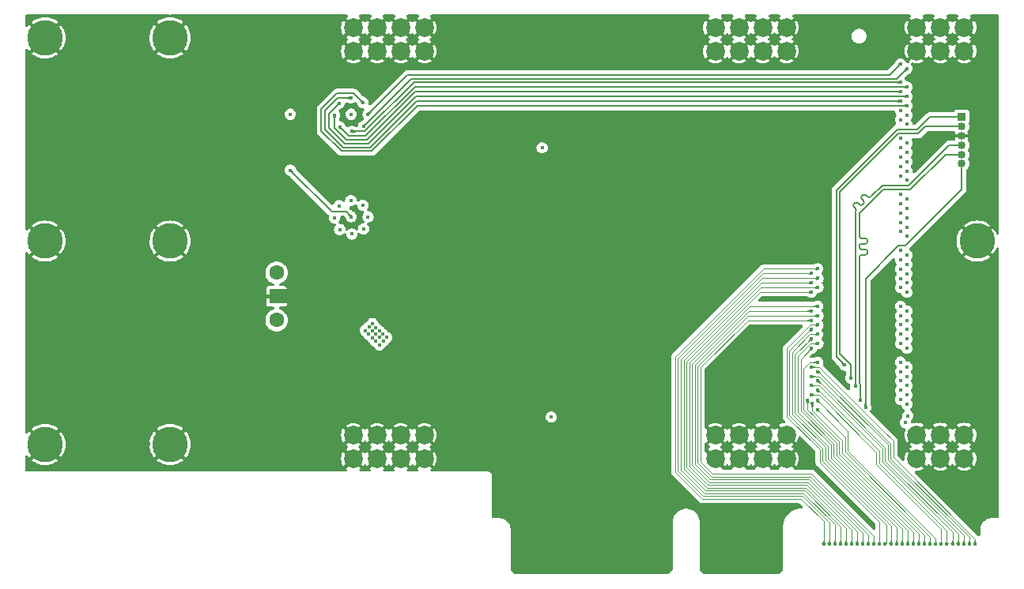
<source format=gbr>
%TF.GenerationSoftware,KiCad,Pcbnew,8.0.2*%
%TF.CreationDate,2024-07-11T13:13:48+02:00*%
%TF.ProjectId,HYDRA_VMM3_CARD,48594452-415f-4564-9d4d-335f43415244,rev?*%
%TF.SameCoordinates,Original*%
%TF.FileFunction,Copper,L3,Inr*%
%TF.FilePolarity,Positive*%
%FSLAX46Y46*%
G04 Gerber Fmt 4.6, Leading zero omitted, Abs format (unit mm)*
G04 Created by KiCad (PCBNEW 8.0.2) date 2024-07-11 13:13:48*
%MOMM*%
%LPD*%
G01*
G04 APERTURE LIST*
%TA.AperFunction,ComponentPad*%
%ADD10C,2.000000*%
%TD*%
%TA.AperFunction,ComponentPad*%
%ADD11C,3.800000*%
%TD*%
%TA.AperFunction,ComponentPad*%
%ADD12R,0.850000X0.850000*%
%TD*%
%TA.AperFunction,ComponentPad*%
%ADD13O,0.850000X0.850000*%
%TD*%
%TA.AperFunction,ComponentPad*%
%ADD14C,1.600000*%
%TD*%
%TA.AperFunction,ComponentPad*%
%ADD15R,1.600000X1.600000*%
%TD*%
%TA.AperFunction,ViaPad*%
%ADD16C,0.400000*%
%TD*%
%TA.AperFunction,ViaPad*%
%ADD17C,0.600000*%
%TD*%
%TA.AperFunction,Conductor*%
%ADD18C,0.200000*%
%TD*%
%TA.AperFunction,Conductor*%
%ADD19C,0.100000*%
%TD*%
%TA.AperFunction,Conductor*%
%ADD20C,1.500000*%
%TD*%
G04 APERTURE END LIST*
D10*
%TO.N,GND*%
%TO.C,15*%
X77748000Y-78380000D03*
%TD*%
%TO.N,GND*%
%TO.C,*%
X138083000Y-34660000D03*
%TD*%
%TO.N,GND*%
%TO.C,16*%
X111423000Y-78380000D03*
%TD*%
%TO.N,GND*%
%TO.C,*%
X135543000Y-78360000D03*
%TD*%
%TO.N,GND*%
%TO.C,*%
X135543000Y-34660000D03*
%TD*%
%TO.N,GND*%
%TO.C,*%
X72668000Y-34680000D03*
%TD*%
%TO.N,GND*%
%TO.C,*%
X133003000Y-34660000D03*
%TD*%
%TO.N,GND*%
%TO.C,11*%
X72668000Y-78380000D03*
%TD*%
%TO.N,GND*%
%TO.C,*%
X75208000Y-37220000D03*
%TD*%
%TO.N,GND*%
%TO.C,*%
X138083000Y-37200000D03*
%TD*%
D11*
%TO.N,GND*%
%TO.C,*%
X139450000Y-57580000D03*
%TD*%
D10*
%TO.N,GND*%
%TO.C,*%
X133003000Y-78360000D03*
%TD*%
%TO.N,GND*%
%TO.C,18*%
X116503000Y-80900000D03*
%TD*%
%TO.N,GND*%
%TO.C,*%
X135543000Y-80900000D03*
%TD*%
%TO.N,GND*%
%TO.C,*%
X135543000Y-37200000D03*
%TD*%
%TO.N,GND*%
%TO.C,22*%
X119043000Y-78360000D03*
%TD*%
%TO.N,GND*%
%TO.C,17*%
X113963000Y-80920000D03*
%TD*%
D12*
%TO.N,I2C_VCC*%
%TO.C,J2*%
X137800000Y-44280000D03*
D13*
%TO.N,Signal_Out*%
X137800000Y-45280000D03*
%TO.N,GND*%
X137800000Y-46280000D03*
%TO.N,SCL*%
X137800000Y-47280000D03*
%TO.N,SDA*%
X137800000Y-48280000D03*
%TO.N,Signal_In*%
X137800000Y-49280000D03*
%TD*%
D10*
%TO.N,GND*%
%TO.C,13*%
X80288000Y-37220000D03*
%TD*%
D11*
%TO.N,GND*%
%TO.C,REF\u002A\u002A3*%
X53050000Y-57580000D03*
%TD*%
D14*
%TO.N,Net-(3.3V1-Pad1)*%
%TO.C,3.3V1*%
X64450000Y-60970000D03*
%TD*%
D10*
%TO.N,GND*%
%TO.C,*%
X72668000Y-37220000D03*
%TD*%
%TO.N,GND*%
%TO.C,*%
X133003000Y-80900000D03*
%TD*%
%TO.N,GND*%
%TO.C,6*%
X119043000Y-34660000D03*
%TD*%
%TO.N,GND*%
%TO.C,*%
X111423000Y-37220000D03*
%TD*%
%TO.N,GND*%
%TO.C,*%
X77748000Y-37220000D03*
%TD*%
%TO.N,GND*%
%TO.C,10*%
X111423000Y-80920000D03*
%TD*%
%TO.N,GND*%
%TO.C,24*%
X80288000Y-78380000D03*
%TD*%
%TO.N,GND*%
%TO.C,9*%
X77748000Y-80920000D03*
%TD*%
%TO.N,GND*%
%TO.C,1*%
X113963000Y-37220000D03*
%TD*%
%TO.N,GND*%
%TO.C,12*%
X75208000Y-78380000D03*
%TD*%
D11*
%TO.N,GND*%
%TO.C,REF\u002A\u002A*%
X39650000Y-35780000D03*
%TD*%
D10*
%TO.N,GND*%
%TO.C,2*%
X116503000Y-37200000D03*
%TD*%
D15*
%TO.N,GND*%
%TO.C,GND1*%
X64450000Y-63510000D03*
%TD*%
D11*
%TO.N,GND*%
%TO.C,*%
X53050000Y-79380000D03*
%TD*%
%TO.N,GND*%
%TO.C,25*%
X39650000Y-79380000D03*
%TD*%
D10*
%TO.N,GND*%
%TO.C,*%
X138083000Y-80900000D03*
%TD*%
%TO.N,GND*%
%TO.C,19*%
X119043000Y-80900000D03*
%TD*%
D11*
%TO.N,GND*%
%TO.C,REF\u002A\u002A2*%
X39650000Y-57580000D03*
%TD*%
D10*
%TO.N,GND*%
%TO.C,5*%
X116503000Y-34660000D03*
%TD*%
%TO.N,GND*%
%TO.C,20*%
X113963000Y-78380000D03*
%TD*%
%TO.N,GND*%
%TO.C,*%
X111423000Y-34680000D03*
%TD*%
%TO.N,GND*%
%TO.C,*%
X77748000Y-34680000D03*
%TD*%
%TO.N,GND*%
%TO.C,*%
X133003000Y-37200000D03*
%TD*%
%TO.N,GND*%
%TO.C,3*%
X119043000Y-37200000D03*
%TD*%
D14*
%TO.N,Net-(1.8V1-Pad1)*%
%TO.C,1.8V1*%
X64450000Y-66050000D03*
%TD*%
D10*
%TO.N,GND*%
%TO.C,4*%
X113963000Y-34680000D03*
%TD*%
D11*
%TO.N,GND*%
%TO.C,REF\u002A\u002A1*%
X53050000Y-35780000D03*
%TD*%
D10*
%TO.N,GND*%
%TO.C,*%
X138083000Y-78360000D03*
%TD*%
%TO.N,GND*%
%TO.C,*%
X75208000Y-34680000D03*
%TD*%
%TO.N,GND*%
%TO.C,8*%
X75208000Y-80920000D03*
%TD*%
%TO.N,GND*%
%TO.C,7*%
X72668000Y-80920000D03*
%TD*%
%TO.N,GND*%
%TO.C,23*%
X80288000Y-80920000D03*
%TD*%
%TO.N,GND*%
%TO.C,14*%
X80288000Y-34680000D03*
%TD*%
%TO.N,GND*%
%TO.C,21*%
X116503000Y-78360000D03*
%TD*%
D16*
%TO.N,P1*%
X74720000Y-66410000D03*
X75460000Y-68700000D03*
X92886000Y-47570000D03*
X74320000Y-67570000D03*
X74700000Y-67920000D03*
X75440000Y-67210000D03*
X75030000Y-68300000D03*
X75440000Y-67910000D03*
X75860000Y-68310000D03*
X73960000Y-67160000D03*
X76260000Y-67910000D03*
X74350000Y-66750000D03*
X75060000Y-66860000D03*
X93876000Y-76440000D03*
X74720000Y-67190000D03*
X75820000Y-67550000D03*
X75090000Y-67550000D03*
%TO.N,Ch_1*%
X131250000Y-38560000D03*
X74250000Y-43970000D03*
%TO.N,Ch_25*%
X131250000Y-46556000D03*
%TO.N,Ch_13*%
X131250000Y-42560000D03*
X72400000Y-42220000D03*
%TO.N,Ch_93*%
X131250000Y-66556000D03*
%TO.N,Ch_39*%
X131950000Y-50070000D03*
%TO.N,Ch_119*%
X131950000Y-74070000D03*
%TO.N,Ch_123*%
X131950000Y-75070000D03*
%TO.N,Ch_107*%
X131946000Y-71066000D03*
%TO.N,Ch_73*%
X131250000Y-60556000D03*
%TO.N,Ch_5*%
X131260000Y-40550000D03*
X72500000Y-45820000D03*
%TO.N,Ch_61*%
X131250000Y-56570000D03*
%TO.N,Ch_127*%
X131761416Y-77055999D03*
%TO.N,Ch_103*%
X131950000Y-69070000D03*
%TO.N,Ch_75*%
X131946000Y-61066000D03*
%TO.N,Ch_21*%
X131250000Y-44556000D03*
%TO.N,Ch_117*%
X131250000Y-73570000D03*
%TO.N,Ch_31*%
X131950000Y-48070000D03*
%TO.N,Ch_79*%
X131950000Y-62070000D03*
%TO.N,Ch_49*%
X131250000Y-53570000D03*
%TO.N,Ch_59*%
X131950000Y-56070000D03*
%TO.N,Ch_41*%
X131250000Y-50570000D03*
%TO.N,Ch_77*%
X131250000Y-61570000D03*
%TO.N,Ch_47*%
X131946000Y-53066000D03*
%TO.N,Ch_53*%
X131250000Y-54556000D03*
%TO.N,Ch_111*%
X131950000Y-72070000D03*
%TO.N,Ch_125*%
X132048000Y-76310000D03*
%TO.N,Ch_11*%
X131960000Y-42060000D03*
X71141852Y-42782563D03*
%TO.N,Ch_19*%
X131950000Y-44080000D03*
%TO.N,Ch_15*%
X131950000Y-43060000D03*
X73687437Y-42711852D03*
%TO.N,Ch_121*%
X131250000Y-74570000D03*
%TO.N,Ch_45*%
X131250000Y-52556000D03*
%TO.N,Ch_95*%
X131946000Y-67066000D03*
%TO.N,Ch_9*%
X131260000Y-41560000D03*
X70650000Y-44070000D03*
%TO.N,Ch_87*%
X131946000Y-65066000D03*
%TO.N,Ch_97*%
X131250000Y-67570000D03*
%TO.N,Ch_67*%
X131946000Y-59066000D03*
%TO.N,Ch_83*%
X131950000Y-63070000D03*
%TO.N,Ch_63*%
X131950000Y-57070000D03*
%TO.N,Ch_99*%
X131950000Y-68070000D03*
%TO.N,Ch_85*%
X131250000Y-64556000D03*
%TO.N,Ch_23*%
X131950000Y-45056000D03*
%TO.N,Ch_69*%
X131250000Y-59570000D03*
%TO.N,Ch_113*%
X131250000Y-72556000D03*
%TO.N,Ch_89*%
X131250000Y-65570000D03*
%TO.N,Ch_37*%
X131250000Y-49570000D03*
%TO.N,Ch_81*%
X131250000Y-62570000D03*
%TO.N,Ch_7*%
X131960000Y-41050000D03*
X71212563Y-45328148D03*
%TO.N,Ch_43*%
X131950000Y-51070000D03*
%TO.N,Ch_29*%
X131250000Y-47570000D03*
%TO.N,Ch_71*%
X131950000Y-60070000D03*
%TO.N,Ch_33*%
X131250000Y-48556000D03*
%TO.N,Ch_57*%
X131250000Y-55570000D03*
%TO.N,Ch_3*%
X131950000Y-39060000D03*
X73758148Y-45257437D03*
%TO.N,Ch_27*%
X131946000Y-47066000D03*
%TO.N,Ch_105*%
X131250000Y-70556000D03*
%TO.N,Ch_51*%
X131950000Y-54070000D03*
%TO.N,Ch_17*%
X131250000Y-43580000D03*
%TO.N,Ch_115*%
X131946000Y-73066000D03*
%TO.N,Ch_65*%
X131250000Y-58556000D03*
%TO.N,Ch_55*%
X131946000Y-55066000D03*
%TO.N,Ch_91*%
X131950000Y-66070000D03*
%TO.N,Ch_109*%
X131250000Y-71570000D03*
%TO.N,Ch_35*%
X131946000Y-49066000D03*
%TO.N,Ch_101*%
X131250000Y-68570000D03*
%TO.N,Ch_108*%
X121690000Y-71060000D03*
X139220000Y-90090000D03*
%TO.N,Ch_102*%
X131420000Y-90090000D03*
X122420000Y-68580000D03*
%TO.N,Ch_94*%
X122420000Y-66560000D03*
X129020000Y-90090000D03*
%TO.N,Ch_114*%
X122420000Y-72570000D03*
X137420000Y-90090000D03*
%TO.N,Ch_82*%
X125420000Y-90090000D03*
X122420000Y-62560000D03*
%TO.N,Ch_120*%
X121690000Y-74080000D03*
X135620000Y-90090000D03*
%TO.N,Ch_88*%
X121690000Y-65050000D03*
X127220000Y-90090000D03*
%TO.N,Ch_128*%
X133220000Y-90090000D03*
X121318000Y-74675679D03*
%TO.N,Ch_122*%
X122368000Y-74690000D03*
X135028000Y-90100000D03*
%TO.N,Ch_104*%
X121720000Y-69080000D03*
X132020000Y-90090000D03*
%TO.N,Ch_90*%
X127820000Y-90090000D03*
X122420000Y-65560000D03*
%TO.N,Ch_100*%
X121690000Y-68070000D03*
X130820000Y-90090000D03*
%TO.N,Ch_110*%
X138620000Y-90090000D03*
X122420000Y-71570000D03*
%TO.N,Ch_86*%
X126620000Y-90090000D03*
X122390000Y-64550000D03*
%TO.N,Ch_84*%
X121720000Y-63060000D03*
X126020000Y-90090000D03*
%TO.N,Ch_124*%
X122348000Y-75630000D03*
X134420000Y-90090000D03*
%TO.N,Ch_106*%
X132620000Y-90090000D03*
X122390000Y-70560000D03*
%TO.N,Ch_112*%
X121720000Y-72070000D03*
X138020000Y-90090000D03*
%TO.N,Ch_92*%
X121720000Y-66060000D03*
X128420000Y-90090000D03*
%TO.N,Ch_74*%
X123020000Y-90090000D03*
X122390000Y-60550000D03*
%TO.N,Ch_98*%
X130220000Y-90090000D03*
X122390000Y-67570000D03*
%TO.N,Ch_80*%
X124820000Y-90090000D03*
X121720000Y-62060000D03*
%TO.N,Ch_126*%
X133820000Y-90090000D03*
X121818000Y-75020000D03*
%TO.N,Ch_116*%
X121720000Y-73070000D03*
X136820000Y-90090000D03*
%TO.N,Ch_118*%
X122390000Y-73580000D03*
X136220000Y-90090000D03*
%TO.N,Ch_96*%
X121720000Y-67060000D03*
X129620000Y-90090000D03*
%TO.N,Ch_76*%
X121690000Y-61050000D03*
X123620000Y-90090000D03*
%TO.N,Ch_78*%
X124220000Y-90090000D03*
X122420000Y-61560000D03*
%TO.N,Ch_14*%
X72400000Y-53220000D03*
%TO.N,Ch_16*%
X73687437Y-53711852D03*
D17*
%TO.N,GND*%
X50650000Y-35280000D03*
X51650000Y-55280000D03*
X41650000Y-47280000D03*
X46150000Y-68280000D03*
X42650000Y-65280000D03*
X45650000Y-77280000D03*
X40150000Y-52280000D03*
X49650000Y-59280000D03*
X42150000Y-48280000D03*
X48150000Y-68280000D03*
X49650000Y-61280000D03*
X42150000Y-42280000D03*
X45650000Y-75280000D03*
X49150000Y-38280000D03*
X39650000Y-49280000D03*
D16*
X97386000Y-78740000D03*
D17*
X39150000Y-40280000D03*
X39650000Y-53280000D03*
X44150000Y-42280000D03*
X48650000Y-79280000D03*
X51150000Y-46280000D03*
X48150000Y-64280000D03*
X49650000Y-55280000D03*
D16*
X71540000Y-54999423D03*
D17*
X44150000Y-46280000D03*
X43650000Y-47280000D03*
X43150000Y-36280000D03*
X53150000Y-52280000D03*
X43150000Y-60280000D03*
X38650000Y-43280000D03*
X42150000Y-36280000D03*
X50650000Y-61280000D03*
X49650000Y-77280000D03*
D16*
X103950000Y-44780000D03*
D17*
X54150000Y-66280000D03*
D16*
X104996666Y-50780000D03*
D17*
X54150000Y-42280000D03*
D16*
X85950000Y-57780000D03*
X96862666Y-83740000D03*
D17*
X45650000Y-37280000D03*
X48150000Y-70280000D03*
X51150000Y-42280000D03*
X41150000Y-66280000D03*
X47150000Y-70280000D03*
X44650000Y-49280000D03*
X44650000Y-67280000D03*
D16*
X97386000Y-80740000D03*
D17*
X47150000Y-76280000D03*
X48150000Y-80280000D03*
X41150000Y-70280000D03*
X45650000Y-41280000D03*
X52650000Y-47280000D03*
X51150000Y-66280000D03*
D16*
X85950000Y-59780000D03*
D17*
X42650000Y-61280000D03*
X53650000Y-75280000D03*
X45650000Y-47280000D03*
X43650000Y-39280000D03*
D16*
X74590446Y-53922446D03*
X105520000Y-47780000D03*
D17*
X46150000Y-58280000D03*
X47150000Y-56280000D03*
D16*
X86996666Y-64780000D03*
D17*
X50650000Y-75280000D03*
D16*
X73340000Y-54999423D03*
X87520000Y-61780000D03*
D17*
X46650000Y-63280000D03*
X47150000Y-46280000D03*
X47650000Y-45280000D03*
X43150000Y-40280000D03*
X43650000Y-75280000D03*
X39650000Y-41280000D03*
X47650000Y-43280000D03*
X46150000Y-56280000D03*
X44150000Y-78280000D03*
X47650000Y-65280000D03*
X46650000Y-43280000D03*
X53650000Y-61280000D03*
X46150000Y-40280000D03*
X43650000Y-77280000D03*
X51650000Y-45280000D03*
D16*
X95816000Y-80740000D03*
D17*
X41150000Y-38280000D03*
X53150000Y-54280000D03*
X41650000Y-41280000D03*
X47650000Y-51280000D03*
X50150000Y-66280000D03*
X45150000Y-68280000D03*
X44650000Y-69280000D03*
X46650000Y-75280000D03*
X39150000Y-68280000D03*
X49150000Y-48280000D03*
X44650000Y-51280000D03*
X49650000Y-43280000D03*
X39150000Y-72280000D03*
D16*
X97386000Y-81740000D03*
D17*
X39650000Y-39280000D03*
X46650000Y-51280000D03*
X41150000Y-72280000D03*
D16*
X86996666Y-57780000D03*
D17*
X45650000Y-43280000D03*
X43150000Y-38280000D03*
X53150000Y-50280000D03*
X51650000Y-73280000D03*
X49650000Y-73280000D03*
X47650000Y-61280000D03*
X46150000Y-76280000D03*
X45650000Y-39280000D03*
X45650000Y-71280000D03*
X43650000Y-63280000D03*
X52650000Y-71280000D03*
X53150000Y-74280000D03*
X48150000Y-56280000D03*
X51650000Y-65280000D03*
X47150000Y-58280000D03*
X47650000Y-63280000D03*
X48150000Y-60280000D03*
X38650000Y-55280000D03*
X50650000Y-45280000D03*
X50650000Y-71280000D03*
X51150000Y-70280000D03*
D16*
X85950000Y-64780000D03*
D17*
X46150000Y-54280000D03*
X48650000Y-75280000D03*
D16*
X72890000Y-54220000D03*
D17*
X48650000Y-45280000D03*
X38650000Y-61280000D03*
X41150000Y-40280000D03*
X47150000Y-68280000D03*
X43150000Y-72280000D03*
X44650000Y-59280000D03*
X54150000Y-62280000D03*
X39650000Y-71280000D03*
X53650000Y-63280000D03*
X47650000Y-79280000D03*
X41150000Y-42280000D03*
X44650000Y-73280000D03*
X54150000Y-60280000D03*
X43650000Y-51280000D03*
X41650000Y-63280000D03*
X53650000Y-39280000D03*
X50150000Y-44280000D03*
X40650000Y-53280000D03*
X41650000Y-53280000D03*
X48650000Y-37280000D03*
X39150000Y-74280000D03*
X51150000Y-62280000D03*
X46650000Y-53280000D03*
X42150000Y-38280000D03*
X40150000Y-40280000D03*
X41650000Y-37280000D03*
X53150000Y-70280000D03*
X46650000Y-79280000D03*
D16*
X97386000Y-85740000D03*
D17*
X51650000Y-43280000D03*
D16*
X96862666Y-81740000D03*
D17*
X39150000Y-42280000D03*
X49650000Y-79280000D03*
X47650000Y-57280000D03*
X44150000Y-74280000D03*
X52650000Y-53280000D03*
X53650000Y-41280000D03*
D16*
X104473333Y-51780000D03*
D17*
X42150000Y-80280000D03*
D16*
X72440000Y-55899423D03*
D17*
X44650000Y-61280000D03*
D16*
X85950000Y-60780000D03*
D17*
X40150000Y-76280000D03*
X54150000Y-54280000D03*
X46150000Y-46280000D03*
X47650000Y-67280000D03*
X48150000Y-40280000D03*
X50650000Y-37280000D03*
X42650000Y-37280000D03*
X44650000Y-37280000D03*
D16*
X86996666Y-56780000D03*
D17*
X47650000Y-35280000D03*
D16*
X103950000Y-53780000D03*
D17*
X54150000Y-68280000D03*
X41650000Y-65280000D03*
X51650000Y-53280000D03*
X40150000Y-46280000D03*
X42150000Y-68280000D03*
X49150000Y-36280000D03*
X44150000Y-80280000D03*
X52650000Y-45280000D03*
X45150000Y-60280000D03*
D16*
X72440000Y-54099423D03*
D17*
X48150000Y-74280000D03*
X45150000Y-72280000D03*
D16*
X103950000Y-49780000D03*
X97386000Y-84740000D03*
D17*
X54150000Y-38280000D03*
X53650000Y-67280000D03*
X42650000Y-67280000D03*
X45650000Y-79280000D03*
X43150000Y-50280000D03*
X52150000Y-44280000D03*
D16*
X86473333Y-64780000D03*
D17*
X53150000Y-72280000D03*
X49150000Y-80280000D03*
X48150000Y-76280000D03*
X47650000Y-55280000D03*
X46150000Y-38280000D03*
X48650000Y-57280000D03*
X42150000Y-50280000D03*
X44650000Y-65280000D03*
X46650000Y-65280000D03*
D16*
X96862666Y-77740000D03*
D17*
X41150000Y-76280000D03*
X53650000Y-73280000D03*
X44150000Y-48280000D03*
X40650000Y-41280000D03*
X46650000Y-39280000D03*
X39150000Y-54280000D03*
X45150000Y-36280000D03*
X53150000Y-62280000D03*
X43650000Y-41280000D03*
X51650000Y-49280000D03*
X52650000Y-75280000D03*
X52150000Y-68280000D03*
X52150000Y-50280000D03*
X51150000Y-76280000D03*
X44650000Y-53280000D03*
X48650000Y-63280000D03*
X43150000Y-62280000D03*
X44650000Y-41280000D03*
D16*
X96862666Y-78740000D03*
D17*
X52650000Y-63280000D03*
X46650000Y-45280000D03*
X39650000Y-65280000D03*
X53150000Y-42280000D03*
X46650000Y-59280000D03*
X45650000Y-45280000D03*
X44150000Y-60280000D03*
X48150000Y-58280000D03*
D16*
X105520000Y-51780000D03*
D17*
X42650000Y-75280000D03*
D16*
X105520000Y-46780000D03*
X71990000Y-55778846D03*
D17*
X44150000Y-54280000D03*
X49650000Y-53280000D03*
X42650000Y-35280000D03*
X39650000Y-47280000D03*
D16*
X104473333Y-52780000D03*
X103950000Y-46780000D03*
D17*
X51650000Y-51280000D03*
D16*
X86996666Y-61780000D03*
D17*
X49150000Y-60280000D03*
X48650000Y-67280000D03*
X42150000Y-76280000D03*
X42150000Y-52280000D03*
X40650000Y-55280000D03*
X50650000Y-67280000D03*
X52150000Y-46280000D03*
X48150000Y-62280000D03*
X52150000Y-48280000D03*
D16*
X85950000Y-55780000D03*
X104996666Y-49780000D03*
D17*
X45150000Y-52280000D03*
X48650000Y-61280000D03*
X52650000Y-65280000D03*
X45150000Y-66280000D03*
X48650000Y-77280000D03*
X50650000Y-55280000D03*
X46150000Y-78280000D03*
X51650000Y-71280000D03*
D16*
X87520000Y-63780000D03*
D17*
X44650000Y-43280000D03*
X47150000Y-66280000D03*
X39650000Y-51280000D03*
X46150000Y-42280000D03*
X50150000Y-50280000D03*
X54150000Y-50280000D03*
X48150000Y-52280000D03*
D16*
X86996666Y-59780000D03*
D17*
X47150000Y-52280000D03*
X42150000Y-40280000D03*
X47150000Y-50280000D03*
D16*
X95816000Y-77740000D03*
X86996666Y-55780000D03*
X85950000Y-61780000D03*
D17*
X51150000Y-52280000D03*
D16*
X96339333Y-77740000D03*
D17*
X40650000Y-75280000D03*
D16*
X96339333Y-86740000D03*
X86473333Y-63780000D03*
X104473333Y-48780000D03*
D17*
X50150000Y-42280000D03*
X48650000Y-73280000D03*
X42650000Y-79280000D03*
X52150000Y-62280000D03*
X42650000Y-77280000D03*
X51150000Y-44280000D03*
X53150000Y-44280000D03*
X40150000Y-74280000D03*
X38650000Y-69280000D03*
X52650000Y-61280000D03*
X38650000Y-67280000D03*
D16*
X86473333Y-61780000D03*
X86473333Y-57780000D03*
D17*
X39150000Y-66280000D03*
X40650000Y-65280000D03*
X42150000Y-74280000D03*
D16*
X95816000Y-86740000D03*
X104996666Y-52780000D03*
D17*
X47650000Y-75280000D03*
X49150000Y-78280000D03*
X50650000Y-57280000D03*
X52650000Y-67280000D03*
X49150000Y-56280000D03*
X46150000Y-74280000D03*
X40650000Y-63280000D03*
X40650000Y-43280000D03*
D16*
X96339333Y-78740000D03*
D17*
X50650000Y-51280000D03*
X46650000Y-69280000D03*
X50150000Y-70280000D03*
D16*
X103950000Y-45780000D03*
X104996666Y-47780000D03*
D17*
X42650000Y-43280000D03*
X38650000Y-45280000D03*
X52150000Y-40280000D03*
X51150000Y-74280000D03*
D16*
X97386000Y-77740000D03*
X86996666Y-58780000D03*
D17*
X49150000Y-46280000D03*
X40650000Y-71280000D03*
D16*
X86996666Y-63780000D03*
D17*
X38650000Y-49280000D03*
D16*
X104473333Y-53780000D03*
D17*
X54150000Y-70280000D03*
X46150000Y-50280000D03*
X52150000Y-60280000D03*
X50650000Y-53280000D03*
X42150000Y-64280000D03*
X51650000Y-63280000D03*
X42650000Y-69280000D03*
D16*
X85950000Y-58780000D03*
D17*
X51150000Y-54280000D03*
D16*
X85950000Y-62780000D03*
X105520000Y-45780000D03*
D17*
X53650000Y-65280000D03*
X41150000Y-74280000D03*
X53650000Y-53280000D03*
X47650000Y-73280000D03*
X44650000Y-63280000D03*
X43650000Y-55280000D03*
X50650000Y-73280000D03*
X44650000Y-71280000D03*
D16*
X95816000Y-83740000D03*
D17*
X47150000Y-40280000D03*
X53150000Y-60280000D03*
X49650000Y-63280000D03*
X54150000Y-46280000D03*
X52650000Y-43280000D03*
X54150000Y-48280000D03*
X42150000Y-66280000D03*
X50650000Y-49280000D03*
X53650000Y-69280000D03*
X42650000Y-49280000D03*
X51650000Y-61280000D03*
X44150000Y-50280000D03*
X39650000Y-69280000D03*
X39650000Y-61280000D03*
D16*
X95816000Y-81740000D03*
D17*
X48650000Y-65280000D03*
X44150000Y-58280000D03*
X42650000Y-47280000D03*
X43150000Y-52280000D03*
X42150000Y-58280000D03*
X44150000Y-68280000D03*
X48150000Y-72280000D03*
X47150000Y-38280000D03*
X52150000Y-70280000D03*
X45650000Y-55280000D03*
X47650000Y-49280000D03*
D16*
X96862666Y-85740000D03*
D17*
X40150000Y-62280000D03*
X45650000Y-67280000D03*
D16*
X96339333Y-84740000D03*
X104473333Y-47780000D03*
D17*
X52150000Y-66280000D03*
X53650000Y-47280000D03*
X48150000Y-48280000D03*
X45150000Y-58280000D03*
X41650000Y-49280000D03*
X44150000Y-66280000D03*
D16*
X97386000Y-86740000D03*
D17*
X50650000Y-41280000D03*
X43150000Y-54280000D03*
X50150000Y-78280000D03*
X50150000Y-74280000D03*
X41150000Y-50280000D03*
X42150000Y-56280000D03*
X43150000Y-56280000D03*
X39150000Y-70280000D03*
X53150000Y-48280000D03*
X43650000Y-65280000D03*
X39150000Y-44280000D03*
X46650000Y-37280000D03*
X43150000Y-78280000D03*
X39650000Y-67280000D03*
X49650000Y-51280000D03*
X50150000Y-76280000D03*
X43650000Y-79280000D03*
D16*
X95816000Y-78740000D03*
D17*
X39150000Y-60280000D03*
X41150000Y-48280000D03*
X52150000Y-42280000D03*
X47650000Y-37280000D03*
D16*
X86996666Y-60780000D03*
D17*
X49150000Y-62280000D03*
D16*
X86473333Y-60780000D03*
X86473333Y-55780000D03*
D17*
X54150000Y-44280000D03*
X45650000Y-49280000D03*
X45150000Y-76280000D03*
D16*
X103950000Y-51780000D03*
D17*
X45650000Y-59280000D03*
X44150000Y-38280000D03*
X44150000Y-40280000D03*
D16*
X103950000Y-50780000D03*
D17*
X41650000Y-69280000D03*
D16*
X96862666Y-79740000D03*
D17*
X47150000Y-80280000D03*
X42150000Y-54280000D03*
X41650000Y-67280000D03*
X53150000Y-68280000D03*
X52650000Y-41280000D03*
X42150000Y-44280000D03*
X53650000Y-51280000D03*
X47150000Y-60280000D03*
X43150000Y-80280000D03*
X52150000Y-52280000D03*
X38650000Y-71280000D03*
X45650000Y-69280000D03*
X43150000Y-70280000D03*
D16*
X104996666Y-48780000D03*
D17*
X49650000Y-49280000D03*
X47650000Y-41280000D03*
X47650000Y-71280000D03*
D16*
X104996666Y-51780000D03*
D17*
X42650000Y-71280000D03*
X38650000Y-51280000D03*
X49150000Y-58280000D03*
D16*
X105520000Y-48780000D03*
D17*
X42150000Y-70280000D03*
X50650000Y-47280000D03*
X41650000Y-51280000D03*
X46150000Y-72280000D03*
X49150000Y-66280000D03*
X43650000Y-57280000D03*
X43650000Y-69280000D03*
X53650000Y-45280000D03*
X45650000Y-61280000D03*
X42150000Y-72280000D03*
D16*
X104996666Y-53780000D03*
D17*
X39150000Y-62280000D03*
X42650000Y-59280000D03*
X43650000Y-37280000D03*
X45650000Y-53280000D03*
X42650000Y-57280000D03*
X46650000Y-77280000D03*
D16*
X96862666Y-80740000D03*
D17*
X47650000Y-59280000D03*
X45150000Y-50280000D03*
D16*
X87520000Y-60780000D03*
D17*
X39650000Y-73280000D03*
X52150000Y-76280000D03*
X53150000Y-46280000D03*
D16*
X85950000Y-63780000D03*
D17*
X40650000Y-51280000D03*
X50650000Y-43280000D03*
X43650000Y-73280000D03*
X43650000Y-49280000D03*
D16*
X87520000Y-59780000D03*
X97386000Y-83740000D03*
D17*
X48150000Y-54280000D03*
X46150000Y-64280000D03*
D16*
X104996666Y-46780000D03*
D17*
X45150000Y-38280000D03*
X46650000Y-57280000D03*
X41650000Y-55280000D03*
X40150000Y-60280000D03*
D16*
X71660577Y-55449423D03*
D17*
X50150000Y-68280000D03*
X43150000Y-58280000D03*
X43650000Y-43280000D03*
X42650000Y-63280000D03*
X52150000Y-72280000D03*
X53150000Y-38280000D03*
X47150000Y-36280000D03*
X53650000Y-43280000D03*
D16*
X87520000Y-57780000D03*
D17*
X48650000Y-71280000D03*
X46650000Y-67280000D03*
X48150000Y-78280000D03*
D16*
X96339333Y-82740000D03*
D17*
X44650000Y-57280000D03*
X47650000Y-69280000D03*
X45150000Y-42280000D03*
X51150000Y-68280000D03*
D16*
X87520000Y-64780000D03*
D17*
X39150000Y-38280000D03*
D16*
X87520000Y-58780000D03*
D17*
X41650000Y-73280000D03*
D16*
X95816000Y-79740000D03*
D17*
X40650000Y-69280000D03*
X49650000Y-45280000D03*
X43150000Y-48280000D03*
D16*
X105520000Y-49780000D03*
X96339333Y-81740000D03*
D17*
X39150000Y-52280000D03*
X45650000Y-35280000D03*
D16*
X86473333Y-56780000D03*
D17*
X46650000Y-61280000D03*
X48650000Y-49280000D03*
X40150000Y-44280000D03*
X38650000Y-47280000D03*
X40650000Y-61280000D03*
X40150000Y-66280000D03*
X39650000Y-75280000D03*
D16*
X105520000Y-44780000D03*
X105520000Y-52780000D03*
D17*
X39150000Y-64280000D03*
X40150000Y-68280000D03*
X39650000Y-63280000D03*
X47150000Y-48280000D03*
X44150000Y-64280000D03*
X45650000Y-63280000D03*
X50150000Y-56280000D03*
X52150000Y-38280000D03*
X48650000Y-55280000D03*
X41650000Y-59280000D03*
X51650000Y-41280000D03*
D16*
X103950000Y-52780000D03*
D17*
X41650000Y-43280000D03*
X41150000Y-44280000D03*
X50150000Y-48280000D03*
D16*
X86473333Y-58780000D03*
D17*
X40150000Y-38280000D03*
X54150000Y-40280000D03*
X46650000Y-41280000D03*
X46150000Y-44280000D03*
D16*
X73219423Y-54549423D03*
D17*
X42650000Y-41280000D03*
D16*
X97386000Y-82740000D03*
D17*
X48150000Y-36280000D03*
X50650000Y-63280000D03*
X40650000Y-39280000D03*
D16*
X85950000Y-56780000D03*
D17*
X42650000Y-53280000D03*
X44150000Y-56280000D03*
D16*
X96862666Y-86740000D03*
D17*
X48150000Y-38280000D03*
X51650000Y-77280000D03*
X46150000Y-62280000D03*
X41650000Y-71280000D03*
X44150000Y-72280000D03*
X50650000Y-65280000D03*
X41650000Y-61280000D03*
X43650000Y-35280000D03*
X52150000Y-74280000D03*
X48650000Y-69280000D03*
X40150000Y-48280000D03*
X43650000Y-59280000D03*
X39150000Y-50280000D03*
X43650000Y-67280000D03*
X44150000Y-62280000D03*
X49650000Y-71280000D03*
X49650000Y-39280000D03*
X54150000Y-76280000D03*
X46150000Y-60280000D03*
X51150000Y-48280000D03*
X40150000Y-64280000D03*
X43150000Y-46280000D03*
X48650000Y-47280000D03*
X39150000Y-48280000D03*
D16*
X97386000Y-79740000D03*
D17*
X41150000Y-46280000D03*
X49150000Y-40280000D03*
X47150000Y-64280000D03*
X41150000Y-68280000D03*
X48150000Y-44280000D03*
X42650000Y-45280000D03*
D16*
X86473333Y-59780000D03*
D17*
X45150000Y-70280000D03*
X44150000Y-76280000D03*
X38650000Y-63280000D03*
D16*
X96862666Y-82740000D03*
D17*
X41150000Y-52280000D03*
X45150000Y-40280000D03*
X43650000Y-61280000D03*
X49150000Y-52280000D03*
X49150000Y-68280000D03*
X40650000Y-45280000D03*
X50650000Y-79280000D03*
X40150000Y-72280000D03*
D16*
X104996666Y-45780000D03*
D17*
X52150000Y-54280000D03*
X53650000Y-49280000D03*
X45650000Y-65280000D03*
X42150000Y-60280000D03*
X49150000Y-50280000D03*
X38650000Y-53280000D03*
X43150000Y-44280000D03*
X41650000Y-75280000D03*
X45650000Y-51280000D03*
D16*
X87520000Y-62780000D03*
D17*
X51650000Y-67280000D03*
X48150000Y-50280000D03*
X40650000Y-73280000D03*
X42650000Y-51280000D03*
X46150000Y-52280000D03*
X43150000Y-66280000D03*
D16*
X86473333Y-62780000D03*
D17*
X48150000Y-46280000D03*
X53150000Y-66280000D03*
X50150000Y-36280000D03*
D16*
X87520000Y-56780000D03*
D17*
X42150000Y-62280000D03*
X51150000Y-40280000D03*
X47150000Y-62280000D03*
X44150000Y-44280000D03*
X41150000Y-54280000D03*
D16*
X87520000Y-55780000D03*
D17*
X52650000Y-49280000D03*
X42650000Y-55280000D03*
X50150000Y-46280000D03*
X42650000Y-39280000D03*
X41650000Y-39280000D03*
X41150000Y-60280000D03*
X51150000Y-72280000D03*
X48650000Y-51280000D03*
X39650000Y-45280000D03*
X43150000Y-68280000D03*
X41150000Y-64280000D03*
X49650000Y-57280000D03*
X47150000Y-42280000D03*
X52650000Y-39280000D03*
X40650000Y-47280000D03*
X49150000Y-74280000D03*
D16*
X104473333Y-46780000D03*
D17*
X50150000Y-80280000D03*
D16*
X105520000Y-53780000D03*
D17*
X41650000Y-77280000D03*
X53150000Y-64280000D03*
X52650000Y-73280000D03*
D16*
X96339333Y-85740000D03*
D17*
X39150000Y-76280000D03*
X44150000Y-52280000D03*
X50150000Y-64280000D03*
D16*
X96339333Y-80740000D03*
D17*
X48650000Y-41280000D03*
X50650000Y-77280000D03*
D16*
X96339333Y-83740000D03*
D17*
X49650000Y-67280000D03*
X44650000Y-55280000D03*
X43150000Y-64280000D03*
X46150000Y-48280000D03*
X49650000Y-69280000D03*
X50150000Y-40280000D03*
X38650000Y-73280000D03*
X49150000Y-54280000D03*
X47650000Y-47280000D03*
X49650000Y-37280000D03*
D16*
X104473333Y-44780000D03*
X103950000Y-47780000D03*
D17*
X45150000Y-44280000D03*
X51150000Y-60280000D03*
X45150000Y-64280000D03*
X45650000Y-57280000D03*
X47650000Y-77280000D03*
X50150000Y-54280000D03*
X44650000Y-47280000D03*
D16*
X104473333Y-49780000D03*
D17*
X41650000Y-45280000D03*
X44650000Y-45280000D03*
D16*
X72890000Y-55778846D03*
D17*
X45150000Y-78280000D03*
X53150000Y-40280000D03*
D16*
X104473333Y-50780000D03*
D17*
X51650000Y-47280000D03*
X47150000Y-72280000D03*
X48650000Y-43280000D03*
X44650000Y-77280000D03*
X46150000Y-36280000D03*
X46150000Y-66280000D03*
D16*
X103950000Y-48780000D03*
D17*
X51650000Y-39280000D03*
X54150000Y-52280000D03*
X42650000Y-73280000D03*
X48650000Y-53280000D03*
X46650000Y-49280000D03*
X47150000Y-78280000D03*
X45150000Y-74280000D03*
X47650000Y-53280000D03*
X44650000Y-35280000D03*
X40150000Y-42280000D03*
X49150000Y-76280000D03*
X46650000Y-71280000D03*
D16*
X104473333Y-45780000D03*
D17*
X50650000Y-59280000D03*
X48150000Y-66280000D03*
X51150000Y-38280000D03*
X47150000Y-74280000D03*
X50150000Y-60280000D03*
X45150000Y-62280000D03*
D16*
X96339333Y-79740000D03*
D17*
X39150000Y-46280000D03*
X43650000Y-53280000D03*
X50150000Y-72280000D03*
X38650000Y-41280000D03*
X51650000Y-75280000D03*
X40150000Y-70280000D03*
X44650000Y-79280000D03*
X50150000Y-62280000D03*
X39650000Y-43280000D03*
X49650000Y-75280000D03*
X42150000Y-46280000D03*
X46650000Y-55280000D03*
D16*
X95816000Y-84740000D03*
D17*
X44650000Y-75280000D03*
X46150000Y-70280000D03*
X43650000Y-71280000D03*
X40150000Y-50280000D03*
X42150000Y-78280000D03*
X40150000Y-54280000D03*
X40650000Y-67280000D03*
X47650000Y-39280000D03*
X49650000Y-41280000D03*
X38650000Y-39280000D03*
X54150000Y-74280000D03*
X38650000Y-75280000D03*
X47150000Y-54280000D03*
X45150000Y-48280000D03*
X50650000Y-39280000D03*
X54150000Y-64280000D03*
X43150000Y-42280000D03*
X44150000Y-70280000D03*
X49150000Y-42280000D03*
X50650000Y-69280000D03*
D16*
X86996666Y-62780000D03*
D17*
X43150000Y-74280000D03*
X52150000Y-64280000D03*
X51150000Y-50280000D03*
X48650000Y-59280000D03*
D16*
X105520000Y-50780000D03*
D17*
X53650000Y-71280000D03*
D16*
X95816000Y-82740000D03*
D17*
X48650000Y-39280000D03*
X40650000Y-49280000D03*
D16*
X95816000Y-85740000D03*
D17*
X46650000Y-47280000D03*
X48150000Y-42280000D03*
X50150000Y-38280000D03*
X45150000Y-54280000D03*
X54150000Y-72280000D03*
X49150000Y-44280000D03*
X45150000Y-56280000D03*
X43150000Y-76280000D03*
X49150000Y-70280000D03*
X50150000Y-58280000D03*
X50150000Y-52280000D03*
D16*
X96862666Y-84740000D03*
X104996666Y-44780000D03*
D17*
X49650000Y-35280000D03*
X52650000Y-69280000D03*
X47150000Y-44280000D03*
X46650000Y-73280000D03*
X51150000Y-64280000D03*
X44650000Y-39280000D03*
X38650000Y-65280000D03*
X48650000Y-35280000D03*
X41150000Y-62280000D03*
X43650000Y-45280000D03*
X49150000Y-72280000D03*
X45150000Y-80280000D03*
X52650000Y-51280000D03*
X45650000Y-73280000D03*
X46650000Y-35280000D03*
X45150000Y-46280000D03*
X46150000Y-80280000D03*
X49650000Y-65280000D03*
X53150000Y-76280000D03*
X51650000Y-69280000D03*
X49650000Y-47280000D03*
D16*
X73219423Y-55449423D03*
D17*
X44150000Y-36280000D03*
X49150000Y-64280000D03*
D16*
X71660000Y-44430000D03*
X73218846Y-44430000D03*
X71660000Y-43530000D03*
X72439423Y-43080000D03*
X72889423Y-43200577D03*
X71539423Y-43980000D03*
X73218846Y-43530000D03*
X72889423Y-44759423D03*
X72439423Y-44880000D03*
X73339423Y-43980000D03*
X71989423Y-43200577D03*
X71989423Y-44759423D03*
%TO.N,Ch_2*%
X74250000Y-54970000D03*
%TO.N,Ch_10*%
X70650000Y-55070000D03*
%TO.N,Ch_6*%
X72500000Y-56820000D03*
%TO.N,Ch_4*%
X73758148Y-56257437D03*
%TO.N,Ch_8*%
X71212563Y-56328148D03*
%TO.N,Ch_12*%
X71141852Y-53782563D03*
%TO.N,I2C_VCC*%
X125280000Y-70870000D03*
%TO.N,Signal_Out*%
X125940000Y-72270000D03*
%TO.N,SCL*%
X126440000Y-73130000D03*
%TO.N,Signal_In*%
X127521397Y-75398603D03*
%TO.N,SDA*%
X126990000Y-74650000D03*
%TO.N,Sig1*%
X65925000Y-43970000D03*
X72450000Y-43970000D03*
%TO.N,Sig2*%
X72450000Y-54970000D03*
X65925000Y-49970000D03*
%TD*%
D18*
%TO.N,Ch_1*%
X78470000Y-39750000D02*
X74250000Y-43970000D01*
X130060000Y-39750000D02*
X78470000Y-39750000D01*
X131250000Y-38560000D02*
X130060000Y-39750000D01*
%TO.N,Ch_13*%
X131250000Y-42560000D02*
X79447058Y-42560000D01*
X74487058Y-47520000D02*
X71565936Y-47520000D01*
X71565936Y-47520000D02*
X69650000Y-45604064D01*
X69650000Y-45604064D02*
X69650000Y-43567308D01*
X70997308Y-42220000D02*
X72400000Y-42220000D01*
X79447058Y-42560000D02*
X74487058Y-47520000D01*
X69650000Y-43567308D02*
X70997308Y-42220000D01*
%TO.N,Ch_5*%
X131260000Y-40550000D02*
X79172692Y-40550000D01*
X79172692Y-40550000D02*
X73902692Y-45820000D01*
X73902692Y-45820000D02*
X72500000Y-45820000D01*
%TO.N,Ch_11*%
X74321372Y-47120000D02*
X71731622Y-47120000D01*
X70050000Y-43874415D02*
X71141852Y-42782563D01*
X71731622Y-47120000D02*
X70050000Y-45438378D01*
X70050000Y-45438378D02*
X70050000Y-43874415D01*
X79381372Y-42060000D02*
X74321372Y-47120000D01*
X131960000Y-42060000D02*
X79381372Y-42060000D01*
%TO.N,Ch_15*%
X69250000Y-45769750D02*
X69250000Y-43401622D01*
X71400250Y-47920000D02*
X69250000Y-45769750D01*
X74652744Y-47920000D02*
X71400250Y-47920000D01*
X79512744Y-43060000D02*
X74652744Y-47920000D01*
X131950000Y-43060000D02*
X79512744Y-43060000D01*
X70931622Y-41720000D02*
X72695585Y-41720000D01*
X69250000Y-43401622D02*
X70931622Y-41720000D01*
X72695585Y-41720000D02*
X73687437Y-42711852D01*
%TO.N,Ch_9*%
X74155686Y-46720000D02*
X71897308Y-46720000D01*
X70650000Y-45472692D02*
X70650000Y-44070000D01*
X79315686Y-41560000D02*
X74155686Y-46720000D01*
X131260000Y-41560000D02*
X79315686Y-41560000D01*
X71897308Y-46720000D02*
X70650000Y-45472692D01*
%TO.N,Ch_7*%
X79260000Y-41050000D02*
X73990000Y-46320000D01*
X72204415Y-46320000D02*
X71212563Y-45328148D01*
X73990000Y-46320000D02*
X72204415Y-46320000D01*
X131960000Y-41050000D02*
X79260000Y-41050000D01*
%TO.N,Ch_3*%
X130860000Y-40150000D02*
X78865585Y-40150000D01*
X78865585Y-40150000D02*
X73758148Y-45257437D01*
X131950000Y-39060000D02*
X130860000Y-40150000D01*
D19*
%TO.N,Ch_108*%
X129450000Y-77963603D02*
X122546397Y-71060000D01*
X122546397Y-71060000D02*
X121690000Y-71060000D01*
X130490000Y-80780000D02*
X130490000Y-79000000D01*
X130490000Y-79000000D02*
X129453603Y-77963603D01*
X129453603Y-77963603D02*
X129450000Y-77963603D01*
X139220000Y-89510000D02*
X130490000Y-80780000D01*
X139220000Y-90090000D02*
X139220000Y-89510000D01*
%TO.N,Ch_102*%
X123808000Y-80815584D02*
X123808000Y-79430000D01*
X121583603Y-68580000D02*
X122420000Y-68580000D01*
X131420000Y-90090000D02*
X131420000Y-88427584D01*
X120268000Y-69895603D02*
X121583603Y-68580000D01*
X123808000Y-79430000D02*
X120268000Y-75890000D01*
X120268000Y-75890000D02*
X120268000Y-69895603D01*
X131420000Y-88427584D02*
X123808000Y-80815584D01*
%TO.N,Ch_94*%
X121583603Y-66560000D02*
X122420000Y-66560000D01*
X129020000Y-87724640D02*
X122608000Y-81312640D01*
X119068000Y-69075603D02*
X121583603Y-66560000D01*
X122608000Y-79927056D02*
X119068000Y-76387056D01*
X122608000Y-81312640D02*
X122608000Y-79927056D01*
X119068000Y-76387056D02*
X119068000Y-69075603D01*
X129020000Y-90090000D02*
X129020000Y-87724640D01*
%TO.N,Ch_114*%
X137420000Y-88982792D02*
X129590000Y-81152792D01*
X129590000Y-79719339D02*
X122440661Y-72570000D01*
X122440661Y-72570000D02*
X122420000Y-72570000D01*
X129590000Y-81152792D02*
X129590000Y-79719339D01*
X137420000Y-90090000D02*
X137420000Y-88982792D01*
%TO.N,Ch_82*%
X125420000Y-88334944D02*
X121115056Y-84030000D01*
X116275056Y-62560000D02*
X122420000Y-62560000D01*
X108338000Y-81854112D02*
X108338000Y-70497056D01*
X121115056Y-84030000D02*
X110513888Y-84030000D01*
X108338000Y-70497056D02*
X116275056Y-62560000D01*
X110513888Y-84030000D02*
X108338000Y-81854112D01*
X125420000Y-90090000D02*
X125420000Y-88334944D01*
%TO.N,Ch_120*%
X128690000Y-81525584D02*
X128690000Y-80223603D01*
X135620000Y-90090000D02*
X135620000Y-88455584D01*
X128690000Y-80223603D02*
X122546397Y-74080000D01*
X122546397Y-74080000D02*
X121690000Y-74080000D01*
X135620000Y-88455584D02*
X128690000Y-81525584D01*
%TO.N,Ch_88*%
X127220000Y-90090000D02*
X127220000Y-88862152D01*
X115057848Y-65050000D02*
X121690000Y-65050000D01*
X109238000Y-70869848D02*
X115057848Y-65050000D01*
X127220000Y-88862152D02*
X121487848Y-83130000D01*
X121487848Y-83130000D02*
X110886680Y-83130000D01*
X109238000Y-81481320D02*
X109238000Y-70869848D01*
X110886680Y-83130000D02*
X109238000Y-81481320D01*
%TO.N,Ch_128*%
X124708000Y-79057208D02*
X124708000Y-80442792D01*
X121318000Y-74675679D02*
X121318000Y-75660661D01*
X122037339Y-76380000D02*
X122037339Y-76386547D01*
X122037339Y-76386547D02*
X124708000Y-79057208D01*
X124708000Y-80442792D02*
X133220000Y-88954792D01*
X133220000Y-88954792D02*
X133220000Y-90090000D01*
X121318000Y-75660661D02*
X122037339Y-76380000D01*
%TO.N,Ch_122*%
X125608000Y-80070000D02*
X125608000Y-77930000D01*
X135028000Y-89490000D02*
X125608000Y-80070000D01*
X135028000Y-90100000D02*
X135028000Y-89490000D01*
X125608000Y-77930000D02*
X122368000Y-74690000D01*
%TO.N,Ch_104*%
X132020000Y-90090000D02*
X132020000Y-88603320D01*
X120568000Y-70232000D02*
X121720000Y-69080000D01*
X120568000Y-75765736D02*
X120568000Y-70232000D01*
X132020000Y-88603320D02*
X124108000Y-80691320D01*
X124108000Y-79305736D02*
X120568000Y-75765736D01*
X124108000Y-80691320D02*
X124108000Y-79305736D01*
%TO.N,Ch_90*%
X109538000Y-81357056D02*
X109538000Y-70994112D01*
X127820000Y-89037888D02*
X121612112Y-82830000D01*
X109538000Y-70994112D02*
X114972112Y-65560000D01*
X114972112Y-65560000D02*
X122420000Y-65560000D01*
X111010944Y-82830000D02*
X109538000Y-81357056D01*
X127820000Y-90090000D02*
X127820000Y-89037888D01*
X121612112Y-82830000D02*
X111010944Y-82830000D01*
%TO.N,Ch_100*%
X130820000Y-90090000D02*
X130820000Y-88251848D01*
X119968000Y-76014264D02*
X119968000Y-69771339D01*
X121669339Y-68070000D02*
X121690000Y-68070000D01*
X119968000Y-69771339D02*
X121669339Y-68070000D01*
X123508000Y-79554264D02*
X119968000Y-76014264D01*
X123508000Y-80939848D02*
X123508000Y-79554264D01*
X130820000Y-88251848D02*
X123508000Y-80939848D01*
%TO.N,Ch_110*%
X130190000Y-79279339D02*
X122480661Y-71570000D01*
X130190000Y-80904264D02*
X130190000Y-79279339D01*
X138620000Y-89334264D02*
X130190000Y-80904264D01*
X122480661Y-71570000D02*
X122420000Y-71570000D01*
X138620000Y-90090000D02*
X138620000Y-89334264D01*
%TO.N,Ch_86*%
X126620000Y-88686416D02*
X121363584Y-83430000D01*
X126620000Y-90090000D02*
X126620000Y-88686416D01*
X110762416Y-83430000D02*
X108938000Y-81605584D01*
X108938000Y-70745584D02*
X115133584Y-64550000D01*
X108938000Y-81605584D02*
X108938000Y-70745584D01*
X115133584Y-64550000D02*
X122390000Y-64550000D01*
X121363584Y-83430000D02*
X110762416Y-83430000D01*
%TO.N,Ch_84*%
X121239320Y-83730000D02*
X110638152Y-83730000D01*
X108638000Y-70621320D02*
X116199320Y-63060000D01*
X126020000Y-90090000D02*
X126020000Y-88510680D01*
X116199320Y-63060000D02*
X121720000Y-63060000D01*
X108638000Y-81729848D02*
X108638000Y-70621320D01*
X110638152Y-83730000D02*
X108638000Y-81729848D01*
X126020000Y-88510680D02*
X121239320Y-83730000D01*
%TO.N,Ch_124*%
X122348000Y-75630000D02*
X125308000Y-78590000D01*
X134420000Y-89306264D02*
X134420000Y-90090000D01*
X125308000Y-78590000D02*
X125308000Y-80194264D01*
X125308000Y-80194264D02*
X134420000Y-89306264D01*
%TO.N,Ch_106*%
X120868000Y-75641472D02*
X120868000Y-71245603D01*
X120868000Y-71245603D02*
X121553603Y-70560000D01*
X124408000Y-80567056D02*
X124408000Y-79181472D01*
X132620000Y-88779056D02*
X124408000Y-80567056D01*
X132620000Y-90090000D02*
X132620000Y-88779056D01*
X121553603Y-70560000D02*
X122390000Y-70560000D01*
X124408000Y-79181472D02*
X120868000Y-75641472D01*
%TO.N,Ch_112*%
X129890000Y-79403603D02*
X122556397Y-72070000D01*
X122556397Y-72070000D02*
X121720000Y-72070000D01*
X138020000Y-90090000D02*
X138020000Y-89158528D01*
X138020000Y-89158528D02*
X129890000Y-81028528D01*
X129890000Y-81028528D02*
X129890000Y-79403603D01*
%TO.N,Ch_92*%
X109838000Y-81232792D02*
X109838000Y-71118376D01*
X128420000Y-89213624D02*
X121736376Y-82530000D01*
X114896376Y-66060000D02*
X121720000Y-66060000D01*
X111135208Y-82530000D02*
X109838000Y-81232792D01*
X109838000Y-71118376D02*
X114896376Y-66060000D01*
X121736376Y-82530000D02*
X111135208Y-82530000D01*
X128420000Y-90090000D02*
X128420000Y-89213624D01*
%TO.N,Ch_74*%
X123020000Y-90090000D02*
X123020000Y-87632000D01*
X107138000Y-82351168D02*
X107138000Y-70000000D01*
X107138000Y-70000000D02*
X116588000Y-60550000D01*
X120618000Y-85230000D02*
X110016832Y-85230000D01*
X110016832Y-85230000D02*
X107138000Y-82351168D01*
X116588000Y-60550000D02*
X122390000Y-60550000D01*
X123020000Y-87632000D02*
X120618000Y-85230000D01*
%TO.N,Ch_98*%
X119668000Y-69455603D02*
X121553603Y-67570000D01*
X123208000Y-79678528D02*
X119668000Y-76138528D01*
X123208000Y-81064112D02*
X123208000Y-79678528D01*
X130220000Y-90090000D02*
X130220000Y-88076112D01*
X130220000Y-88076112D02*
X123208000Y-81064112D01*
X119668000Y-76138528D02*
X119668000Y-69455603D01*
X121553603Y-67570000D02*
X122390000Y-67570000D01*
%TO.N,Ch_80*%
X120990792Y-84330000D02*
X110389624Y-84330000D01*
X124820000Y-88159208D02*
X120990792Y-84330000D01*
X116350792Y-62060000D02*
X121720000Y-62060000D01*
X110389624Y-84330000D02*
X108038000Y-81978376D01*
X108038000Y-81978376D02*
X108038000Y-70372792D01*
X108038000Y-70372792D02*
X116350792Y-62060000D01*
X124820000Y-90090000D02*
X124820000Y-88159208D01*
%TO.N,Ch_126*%
X125008000Y-78932944D02*
X125008000Y-80318528D01*
X133820000Y-89130528D02*
X133820000Y-90090000D01*
X121818000Y-75736397D02*
X122337339Y-76255736D01*
X122337339Y-76255736D02*
X122337339Y-76262283D01*
X121818000Y-75020000D02*
X121818000Y-75736397D01*
X122337339Y-76262283D02*
X125008000Y-78932944D01*
X125008000Y-80318528D02*
X133820000Y-89130528D01*
%TO.N,Ch_116*%
X136820000Y-90090000D02*
X136820000Y-88807056D01*
X122516397Y-73070000D02*
X121720000Y-73070000D01*
X129290000Y-81277056D02*
X129290000Y-79843603D01*
X136820000Y-88807056D02*
X129290000Y-81277056D01*
X129290000Y-79843603D02*
X122516397Y-73070000D01*
%TO.N,Ch_118*%
X136220000Y-88631320D02*
X128990000Y-81401320D01*
X122470661Y-73580000D02*
X122390000Y-73580000D01*
X136220000Y-90090000D02*
X136220000Y-88631320D01*
X128990000Y-81401320D02*
X128990000Y-80099339D01*
X128990000Y-80099339D02*
X122470661Y-73580000D01*
%TO.N,Ch_96*%
X129620000Y-90090000D02*
X129770000Y-89940000D01*
X129770000Y-88050376D02*
X122908000Y-81188376D01*
X119368000Y-76262792D02*
X119368000Y-69331339D01*
X122908000Y-81188376D02*
X122908000Y-79802792D01*
X119368000Y-69331339D02*
X121639339Y-67060000D01*
X122908000Y-79802792D02*
X119368000Y-76262792D01*
X121639339Y-67060000D02*
X121720000Y-67060000D01*
X129770000Y-89940000D02*
X129770000Y-88050376D01*
%TO.N,Ch_76*%
X110141096Y-84930000D02*
X107438000Y-82226904D01*
X120742264Y-84930000D02*
X110141096Y-84930000D01*
X116512264Y-61050000D02*
X121690000Y-61050000D01*
X123620000Y-87807736D02*
X120742264Y-84930000D01*
X107438000Y-70124264D02*
X116512264Y-61050000D01*
X123620000Y-90090000D02*
X123620000Y-87807736D01*
X107438000Y-82226904D02*
X107438000Y-70124264D01*
%TO.N,Ch_78*%
X124220000Y-87983472D02*
X120866528Y-84630000D01*
X124220000Y-90090000D02*
X124220000Y-87983472D01*
X116426528Y-61560000D02*
X122420000Y-61560000D01*
X110265360Y-84630000D02*
X107738000Y-82102640D01*
X107738000Y-82102640D02*
X107738000Y-70248528D01*
X107738000Y-70248528D02*
X116426528Y-61560000D01*
X120866528Y-84630000D02*
X110265360Y-84630000D01*
D20*
%TO.N,GND*%
X68210000Y-63510000D02*
X68220000Y-63520000D01*
X64450000Y-63510000D02*
X68210000Y-63510000D01*
D18*
%TO.N,I2C_VCC*%
X124390000Y-52110000D02*
X130900000Y-45600000D01*
X134370000Y-44280000D02*
X137800000Y-44280000D01*
X133050000Y-45600000D02*
X134370000Y-44280000D01*
X124390000Y-69980000D02*
X124390000Y-52110000D01*
X130900000Y-45600000D02*
X133050000Y-45600000D01*
X125280000Y-70870000D02*
X124390000Y-69980000D01*
%TO.N,Signal_Out*%
X137800000Y-45280000D02*
X133935686Y-45280000D01*
X124790000Y-69672893D02*
X125940000Y-70822893D01*
X131042893Y-46056000D02*
X124790000Y-52308893D01*
X133159686Y-46056000D02*
X131042893Y-46056000D01*
X124790000Y-52308893D02*
X124790000Y-69672893D01*
X133935686Y-45280000D02*
X133159686Y-46056000D01*
X125940000Y-70822893D02*
X125940000Y-72270000D01*
%TO.N,SCL*%
X128137060Y-52732941D02*
X129290000Y-51580000D01*
X126697811Y-53499868D02*
X126864267Y-53666324D01*
X127546374Y-52651374D02*
X127712796Y-52817796D01*
X129290000Y-51580000D02*
X129980000Y-51580000D01*
X127288530Y-53581471D02*
X127288530Y-53581470D01*
X136460000Y-47280000D02*
X137800000Y-47280000D01*
X126440001Y-54090588D02*
X126273546Y-53924133D01*
X132160000Y-51580000D02*
X136460000Y-47280000D01*
X128052208Y-52817795D02*
X128137060Y-52732941D01*
X127288531Y-53242058D02*
X127122110Y-53075637D01*
X126273546Y-53584721D02*
X126358399Y-53499869D01*
X126440000Y-73130000D02*
X126440000Y-54430000D01*
X127203679Y-53666324D02*
X127288530Y-53581471D01*
X127122109Y-52736227D02*
X127206964Y-52651373D01*
X129980000Y-51580000D02*
X132160000Y-51580000D01*
X127206964Y-52651373D02*
G75*
G02*
X127546405Y-52651342I169736J-169727D01*
G01*
X126864267Y-53666324D02*
G75*
G03*
X127203679Y-53666324I169706J169701D01*
G01*
X127288530Y-53581470D02*
G75*
G03*
X127288495Y-53242094I-169730J169670D01*
G01*
X126440000Y-54430000D02*
G75*
G03*
X126439995Y-54090595I-169700J169700D01*
G01*
X127122110Y-53075637D02*
G75*
G02*
X127122077Y-52736196I169690J169737D01*
G01*
X126273546Y-53924133D02*
G75*
G02*
X126273519Y-53584694I169654J169733D01*
G01*
X127712796Y-52817796D02*
G75*
G03*
X128052206Y-52817793I169704J169696D01*
G01*
X126358399Y-53499869D02*
G75*
G02*
X126697806Y-53499874I169701J-169731D01*
G01*
%TO.N,Signal_In*%
X127521397Y-75398603D02*
X127521397Y-61577496D01*
X131794000Y-58056000D02*
X137800000Y-52050000D01*
X127521397Y-61577496D02*
X131042893Y-58056000D01*
X137800000Y-52050000D02*
X137800000Y-49280000D01*
X131042893Y-58056000D02*
X131794000Y-58056000D01*
%TO.N,SDA*%
X127728524Y-57500000D02*
X127728524Y-57620000D01*
X126840000Y-59300000D02*
X126840000Y-59420000D01*
X127488524Y-59060000D02*
X127080000Y-59060000D01*
X136090000Y-48280000D02*
X132314000Y-52056000D01*
X126840000Y-63220000D02*
X126840000Y-72822893D01*
X126840000Y-58100000D02*
X126840000Y-58220000D01*
X126840000Y-59420000D02*
X126840000Y-63220000D01*
X129379686Y-52056000D02*
X126840000Y-54595686D01*
X127488524Y-57860000D02*
X127080000Y-57860000D01*
X126840000Y-72822893D02*
X126990000Y-72972893D01*
X137800000Y-48280000D02*
X136090000Y-48280000D01*
X127080000Y-58460000D02*
X127488524Y-58460000D01*
X126840000Y-54595686D02*
X126840000Y-57020000D01*
X126990000Y-72972893D02*
X126990000Y-74650000D01*
X127080000Y-57260000D02*
X127488524Y-57260000D01*
X127728524Y-58700000D02*
X127728524Y-58820000D01*
X132314000Y-52056000D02*
X129379686Y-52056000D01*
X127080000Y-59060000D02*
G75*
G03*
X126840000Y-59300000I0J-240000D01*
G01*
X127728524Y-57620000D02*
G75*
G02*
X127488524Y-57860024I-240024J0D01*
G01*
X127728524Y-58820000D02*
G75*
G02*
X127488524Y-59060024I-240024J0D01*
G01*
X127080000Y-57860000D02*
G75*
G03*
X126840000Y-58100000I0J-240000D01*
G01*
X126840000Y-58220000D02*
G75*
G03*
X127080000Y-58460000I240000J0D01*
G01*
X127488524Y-57260000D02*
G75*
G02*
X127728500Y-57500000I-24J-240000D01*
G01*
X126840000Y-57020000D02*
G75*
G03*
X127080000Y-57260000I240000J0D01*
G01*
X127488524Y-58460000D02*
G75*
G02*
X127728500Y-58700000I-24J-240000D01*
G01*
%TO.N,Sig2*%
X65925000Y-49970000D02*
X70365000Y-54410000D01*
X71890000Y-54410000D02*
X72450000Y-54970000D01*
X70365000Y-54410000D02*
X71890000Y-54410000D01*
%TD*%
%TA.AperFunction,Conductor*%
%TO.N,GND*%
G36*
X73041937Y-53645334D02*
G01*
X73080504Y-53712127D01*
X73084308Y-53731250D01*
X73102391Y-53868609D01*
X73102392Y-53868613D01*
X73102393Y-53868614D01*
X73104144Y-53872841D01*
X73162900Y-54014692D01*
X73232401Y-54105267D01*
X73259155Y-54140134D01*
X73384596Y-54236388D01*
X73530675Y-54296896D01*
X73530678Y-54296896D01*
X73530680Y-54296897D01*
X73530677Y-54296897D01*
X73687434Y-54317534D01*
X73691598Y-54317534D01*
X73695619Y-54318611D01*
X73697119Y-54318809D01*
X73697093Y-54319006D01*
X73766098Y-54337496D01*
X73820636Y-54392034D01*
X73840598Y-54466534D01*
X73820636Y-54541034D01*
X73809808Y-54557239D01*
X73725463Y-54667159D01*
X73664954Y-54813242D01*
X73644318Y-54969997D01*
X73644318Y-54970002D01*
X73664954Y-55126757D01*
X73725463Y-55272840D01*
X73821717Y-55398281D01*
X73824660Y-55401224D01*
X73826741Y-55404828D01*
X73827663Y-55406030D01*
X73827504Y-55406151D01*
X73863224Y-55468019D01*
X73863224Y-55545147D01*
X73824660Y-55611942D01*
X73757865Y-55650506D01*
X73738749Y-55654308D01*
X73601390Y-55672391D01*
X73455307Y-55732900D01*
X73329866Y-55829154D01*
X73329865Y-55829155D01*
X73233611Y-55954596D01*
X73173102Y-56100679D01*
X73152466Y-56257434D01*
X73152466Y-56261598D01*
X73151388Y-56265619D01*
X73151191Y-56267119D01*
X73150993Y-56267093D01*
X73132504Y-56336098D01*
X73077966Y-56390636D01*
X73003466Y-56410598D01*
X72928966Y-56390636D01*
X72912761Y-56379808D01*
X72802840Y-56295463D01*
X72721081Y-56261598D01*
X72656762Y-56234956D01*
X72656760Y-56234955D01*
X72656756Y-56234954D01*
X72656759Y-56234954D01*
X72500003Y-56214318D01*
X72499997Y-56214318D01*
X72343242Y-56234954D01*
X72197159Y-56295463D01*
X72071715Y-56391719D01*
X72068770Y-56394665D01*
X72065164Y-56396746D01*
X72063970Y-56397663D01*
X72063849Y-56397505D01*
X72001973Y-56433226D01*
X71924845Y-56433222D01*
X71858052Y-56394655D01*
X71819491Y-56327858D01*
X71815691Y-56308748D01*
X71797608Y-56171390D01*
X71797607Y-56171388D01*
X71797607Y-56171386D01*
X71737099Y-56025307D01*
X71640845Y-55899866D01*
X71626522Y-55888875D01*
X71515403Y-55803611D01*
X71408708Y-55759417D01*
X71369325Y-55743104D01*
X71369323Y-55743103D01*
X71369319Y-55743102D01*
X71369322Y-55743102D01*
X71212566Y-55722466D01*
X71208402Y-55722466D01*
X71204380Y-55721388D01*
X71202881Y-55721191D01*
X71202906Y-55720993D01*
X71133902Y-55702504D01*
X71079364Y-55647966D01*
X71059402Y-55573466D01*
X71079364Y-55498966D01*
X71090192Y-55482761D01*
X71149069Y-55406030D01*
X71174536Y-55372841D01*
X71235044Y-55226762D01*
X71235334Y-55224564D01*
X71255682Y-55070002D01*
X71255682Y-55060234D01*
X71259333Y-55060234D01*
X71266899Y-55002548D01*
X71313821Y-54941335D01*
X71385064Y-54911784D01*
X71404585Y-54910500D01*
X71620968Y-54910500D01*
X71695468Y-54930462D01*
X71726327Y-54954141D01*
X71775953Y-55003767D01*
X71796377Y-55029253D01*
X71799611Y-55034346D01*
X71799614Y-55034349D01*
X71827780Y-55066282D01*
X71854770Y-55110493D01*
X71883331Y-55183396D01*
X71883362Y-55183473D01*
X71885393Y-55188554D01*
X71885426Y-55188635D01*
X71898814Y-55218077D01*
X71898817Y-55218082D01*
X71902495Y-55224427D01*
X71902257Y-55224564D01*
X71914776Y-55247038D01*
X71925463Y-55272840D01*
X72002196Y-55372840D01*
X72021718Y-55398282D01*
X72147159Y-55494536D01*
X72293238Y-55555044D01*
X72293241Y-55555044D01*
X72293243Y-55555045D01*
X72293240Y-55555045D01*
X72449997Y-55575682D01*
X72450000Y-55575682D01*
X72450003Y-55575682D01*
X72606757Y-55555045D01*
X72606758Y-55555044D01*
X72606762Y-55555044D01*
X72752841Y-55494536D01*
X72878282Y-55398282D01*
X72974536Y-55272841D01*
X73035044Y-55126762D01*
X73035932Y-55120021D01*
X73055682Y-54970002D01*
X73055682Y-54969997D01*
X73035045Y-54813242D01*
X73035044Y-54813240D01*
X73035044Y-54813238D01*
X72974536Y-54667159D01*
X72878282Y-54541718D01*
X72841619Y-54513585D01*
X72752840Y-54445463D01*
X72702379Y-54424562D01*
X72684021Y-54415430D01*
X72670331Y-54407400D01*
X72663395Y-54403332D01*
X72663391Y-54403331D01*
X72590494Y-54374772D01*
X72546284Y-54347782D01*
X72514346Y-54319611D01*
X72513392Y-54318809D01*
X72499682Y-54307280D01*
X72495350Y-54304260D01*
X72475207Y-54287393D01*
X72403132Y-54215318D01*
X72265271Y-54077457D01*
X72226709Y-54010665D01*
X72226709Y-53933537D01*
X72265273Y-53866742D01*
X72332068Y-53828178D01*
X72390080Y-53824376D01*
X72400000Y-53825682D01*
X72400001Y-53825681D01*
X72400002Y-53825682D01*
X72400003Y-53825682D01*
X72556757Y-53805045D01*
X72556758Y-53805044D01*
X72556762Y-53805044D01*
X72702841Y-53744536D01*
X72828282Y-53648282D01*
X72828285Y-53648277D01*
X72831219Y-53645344D01*
X72834823Y-53643262D01*
X72836030Y-53642337D01*
X72836151Y-53642495D01*
X72898012Y-53606777D01*
X72975140Y-53606773D01*
X73041937Y-53645334D01*
G37*
%TD.AperFunction*%
%TA.AperFunction,Conductor*%
G36*
X39646251Y-33293966D02*
G01*
X39704005Y-33280500D01*
X52995995Y-33280500D01*
X53046251Y-33293966D01*
X53104005Y-33280500D01*
X71927644Y-33280500D01*
X72002144Y-33300462D01*
X72056682Y-33355000D01*
X72076644Y-33429500D01*
X72056682Y-33504000D01*
X72013107Y-33551554D01*
X71900938Y-33630095D01*
X72370512Y-34099669D01*
X72360110Y-34103978D01*
X72253649Y-34175112D01*
X72163112Y-34265649D01*
X72091978Y-34372110D01*
X72087669Y-34382512D01*
X71618095Y-33912938D01*
X71537865Y-34027517D01*
X71537862Y-34027522D01*
X71441733Y-34233674D01*
X71441732Y-34233676D01*
X71382859Y-34453393D01*
X71363034Y-34680000D01*
X71382859Y-34906606D01*
X71441732Y-35126323D01*
X71441733Y-35126325D01*
X71537866Y-35332483D01*
X71537872Y-35332492D01*
X71618094Y-35447060D01*
X72087668Y-34977486D01*
X72091978Y-34987890D01*
X72163112Y-35094351D01*
X72253649Y-35184888D01*
X72360110Y-35256022D01*
X72370511Y-35260330D01*
X71900938Y-35729904D01*
X72015507Y-35810127D01*
X72015520Y-35810135D01*
X72025865Y-35814959D01*
X72084949Y-35864535D01*
X72111329Y-35937012D01*
X72097936Y-36012968D01*
X72048360Y-36072052D01*
X72025872Y-36085036D01*
X72015527Y-36089860D01*
X72015517Y-36089865D01*
X71900938Y-36170095D01*
X72370512Y-36639669D01*
X72360110Y-36643978D01*
X72253649Y-36715112D01*
X72163112Y-36805649D01*
X72091978Y-36912110D01*
X72087669Y-36922512D01*
X71618095Y-36452938D01*
X71537865Y-36567517D01*
X71537862Y-36567522D01*
X71441733Y-36773674D01*
X71441732Y-36773676D01*
X71382859Y-36993393D01*
X71363034Y-37220000D01*
X71382859Y-37446606D01*
X71441732Y-37666323D01*
X71441733Y-37666325D01*
X71537866Y-37872483D01*
X71537872Y-37872492D01*
X71618094Y-37987060D01*
X72087668Y-37517486D01*
X72091978Y-37527890D01*
X72163112Y-37634351D01*
X72253649Y-37724888D01*
X72360110Y-37796022D01*
X72370511Y-37800330D01*
X71900938Y-38269904D01*
X72015507Y-38350127D01*
X72015516Y-38350133D01*
X72221674Y-38446266D01*
X72221676Y-38446267D01*
X72441394Y-38505140D01*
X72441393Y-38505140D01*
X72668000Y-38524965D01*
X72894606Y-38505140D01*
X73114323Y-38446267D01*
X73114325Y-38446266D01*
X73320478Y-38350135D01*
X73320488Y-38350129D01*
X73435061Y-38269904D01*
X72965487Y-37800330D01*
X72975890Y-37796022D01*
X73082351Y-37724888D01*
X73172888Y-37634351D01*
X73244022Y-37527890D01*
X73248330Y-37517487D01*
X73717904Y-37987061D01*
X73798129Y-37872488D01*
X73798137Y-37872474D01*
X73802960Y-37862133D01*
X73852536Y-37803049D01*
X73925013Y-37776669D01*
X74000969Y-37790062D01*
X74060053Y-37839638D01*
X74073040Y-37862133D01*
X74077864Y-37872479D01*
X74077872Y-37872492D01*
X74158094Y-37987060D01*
X74627668Y-37517486D01*
X74631978Y-37527890D01*
X74703112Y-37634351D01*
X74793649Y-37724888D01*
X74900110Y-37796022D01*
X74910511Y-37800330D01*
X74440938Y-38269904D01*
X74555507Y-38350127D01*
X74555516Y-38350133D01*
X74761674Y-38446266D01*
X74761676Y-38446267D01*
X74981394Y-38505140D01*
X74981393Y-38505140D01*
X75208000Y-38524965D01*
X75434606Y-38505140D01*
X75654323Y-38446267D01*
X75654325Y-38446266D01*
X75860478Y-38350135D01*
X75860488Y-38350129D01*
X75975061Y-38269904D01*
X75505487Y-37800330D01*
X75515890Y-37796022D01*
X75622351Y-37724888D01*
X75712888Y-37634351D01*
X75784022Y-37527890D01*
X75788330Y-37517487D01*
X76257904Y-37987061D01*
X76338129Y-37872488D01*
X76338137Y-37872474D01*
X76342960Y-37862133D01*
X76392536Y-37803049D01*
X76465013Y-37776669D01*
X76540969Y-37790062D01*
X76600053Y-37839638D01*
X76613040Y-37862133D01*
X76617864Y-37872479D01*
X76617872Y-37872492D01*
X76698094Y-37987060D01*
X77167668Y-37517486D01*
X77171978Y-37527890D01*
X77243112Y-37634351D01*
X77333649Y-37724888D01*
X77440110Y-37796022D01*
X77450511Y-37800330D01*
X76980938Y-38269904D01*
X77095507Y-38350127D01*
X77095516Y-38350133D01*
X77301674Y-38446266D01*
X77301676Y-38446267D01*
X77521394Y-38505140D01*
X77521393Y-38505140D01*
X77748000Y-38524965D01*
X77974606Y-38505140D01*
X78194323Y-38446267D01*
X78194325Y-38446266D01*
X78400478Y-38350135D01*
X78400488Y-38350129D01*
X78515061Y-38269904D01*
X78045487Y-37800330D01*
X78055890Y-37796022D01*
X78162351Y-37724888D01*
X78252888Y-37634351D01*
X78324022Y-37527890D01*
X78328330Y-37517487D01*
X78797904Y-37987061D01*
X78878129Y-37872488D01*
X78878137Y-37872474D01*
X78882960Y-37862133D01*
X78932536Y-37803049D01*
X79005013Y-37776669D01*
X79080969Y-37790062D01*
X79140053Y-37839638D01*
X79153040Y-37862133D01*
X79157864Y-37872479D01*
X79157872Y-37872492D01*
X79238094Y-37987060D01*
X79707668Y-37517486D01*
X79711978Y-37527890D01*
X79783112Y-37634351D01*
X79873649Y-37724888D01*
X79980110Y-37796022D01*
X79990511Y-37800330D01*
X79520938Y-38269904D01*
X79635507Y-38350127D01*
X79635516Y-38350133D01*
X79841674Y-38446266D01*
X79841676Y-38446267D01*
X80061394Y-38505140D01*
X80061393Y-38505140D01*
X80288000Y-38524965D01*
X80514606Y-38505140D01*
X80734323Y-38446267D01*
X80734325Y-38446266D01*
X80940478Y-38350135D01*
X80940488Y-38350129D01*
X81055061Y-38269904D01*
X80585487Y-37800330D01*
X80595890Y-37796022D01*
X80702351Y-37724888D01*
X80792888Y-37634351D01*
X80864022Y-37527890D01*
X80868330Y-37517487D01*
X81337904Y-37987061D01*
X81418129Y-37872488D01*
X81418135Y-37872478D01*
X81514266Y-37666325D01*
X81514267Y-37666323D01*
X81573140Y-37446606D01*
X81592965Y-37220000D01*
X81573140Y-36993393D01*
X81514267Y-36773676D01*
X81514266Y-36773674D01*
X81418133Y-36567516D01*
X81418127Y-36567507D01*
X81337904Y-36452938D01*
X80868330Y-36922511D01*
X80864022Y-36912110D01*
X80792888Y-36805649D01*
X80702351Y-36715112D01*
X80595890Y-36643978D01*
X80585486Y-36639668D01*
X81055061Y-36170094D01*
X80940492Y-36089872D01*
X80940479Y-36089864D01*
X80930133Y-36085040D01*
X80871049Y-36035464D01*
X80844669Y-35962987D01*
X80858062Y-35887031D01*
X80907638Y-35827947D01*
X80930133Y-35814960D01*
X80940474Y-35810137D01*
X80940488Y-35810129D01*
X81055061Y-35729904D01*
X80585487Y-35260330D01*
X80595890Y-35256022D01*
X80702351Y-35184888D01*
X80792888Y-35094351D01*
X80864022Y-34987890D01*
X80868330Y-34977487D01*
X81337904Y-35447061D01*
X81418129Y-35332488D01*
X81418135Y-35332478D01*
X81514266Y-35126325D01*
X81514267Y-35126323D01*
X81573140Y-34906606D01*
X81592965Y-34680000D01*
X81573140Y-34453393D01*
X81514267Y-34233676D01*
X81514266Y-34233674D01*
X81418133Y-34027516D01*
X81418127Y-34027507D01*
X81337904Y-33912938D01*
X80868330Y-34382511D01*
X80864022Y-34372110D01*
X80792888Y-34265649D01*
X80702351Y-34175112D01*
X80595890Y-34103978D01*
X80585486Y-34099668D01*
X81055061Y-33630094D01*
X80942893Y-33551553D01*
X80893316Y-33492470D01*
X80879923Y-33416513D01*
X80906303Y-33344037D01*
X80965386Y-33294460D01*
X81028356Y-33280500D01*
X110682644Y-33280500D01*
X110757144Y-33300462D01*
X110811682Y-33355000D01*
X110831644Y-33429500D01*
X110811682Y-33504000D01*
X110768107Y-33551554D01*
X110655938Y-33630095D01*
X111125512Y-34099669D01*
X111115110Y-34103978D01*
X111008649Y-34175112D01*
X110918112Y-34265649D01*
X110846978Y-34372110D01*
X110842669Y-34382512D01*
X110373095Y-33912938D01*
X110292865Y-34027517D01*
X110292862Y-34027522D01*
X110196733Y-34233674D01*
X110196732Y-34233676D01*
X110137859Y-34453393D01*
X110118034Y-34680000D01*
X110137859Y-34906606D01*
X110196732Y-35126323D01*
X110196733Y-35126325D01*
X110292866Y-35332483D01*
X110292872Y-35332492D01*
X110373094Y-35447060D01*
X110842668Y-34977486D01*
X110846978Y-34987890D01*
X110918112Y-35094351D01*
X111008649Y-35184888D01*
X111115110Y-35256022D01*
X111125511Y-35260330D01*
X110655938Y-35729904D01*
X110770507Y-35810127D01*
X110770520Y-35810135D01*
X110780865Y-35814959D01*
X110839949Y-35864535D01*
X110866329Y-35937012D01*
X110852936Y-36012968D01*
X110803360Y-36072052D01*
X110780872Y-36085036D01*
X110770527Y-36089860D01*
X110770517Y-36089865D01*
X110655938Y-36170095D01*
X111125512Y-36639669D01*
X111115110Y-36643978D01*
X111008649Y-36715112D01*
X110918112Y-36805649D01*
X110846978Y-36912110D01*
X110842669Y-36922512D01*
X110373095Y-36452938D01*
X110292865Y-36567517D01*
X110292862Y-36567522D01*
X110196733Y-36773674D01*
X110196732Y-36773676D01*
X110137859Y-36993393D01*
X110118034Y-37220000D01*
X110137859Y-37446606D01*
X110196732Y-37666323D01*
X110196733Y-37666325D01*
X110292866Y-37872483D01*
X110292872Y-37872492D01*
X110373094Y-37987060D01*
X110842668Y-37517486D01*
X110846978Y-37527890D01*
X110918112Y-37634351D01*
X111008649Y-37724888D01*
X111115110Y-37796022D01*
X111125511Y-37800330D01*
X110655938Y-38269904D01*
X110770507Y-38350127D01*
X110770516Y-38350133D01*
X110976674Y-38446266D01*
X110976676Y-38446267D01*
X111196394Y-38505140D01*
X111196393Y-38505140D01*
X111423000Y-38524965D01*
X111649606Y-38505140D01*
X111869323Y-38446267D01*
X111869325Y-38446266D01*
X112075478Y-38350135D01*
X112075488Y-38350129D01*
X112190061Y-38269904D01*
X111720487Y-37800330D01*
X111730890Y-37796022D01*
X111837351Y-37724888D01*
X111927888Y-37634351D01*
X111999022Y-37527890D01*
X112003330Y-37517487D01*
X112472904Y-37987061D01*
X112553129Y-37872488D01*
X112553137Y-37872474D01*
X112557960Y-37862133D01*
X112607536Y-37803049D01*
X112680013Y-37776669D01*
X112755969Y-37790062D01*
X112815053Y-37839638D01*
X112828040Y-37862133D01*
X112832864Y-37872479D01*
X112832872Y-37872492D01*
X112913094Y-37987060D01*
X113382668Y-37517486D01*
X113386978Y-37527890D01*
X113458112Y-37634351D01*
X113548649Y-37724888D01*
X113655110Y-37796022D01*
X113665511Y-37800330D01*
X113195938Y-38269904D01*
X113310507Y-38350127D01*
X113310516Y-38350133D01*
X113516674Y-38446266D01*
X113516676Y-38446267D01*
X113736394Y-38505140D01*
X113736393Y-38505140D01*
X113963000Y-38524965D01*
X114189606Y-38505140D01*
X114409323Y-38446267D01*
X114409325Y-38446266D01*
X114615478Y-38350135D01*
X114615488Y-38350129D01*
X114730061Y-38269904D01*
X114260487Y-37800330D01*
X114270890Y-37796022D01*
X114377351Y-37724888D01*
X114467888Y-37634351D01*
X114539022Y-37527890D01*
X114543330Y-37517487D01*
X115012904Y-37987061D01*
X115093129Y-37872488D01*
X115093137Y-37872474D01*
X115102623Y-37852133D01*
X115152199Y-37793049D01*
X115224676Y-37766669D01*
X115300632Y-37780062D01*
X115359716Y-37829638D01*
X115372703Y-37852132D01*
X115372866Y-37852483D01*
X115372872Y-37852492D01*
X115453094Y-37967060D01*
X115922668Y-37497486D01*
X115926978Y-37507890D01*
X115998112Y-37614351D01*
X116088649Y-37704888D01*
X116195110Y-37776022D01*
X116205511Y-37780330D01*
X115735938Y-38249904D01*
X115850507Y-38330127D01*
X115850516Y-38330133D01*
X116056674Y-38426266D01*
X116056676Y-38426267D01*
X116276394Y-38485140D01*
X116276393Y-38485140D01*
X116503000Y-38504965D01*
X116729606Y-38485140D01*
X116949323Y-38426267D01*
X116949325Y-38426266D01*
X117155478Y-38330135D01*
X117155488Y-38330129D01*
X117270061Y-38249904D01*
X116800487Y-37780330D01*
X116810890Y-37776022D01*
X116917351Y-37704888D01*
X117007888Y-37614351D01*
X117079022Y-37507890D01*
X117083330Y-37497487D01*
X117552904Y-37967061D01*
X117633129Y-37852488D01*
X117633137Y-37852474D01*
X117637960Y-37842133D01*
X117687536Y-37783049D01*
X117760013Y-37756669D01*
X117835969Y-37770062D01*
X117895053Y-37819638D01*
X117908040Y-37842133D01*
X117912864Y-37852479D01*
X117912872Y-37852492D01*
X117993094Y-37967060D01*
X118462668Y-37497486D01*
X118466978Y-37507890D01*
X118538112Y-37614351D01*
X118628649Y-37704888D01*
X118735110Y-37776022D01*
X118745511Y-37780330D01*
X118275938Y-38249904D01*
X118390507Y-38330127D01*
X118390516Y-38330133D01*
X118596674Y-38426266D01*
X118596676Y-38426267D01*
X118816394Y-38485140D01*
X118816393Y-38485140D01*
X119043000Y-38504965D01*
X119269606Y-38485140D01*
X119489323Y-38426267D01*
X119489325Y-38426266D01*
X119695478Y-38330135D01*
X119695488Y-38330129D01*
X119810061Y-38249904D01*
X119340487Y-37780330D01*
X119350890Y-37776022D01*
X119457351Y-37704888D01*
X119547888Y-37614351D01*
X119619022Y-37507890D01*
X119623330Y-37497487D01*
X120092904Y-37967061D01*
X120173129Y-37852488D01*
X120173135Y-37852478D01*
X120269266Y-37646325D01*
X120269267Y-37646323D01*
X120328140Y-37426606D01*
X120347965Y-37200000D01*
X120328140Y-36973393D01*
X120269267Y-36753676D01*
X120269266Y-36753674D01*
X120173133Y-36547516D01*
X120173127Y-36547507D01*
X120092904Y-36432938D01*
X119623330Y-36902511D01*
X119619022Y-36892110D01*
X119547888Y-36785649D01*
X119457351Y-36695112D01*
X119350890Y-36623978D01*
X119340486Y-36619668D01*
X119810061Y-36150094D01*
X119695492Y-36069872D01*
X119695479Y-36069864D01*
X119685133Y-36065040D01*
X119626049Y-36015464D01*
X119599669Y-35942987D01*
X119613062Y-35867031D01*
X119662638Y-35807947D01*
X119685133Y-35794960D01*
X119695474Y-35790137D01*
X119695488Y-35790129D01*
X119810061Y-35709904D01*
X119627314Y-35527157D01*
X126017500Y-35527157D01*
X126017500Y-35684842D01*
X126048262Y-35839494D01*
X126048263Y-35839498D01*
X126108604Y-35985176D01*
X126108605Y-35985178D01*
X126108606Y-35985179D01*
X126196211Y-36116289D01*
X126307711Y-36227789D01*
X126438821Y-36315394D01*
X126584503Y-36375737D01*
X126739158Y-36406500D01*
X126896842Y-36406500D01*
X127051497Y-36375737D01*
X127197179Y-36315394D01*
X127328289Y-36227789D01*
X127439789Y-36116289D01*
X127527394Y-35985179D01*
X127587737Y-35839497D01*
X127618500Y-35684842D01*
X127618500Y-35527158D01*
X127587737Y-35372503D01*
X127531205Y-35236022D01*
X127527395Y-35226823D01*
X127527292Y-35226669D01*
X127439789Y-35095711D01*
X127328289Y-34984211D01*
X127197179Y-34896606D01*
X127197178Y-34896605D01*
X127197176Y-34896604D01*
X127051498Y-34836263D01*
X127051494Y-34836262D01*
X126896842Y-34805500D01*
X126739158Y-34805500D01*
X126584505Y-34836262D01*
X126584501Y-34836263D01*
X126438823Y-34896604D01*
X126351012Y-34955278D01*
X126339691Y-34962843D01*
X126307707Y-34984214D01*
X126196214Y-35095707D01*
X126196211Y-35095710D01*
X126196211Y-35095711D01*
X126189119Y-35106325D01*
X126108604Y-35226823D01*
X126048263Y-35372501D01*
X126048262Y-35372505D01*
X126017500Y-35527157D01*
X119627314Y-35527157D01*
X119340487Y-35240330D01*
X119350890Y-35236022D01*
X119457351Y-35164888D01*
X119547888Y-35074351D01*
X119619022Y-34967890D01*
X119623330Y-34957487D01*
X120092904Y-35427061D01*
X120173129Y-35312488D01*
X120173135Y-35312478D01*
X120269266Y-35106325D01*
X120269267Y-35106323D01*
X120328140Y-34886606D01*
X120347965Y-34660000D01*
X120328140Y-34433393D01*
X120269267Y-34213676D01*
X120269266Y-34213674D01*
X120173133Y-34007516D01*
X120173127Y-34007507D01*
X120092904Y-33892938D01*
X119623330Y-34362511D01*
X119619022Y-34352110D01*
X119547888Y-34245649D01*
X119457351Y-34155112D01*
X119350890Y-34083978D01*
X119340486Y-34079668D01*
X119810060Y-33610094D01*
X119726456Y-33551553D01*
X119676879Y-33492470D01*
X119663486Y-33416513D01*
X119689866Y-33344037D01*
X119748949Y-33294460D01*
X119811919Y-33280500D01*
X132234081Y-33280500D01*
X132308581Y-33300462D01*
X132363119Y-33355000D01*
X132383081Y-33429500D01*
X132363119Y-33504000D01*
X132319544Y-33551554D01*
X132235938Y-33610095D01*
X132705512Y-34079669D01*
X132695110Y-34083978D01*
X132588649Y-34155112D01*
X132498112Y-34245649D01*
X132426978Y-34352110D01*
X132422669Y-34362512D01*
X131953095Y-33892938D01*
X131872865Y-34007517D01*
X131872862Y-34007522D01*
X131776733Y-34213674D01*
X131776732Y-34213676D01*
X131717859Y-34433393D01*
X131698034Y-34660000D01*
X131717859Y-34886606D01*
X131776732Y-35106323D01*
X131776733Y-35106325D01*
X131872866Y-35312483D01*
X131872872Y-35312492D01*
X131953094Y-35427060D01*
X132422668Y-34957486D01*
X132426978Y-34967890D01*
X132498112Y-35074351D01*
X132588649Y-35164888D01*
X132695110Y-35236022D01*
X132705511Y-35240330D01*
X132235938Y-35709904D01*
X132350507Y-35790127D01*
X132350520Y-35790135D01*
X132360865Y-35794959D01*
X132419949Y-35844535D01*
X132446329Y-35917012D01*
X132432936Y-35992968D01*
X132383360Y-36052052D01*
X132360872Y-36065036D01*
X132350527Y-36069860D01*
X132350517Y-36069865D01*
X132235938Y-36150095D01*
X132705512Y-36619669D01*
X132695110Y-36623978D01*
X132588649Y-36695112D01*
X132498112Y-36785649D01*
X132426978Y-36892110D01*
X132422669Y-36902512D01*
X131953095Y-36432938D01*
X131872865Y-36547517D01*
X131872862Y-36547522D01*
X131776733Y-36753674D01*
X131776732Y-36753676D01*
X131717859Y-36973393D01*
X131698034Y-37200000D01*
X131717859Y-37426606D01*
X131776732Y-37646323D01*
X131776733Y-37646325D01*
X131872866Y-37852483D01*
X131872872Y-37852492D01*
X131953094Y-37967060D01*
X132422668Y-37497486D01*
X132426978Y-37507890D01*
X132498112Y-37614351D01*
X132588649Y-37704888D01*
X132695110Y-37776022D01*
X132705511Y-37780330D01*
X132235937Y-38249905D01*
X132241181Y-38309840D01*
X132227787Y-38385796D01*
X132178210Y-38444879D01*
X132105733Y-38471258D01*
X132073300Y-38470550D01*
X131940318Y-38453043D01*
X131940682Y-38450277D01*
X131881260Y-38434356D01*
X131826722Y-38379818D01*
X131818102Y-38362337D01*
X131811584Y-38346602D01*
X131795436Y-38307615D01*
X131774537Y-38257160D01*
X131678282Y-38131718D01*
X131678281Y-38131717D01*
X131552840Y-38035463D01*
X131472944Y-38002369D01*
X131406762Y-37974956D01*
X131406760Y-37974955D01*
X131406756Y-37974954D01*
X131406759Y-37974954D01*
X131250003Y-37954318D01*
X131249997Y-37954318D01*
X131093242Y-37974954D01*
X130947159Y-38035463D01*
X130821718Y-38131717D01*
X130821716Y-38131719D01*
X130725464Y-38257157D01*
X130704563Y-38307615D01*
X130695434Y-38325968D01*
X130683334Y-38346600D01*
X130683333Y-38346602D01*
X130654773Y-38419502D01*
X130627785Y-38463710D01*
X130599619Y-38495643D01*
X130587255Y-38510347D01*
X130584252Y-38514656D01*
X130567385Y-38534799D01*
X129896327Y-39205859D01*
X129829532Y-39244423D01*
X129790968Y-39249500D01*
X78404103Y-39249500D01*
X78307552Y-39275371D01*
X78307551Y-39275372D01*
X78280442Y-39282635D01*
X78276810Y-39283609D01*
X78162689Y-39349497D01*
X78162683Y-39349502D01*
X78069499Y-39442685D01*
X78069500Y-39442686D01*
X78069498Y-39442688D01*
X74526596Y-42985588D01*
X74459801Y-43024152D01*
X74382673Y-43024152D01*
X74315878Y-42985588D01*
X74277314Y-42918793D01*
X74273512Y-42860780D01*
X74274925Y-42850053D01*
X74291509Y-42724080D01*
X74293119Y-42711853D01*
X74293119Y-42711849D01*
X74272482Y-42555094D01*
X74272481Y-42555092D01*
X74272481Y-42555090D01*
X74211973Y-42409011D01*
X74115719Y-42283570D01*
X74028647Y-42216757D01*
X73990277Y-42187315D01*
X73939816Y-42166414D01*
X73921458Y-42157282D01*
X73907768Y-42149252D01*
X73900832Y-42145184D01*
X73900828Y-42145183D01*
X73827931Y-42116624D01*
X73783721Y-42089634D01*
X73751783Y-42061463D01*
X73737120Y-42049133D01*
X73737119Y-42049132D01*
X73732787Y-42046112D01*
X73712644Y-42029245D01*
X73440558Y-41757159D01*
X73002899Y-41319500D01*
X73002896Y-41319498D01*
X73002895Y-41319497D01*
X72932099Y-41278623D01*
X72888771Y-41253608D01*
X72761477Y-41219500D01*
X70997515Y-41219500D01*
X70865730Y-41219500D01*
X70738436Y-41253608D01*
X70738434Y-41253608D01*
X70738434Y-41253609D01*
X70624311Y-41319497D01*
X68942686Y-43001122D01*
X68942685Y-43001121D01*
X68849502Y-43094305D01*
X68849497Y-43094311D01*
X68783609Y-43208434D01*
X68783608Y-43208436D01*
X68767778Y-43267512D01*
X68749500Y-43335728D01*
X68749500Y-43335730D01*
X68749500Y-45703858D01*
X68749500Y-45835642D01*
X68783608Y-45962936D01*
X68804338Y-45998842D01*
X68849497Y-46077060D01*
X68849498Y-46077061D01*
X68849500Y-46077064D01*
X70999750Y-48227314D01*
X70999749Y-48227314D01*
X71052436Y-48280000D01*
X71092936Y-48320500D01*
X71207064Y-48386392D01*
X71334358Y-48420500D01*
X74718636Y-48420500D01*
X74845930Y-48386392D01*
X74960058Y-48320500D01*
X75710561Y-47569997D01*
X92280318Y-47569997D01*
X92280318Y-47570002D01*
X92300954Y-47726757D01*
X92361463Y-47872840D01*
X92437778Y-47972295D01*
X92457718Y-47998282D01*
X92583159Y-48094536D01*
X92729238Y-48155044D01*
X92729241Y-48155044D01*
X92729243Y-48155045D01*
X92729240Y-48155045D01*
X92885997Y-48175682D01*
X92886000Y-48175682D01*
X92886003Y-48175682D01*
X93042757Y-48155045D01*
X93042758Y-48155044D01*
X93042762Y-48155044D01*
X93188841Y-48094536D01*
X93314282Y-47998282D01*
X93410536Y-47872841D01*
X93471044Y-47726762D01*
X93473844Y-47705499D01*
X93491682Y-47570002D01*
X93491682Y-47569997D01*
X93471045Y-47413242D01*
X93471044Y-47413240D01*
X93471044Y-47413238D01*
X93410536Y-47267159D01*
X93314282Y-47141718D01*
X93269587Y-47107422D01*
X93188840Y-47045463D01*
X93108944Y-47012369D01*
X93042762Y-46984956D01*
X93042760Y-46984955D01*
X93042756Y-46984954D01*
X93042759Y-46984954D01*
X92886003Y-46964318D01*
X92885997Y-46964318D01*
X92729242Y-46984954D01*
X92583159Y-47045463D01*
X92457718Y-47141717D01*
X92457717Y-47141718D01*
X92361463Y-47267159D01*
X92300954Y-47413242D01*
X92280318Y-47569997D01*
X75710561Y-47569997D01*
X79676417Y-43604141D01*
X79743212Y-43565577D01*
X79781776Y-43560500D01*
X130511081Y-43560500D01*
X130585581Y-43580462D01*
X130640119Y-43635000D01*
X130658806Y-43690052D01*
X130664954Y-43736757D01*
X130725464Y-43882841D01*
X130725465Y-43882843D01*
X130797940Y-43977296D01*
X130827455Y-44048553D01*
X130817388Y-44125021D01*
X130797940Y-44158704D01*
X130725465Y-44253156D01*
X130725464Y-44253158D01*
X130664954Y-44399242D01*
X130644318Y-44555997D01*
X130644318Y-44556002D01*
X130664954Y-44712757D01*
X130725463Y-44858840D01*
X130762743Y-44907424D01*
X130792258Y-44978681D01*
X130782191Y-45055149D01*
X130735238Y-45116339D01*
X130714900Y-45128081D01*
X130715272Y-45128725D01*
X130592689Y-45199497D01*
X130592683Y-45199502D01*
X130499499Y-45292685D01*
X130499500Y-45292686D01*
X130499498Y-45292688D01*
X124061731Y-51730453D01*
X124061729Y-51730457D01*
X123989497Y-51802689D01*
X123923609Y-51916812D01*
X123889500Y-52044106D01*
X123889500Y-70045893D01*
X123898639Y-70080001D01*
X123923608Y-70173186D01*
X123923609Y-70173187D01*
X123989497Y-70287310D01*
X123989498Y-70287311D01*
X123989500Y-70287314D01*
X124339903Y-70637717D01*
X124605953Y-70903767D01*
X124626377Y-70929253D01*
X124629611Y-70934346D01*
X124629614Y-70934349D01*
X124657780Y-70966282D01*
X124684770Y-71010493D01*
X124713331Y-71083396D01*
X124713362Y-71083473D01*
X124715393Y-71088554D01*
X124715426Y-71088635D01*
X124728814Y-71118077D01*
X124728817Y-71118082D01*
X124732495Y-71124427D01*
X124732257Y-71124564D01*
X124744776Y-71147038D01*
X124755463Y-71172840D01*
X124827837Y-71267159D01*
X124851718Y-71298282D01*
X124977159Y-71394536D01*
X125123238Y-71455044D01*
X125123241Y-71455044D01*
X125123243Y-71455045D01*
X125123240Y-71455045D01*
X125279997Y-71475682D01*
X125289766Y-71475682D01*
X125289766Y-71479333D01*
X125347452Y-71486899D01*
X125408665Y-71533821D01*
X125438216Y-71605064D01*
X125439500Y-71624585D01*
X125439500Y-71817258D01*
X125435919Y-71849727D01*
X125434606Y-71855603D01*
X125431942Y-71898109D01*
X125419766Y-71948452D01*
X125388360Y-72020316D01*
X125383416Y-72032133D01*
X125383407Y-72032155D01*
X125374833Y-72055668D01*
X125373064Y-72062441D01*
X125372776Y-72062365D01*
X125365643Y-72087434D01*
X125354955Y-72113237D01*
X125354955Y-72113238D01*
X125334318Y-72269997D01*
X125334318Y-72270002D01*
X125354954Y-72426757D01*
X125415463Y-72572840D01*
X125415464Y-72572841D01*
X125511718Y-72698282D01*
X125637159Y-72794536D01*
X125760375Y-72845573D01*
X125821563Y-72892525D01*
X125851079Y-72963782D01*
X125851079Y-73002679D01*
X125834318Y-73129996D01*
X125834318Y-73130002D01*
X125854954Y-73286759D01*
X125882744Y-73353849D01*
X125892811Y-73430317D01*
X125863295Y-73501574D01*
X125802105Y-73548526D01*
X125725637Y-73558593D01*
X125654380Y-73529077D01*
X125639727Y-73516227D01*
X123005965Y-70882465D01*
X122967401Y-70815670D01*
X122967401Y-70738542D01*
X122973664Y-70720093D01*
X122975044Y-70716762D01*
X122985450Y-70637718D01*
X122995682Y-70560002D01*
X122995682Y-70559997D01*
X122975045Y-70403242D01*
X122975044Y-70403240D01*
X122975044Y-70403238D01*
X122914536Y-70257159D01*
X122818282Y-70131718D01*
X122770729Y-70095229D01*
X122692840Y-70035463D01*
X122612944Y-70002369D01*
X122546762Y-69974956D01*
X122546760Y-69974955D01*
X122546756Y-69974954D01*
X122546759Y-69974954D01*
X122390003Y-69954318D01*
X122389997Y-69954318D01*
X122233244Y-69974954D01*
X122233239Y-69974955D01*
X122233238Y-69974956D01*
X122128558Y-70018315D01*
X122122480Y-70020678D01*
X122105552Y-70026835D01*
X122105147Y-70027019D01*
X122090536Y-70034065D01*
X122087157Y-70035464D01*
X122085035Y-70036689D01*
X122070142Y-70046450D01*
X122000324Y-70085127D01*
X121993114Y-70089234D01*
X121942844Y-70106897D01*
X121938178Y-70107641D01*
X121914716Y-70109500D01*
X121687320Y-70109500D01*
X121612820Y-70089538D01*
X121558282Y-70035000D01*
X121538320Y-69960500D01*
X121558282Y-69886000D01*
X121581961Y-69855142D01*
X121702480Y-69734622D01*
X121720353Y-69719368D01*
X121724194Y-69716583D01*
X121772281Y-69693505D01*
X121780259Y-69691319D01*
X121856942Y-69669308D01*
X121874417Y-69665672D01*
X121876756Y-69665045D01*
X121876756Y-69665044D01*
X121876762Y-69665044D01*
X121880141Y-69663643D01*
X121893959Y-69658817D01*
X121893938Y-69658748D01*
X121895852Y-69658141D01*
X121895866Y-69658138D01*
X121916817Y-69651505D01*
X121918017Y-69651089D01*
X121967634Y-69630100D01*
X121967640Y-69630096D01*
X121974908Y-69626013D01*
X121975286Y-69626685D01*
X121992449Y-69617124D01*
X122022839Y-69604537D01*
X122022839Y-69604536D01*
X122022841Y-69604536D01*
X122148282Y-69508282D01*
X122244536Y-69382841D01*
X122288102Y-69277662D01*
X122335054Y-69216473D01*
X122406311Y-69186957D01*
X122414292Y-69186433D01*
X122419998Y-69185681D01*
X122420000Y-69185682D01*
X122508232Y-69174066D01*
X122576757Y-69165045D01*
X122576758Y-69165044D01*
X122576762Y-69165044D01*
X122722841Y-69104536D01*
X122848282Y-69008282D01*
X122944536Y-68882841D01*
X123005044Y-68736762D01*
X123006161Y-68728282D01*
X123025682Y-68580002D01*
X123025682Y-68579997D01*
X123005045Y-68423242D01*
X123005044Y-68423240D01*
X123005044Y-68423238D01*
X122944536Y-68277159D01*
X122848282Y-68151718D01*
X122848281Y-68151717D01*
X122844014Y-68146156D01*
X122814499Y-68074899D01*
X122824566Y-67998431D01*
X122844012Y-67964749D01*
X122914536Y-67872841D01*
X122975044Y-67726762D01*
X122993276Y-67588281D01*
X122995682Y-67570002D01*
X122995682Y-67569997D01*
X122975045Y-67413242D01*
X122975044Y-67413240D01*
X122975044Y-67413238D01*
X122914536Y-67267159D01*
X122844013Y-67175252D01*
X122814499Y-67103996D01*
X122824566Y-67027528D01*
X122844015Y-66993842D01*
X122848280Y-66988283D01*
X122848282Y-66988282D01*
X122944536Y-66862841D01*
X123005044Y-66716762D01*
X123005572Y-66712757D01*
X123025682Y-66560002D01*
X123025682Y-66559997D01*
X123005045Y-66403242D01*
X123005044Y-66403240D01*
X123005044Y-66403238D01*
X122944536Y-66257159D01*
X122862850Y-66150704D01*
X122833336Y-66079448D01*
X122843403Y-66002980D01*
X122862851Y-65969295D01*
X122905865Y-65913238D01*
X122944536Y-65862841D01*
X123005044Y-65716762D01*
X123024366Y-65570000D01*
X123025682Y-65560002D01*
X123025682Y-65559997D01*
X123005045Y-65403242D01*
X123005044Y-65403240D01*
X123005044Y-65403238D01*
X122944536Y-65257159D01*
X122848282Y-65131718D01*
X122848281Y-65131717D01*
X122844014Y-65126156D01*
X122814499Y-65054899D01*
X122824566Y-64978431D01*
X122844012Y-64944749D01*
X122914536Y-64852841D01*
X122975044Y-64706762D01*
X122983450Y-64642916D01*
X122995682Y-64550002D01*
X122995682Y-64549997D01*
X122975045Y-64393242D01*
X122975044Y-64393240D01*
X122975044Y-64393238D01*
X122914536Y-64247159D01*
X122818282Y-64121718D01*
X122770729Y-64085229D01*
X122692840Y-64025463D01*
X122573243Y-63975925D01*
X122546762Y-63964956D01*
X122546760Y-63964955D01*
X122546756Y-63964954D01*
X122546759Y-63964954D01*
X122390003Y-63944318D01*
X122389997Y-63944318D01*
X122233244Y-63964954D01*
X122233239Y-63964955D01*
X122233238Y-63964956D01*
X122128558Y-64008315D01*
X122122480Y-64010678D01*
X122105552Y-64016835D01*
X122105147Y-64017019D01*
X122090536Y-64024065D01*
X122087157Y-64025464D01*
X122085035Y-64026689D01*
X122070142Y-64036450D01*
X122000324Y-64075127D01*
X121993114Y-64079234D01*
X121942844Y-64096897D01*
X121938178Y-64097641D01*
X121914716Y-64099500D01*
X116156641Y-64099500D01*
X116082141Y-64079538D01*
X116027603Y-64025000D01*
X116007641Y-63950500D01*
X116027603Y-63876000D01*
X116051282Y-63845141D01*
X116342282Y-63554141D01*
X116409077Y-63515577D01*
X116447641Y-63510500D01*
X121244718Y-63510500D01*
X121268137Y-63512352D01*
X121270018Y-63512651D01*
X121272820Y-63513097D01*
X121323206Y-63530810D01*
X121330332Y-63534874D01*
X121330388Y-63534905D01*
X121330395Y-63534909D01*
X121400134Y-63573543D01*
X121415046Y-63583316D01*
X121417157Y-63584535D01*
X121417158Y-63584535D01*
X121417159Y-63584536D01*
X121420541Y-63585937D01*
X121433716Y-63592292D01*
X121433750Y-63592228D01*
X121435549Y-63593161D01*
X121435552Y-63593163D01*
X121455189Y-63603351D01*
X121456332Y-63603905D01*
X121506123Y-63624084D01*
X121506127Y-63624084D01*
X121506128Y-63624085D01*
X121514151Y-63626335D01*
X121513942Y-63627077D01*
X121532846Y-63632455D01*
X121543408Y-63636829D01*
X121563238Y-63645044D01*
X121602428Y-63650203D01*
X121719997Y-63665682D01*
X121720000Y-63665682D01*
X121720003Y-63665682D01*
X121876757Y-63645045D01*
X121876758Y-63645044D01*
X121876762Y-63645044D01*
X122022841Y-63584536D01*
X122148282Y-63488282D01*
X122244536Y-63362841D01*
X122288102Y-63257662D01*
X122335054Y-63196473D01*
X122406311Y-63166957D01*
X122414292Y-63166433D01*
X122419998Y-63165681D01*
X122420000Y-63165682D01*
X122508232Y-63154066D01*
X122576757Y-63145045D01*
X122576758Y-63145044D01*
X122576762Y-63145044D01*
X122722841Y-63084536D01*
X122848282Y-62988282D01*
X122944536Y-62862841D01*
X123005044Y-62716762D01*
X123015134Y-62640125D01*
X123025682Y-62560002D01*
X123025682Y-62559997D01*
X123005045Y-62403242D01*
X123005044Y-62403240D01*
X123005044Y-62403238D01*
X122944536Y-62257159D01*
X122862850Y-62150704D01*
X122833336Y-62079448D01*
X122843403Y-62002980D01*
X122862851Y-61969295D01*
X122905865Y-61913238D01*
X122944536Y-61862841D01*
X123005044Y-61716762D01*
X123024366Y-61570000D01*
X123025682Y-61560002D01*
X123025682Y-61559997D01*
X123005045Y-61403242D01*
X123005044Y-61403240D01*
X123005044Y-61403238D01*
X122944536Y-61257159D01*
X122848282Y-61131718D01*
X122848281Y-61131717D01*
X122844014Y-61126156D01*
X122814499Y-61054899D01*
X122824566Y-60978431D01*
X122844012Y-60944749D01*
X122914536Y-60852841D01*
X122975044Y-60706762D01*
X122977138Y-60690861D01*
X122995682Y-60550002D01*
X122995682Y-60549997D01*
X122975045Y-60393242D01*
X122975044Y-60393240D01*
X122975044Y-60393238D01*
X122914536Y-60247159D01*
X122818282Y-60121718D01*
X122816071Y-60120021D01*
X122692840Y-60025463D01*
X122612944Y-59992369D01*
X122546762Y-59964956D01*
X122546760Y-59964955D01*
X122546756Y-59964954D01*
X122546759Y-59964954D01*
X122390003Y-59944318D01*
X122389997Y-59944318D01*
X122233244Y-59964954D01*
X122233239Y-59964955D01*
X122233238Y-59964956D01*
X122128558Y-60008315D01*
X122122480Y-60010678D01*
X122105552Y-60016835D01*
X122105147Y-60017019D01*
X122090536Y-60024065D01*
X122087157Y-60025464D01*
X122085035Y-60026689D01*
X122070142Y-60036450D01*
X122000324Y-60075127D01*
X121993114Y-60079234D01*
X121942844Y-60096897D01*
X121938178Y-60097641D01*
X121914716Y-60099500D01*
X116528691Y-60099500D01*
X116445773Y-60121718D01*
X116437285Y-60123992D01*
X116414111Y-60130201D01*
X116311392Y-60189506D01*
X116311388Y-60189509D01*
X106777508Y-69723389D01*
X106718200Y-69826114D01*
X106714512Y-69839880D01*
X106714512Y-69839883D01*
X106687500Y-69940689D01*
X106687500Y-82410477D01*
X106704169Y-82472685D01*
X106704169Y-82472686D01*
X106718202Y-82525058D01*
X106777506Y-82627775D01*
X106777509Y-82627779D01*
X106777511Y-82627782D01*
X109740218Y-85590489D01*
X109740220Y-85590490D01*
X109740221Y-85590491D01*
X109842947Y-85649800D01*
X109857256Y-85653633D01*
X109867149Y-85656283D01*
X109867156Y-85656287D01*
X109867157Y-85656286D01*
X109891371Y-85662774D01*
X109957523Y-85680500D01*
X120369679Y-85680500D01*
X120444179Y-85700462D01*
X120475038Y-85724141D01*
X120772627Y-86021730D01*
X120811191Y-86088525D01*
X120811191Y-86165653D01*
X120772627Y-86232448D01*
X120705832Y-86271012D01*
X120659938Y-86274360D01*
X120659866Y-86275885D01*
X120654631Y-86275635D01*
X120654630Y-86275635D01*
X120646854Y-86275811D01*
X120390124Y-86281644D01*
X120390118Y-86281644D01*
X120390113Y-86281645D01*
X120129080Y-86324693D01*
X120129075Y-86324694D01*
X119876649Y-86403937D01*
X119876644Y-86403939D01*
X119637833Y-86517805D01*
X119417344Y-86664048D01*
X119219556Y-86839771D01*
X119048369Y-87041502D01*
X118907174Y-87265247D01*
X118907170Y-87265254D01*
X118798759Y-87506587D01*
X118798758Y-87506591D01*
X118725267Y-87760754D01*
X118713205Y-87845892D01*
X118695172Y-87973186D01*
X118688155Y-88022713D01*
X118688087Y-88146857D01*
X118688082Y-88155041D01*
X118688082Y-88220890D01*
X118688226Y-88221984D01*
X118689500Y-88241430D01*
X118689500Y-92760968D01*
X118669538Y-92835468D01*
X118645859Y-92866327D01*
X118276327Y-93235859D01*
X118209532Y-93274423D01*
X118170968Y-93279500D01*
X110249032Y-93279500D01*
X110174532Y-93259538D01*
X110143673Y-93235859D01*
X109774141Y-92866327D01*
X109735577Y-92799532D01*
X109730500Y-92760968D01*
X109730500Y-87592815D01*
X109730500Y-87592811D01*
X109695400Y-87371195D01*
X109626063Y-87157798D01*
X109626062Y-87157797D01*
X109626062Y-87157795D01*
X109566807Y-87041502D01*
X109524197Y-86957875D01*
X109392311Y-86776349D01*
X109233651Y-86617689D01*
X109052125Y-86485803D01*
X108987167Y-86452705D01*
X108852204Y-86383937D01*
X108669871Y-86324694D01*
X108638805Y-86314600D01*
X108417189Y-86279500D01*
X108192811Y-86279500D01*
X107971195Y-86314600D01*
X107757795Y-86383937D01*
X107557873Y-86485804D01*
X107557872Y-86485804D01*
X107376350Y-86617688D01*
X107376347Y-86617690D01*
X107217690Y-86776347D01*
X107217688Y-86776350D01*
X107085804Y-86957872D01*
X107085804Y-86957873D01*
X106983937Y-87157795D01*
X106942276Y-87286017D01*
X106914600Y-87371195D01*
X106879500Y-87592811D01*
X106879500Y-87592815D01*
X106879500Y-92760968D01*
X106859538Y-92835468D01*
X106835859Y-92866327D01*
X106466327Y-93235859D01*
X106399532Y-93274423D01*
X106360968Y-93279500D01*
X90039032Y-93279500D01*
X89964532Y-93259538D01*
X89933673Y-93235859D01*
X89564141Y-92866327D01*
X89525577Y-92799532D01*
X89520500Y-92760968D01*
X89520500Y-88431587D01*
X89520500Y-88431583D01*
X89489709Y-88237174D01*
X89428884Y-88049975D01*
X89339524Y-87874595D01*
X89223828Y-87715354D01*
X89084646Y-87576172D01*
X88925405Y-87460476D01*
X88812898Y-87403151D01*
X88750036Y-87371121D01*
X88750030Y-87371119D01*
X88750025Y-87371116D01*
X88562826Y-87310291D01*
X88368417Y-87279500D01*
X88368412Y-87279500D01*
X87669500Y-87279500D01*
X87595000Y-87259538D01*
X87540462Y-87205000D01*
X87520500Y-87130500D01*
X87520500Y-82714108D01*
X87520499Y-82714106D01*
X87486392Y-82586814D01*
X87420500Y-82472686D01*
X87327314Y-82379500D01*
X87327311Y-82379498D01*
X87327310Y-82379497D01*
X87256514Y-82338623D01*
X87213186Y-82313608D01*
X87085892Y-82279500D01*
X81085481Y-82279500D01*
X81010981Y-82259538D01*
X80956443Y-82205000D01*
X80936481Y-82130500D01*
X80956443Y-82056000D01*
X81000017Y-82008447D01*
X81055061Y-81969904D01*
X80585487Y-81500330D01*
X80595890Y-81496022D01*
X80702351Y-81424888D01*
X80792888Y-81334351D01*
X80864022Y-81227890D01*
X80868330Y-81217487D01*
X81337904Y-81687061D01*
X81418129Y-81572488D01*
X81418135Y-81572478D01*
X81514266Y-81366325D01*
X81514267Y-81366323D01*
X81573140Y-81146606D01*
X81592965Y-80920000D01*
X81573140Y-80693393D01*
X81514267Y-80473676D01*
X81514266Y-80473674D01*
X81418133Y-80267516D01*
X81418127Y-80267507D01*
X81337904Y-80152938D01*
X80868330Y-80622511D01*
X80864022Y-80612110D01*
X80792888Y-80505649D01*
X80702351Y-80415112D01*
X80595890Y-80343978D01*
X80585486Y-80339668D01*
X81055061Y-79870094D01*
X80940492Y-79789872D01*
X80940479Y-79789864D01*
X80930133Y-79785040D01*
X80871049Y-79735464D01*
X80844669Y-79662987D01*
X80858062Y-79587031D01*
X80907638Y-79527947D01*
X80930133Y-79514960D01*
X80940474Y-79510137D01*
X80940488Y-79510129D01*
X81055061Y-79429904D01*
X80585487Y-78960330D01*
X80595890Y-78956022D01*
X80702351Y-78884888D01*
X80792888Y-78794351D01*
X80864022Y-78687890D01*
X80868330Y-78677487D01*
X81337904Y-79147061D01*
X81418129Y-79032488D01*
X81418135Y-79032478D01*
X81514266Y-78826325D01*
X81514267Y-78826323D01*
X81573140Y-78606606D01*
X81592965Y-78380000D01*
X81573140Y-78153393D01*
X81514267Y-77933676D01*
X81514266Y-77933674D01*
X81418133Y-77727516D01*
X81418127Y-77727507D01*
X81337904Y-77612938D01*
X80868330Y-78082511D01*
X80864022Y-78072110D01*
X80792888Y-77965649D01*
X80702351Y-77875112D01*
X80595890Y-77803978D01*
X80585486Y-77799668D01*
X81055061Y-77330094D01*
X80940492Y-77249872D01*
X80940483Y-77249866D01*
X80734325Y-77153733D01*
X80734323Y-77153732D01*
X80514605Y-77094859D01*
X80514606Y-77094859D01*
X80288000Y-77075034D01*
X80061393Y-77094859D01*
X79841676Y-77153732D01*
X79841674Y-77153733D01*
X79635522Y-77249862D01*
X79635517Y-77249865D01*
X79520938Y-77330095D01*
X79990512Y-77799669D01*
X79980110Y-77803978D01*
X79873649Y-77875112D01*
X79783112Y-77965649D01*
X79711978Y-78072110D01*
X79707669Y-78082512D01*
X79238095Y-77612938D01*
X79157865Y-77727517D01*
X79157860Y-77727527D01*
X79153036Y-77737872D01*
X79103457Y-77796953D01*
X79030979Y-77823330D01*
X78955023Y-77809933D01*
X78895942Y-77760354D01*
X78882959Y-77737865D01*
X78878135Y-77727520D01*
X78878127Y-77727507D01*
X78797904Y-77612938D01*
X78328330Y-78082511D01*
X78324022Y-78072110D01*
X78252888Y-77965649D01*
X78162351Y-77875112D01*
X78055890Y-77803978D01*
X78045486Y-77799668D01*
X78515061Y-77330094D01*
X78400492Y-77249872D01*
X78400483Y-77249866D01*
X78194325Y-77153733D01*
X78194323Y-77153732D01*
X77974605Y-77094859D01*
X77974606Y-77094859D01*
X77748000Y-77075034D01*
X77521393Y-77094859D01*
X77301676Y-77153732D01*
X77301674Y-77153733D01*
X77095522Y-77249862D01*
X77095517Y-77249865D01*
X76980938Y-77330095D01*
X77450512Y-77799669D01*
X77440110Y-77803978D01*
X77333649Y-77875112D01*
X77243112Y-77965649D01*
X77171978Y-78072110D01*
X77167669Y-78082512D01*
X76698095Y-77612938D01*
X76617865Y-77727517D01*
X76617860Y-77727527D01*
X76613036Y-77737872D01*
X76563457Y-77796953D01*
X76490979Y-77823330D01*
X76415023Y-77809933D01*
X76355942Y-77760354D01*
X76342959Y-77737865D01*
X76338135Y-77727520D01*
X76338127Y-77727507D01*
X76257904Y-77612938D01*
X75788330Y-78082511D01*
X75784022Y-78072110D01*
X75712888Y-77965649D01*
X75622351Y-77875112D01*
X75515890Y-77803978D01*
X75505486Y-77799668D01*
X75975061Y-77330094D01*
X75860492Y-77249872D01*
X75860483Y-77249866D01*
X75654325Y-77153733D01*
X75654323Y-77153732D01*
X75434605Y-77094859D01*
X75434606Y-77094859D01*
X75208000Y-77075034D01*
X74981393Y-77094859D01*
X74761676Y-77153732D01*
X74761674Y-77153733D01*
X74555522Y-77249862D01*
X74555517Y-77249865D01*
X74440938Y-77330095D01*
X74910512Y-77799669D01*
X74900110Y-77803978D01*
X74793649Y-77875112D01*
X74703112Y-77965649D01*
X74631978Y-78072110D01*
X74627669Y-78082512D01*
X74158095Y-77612938D01*
X74077865Y-77727517D01*
X74077860Y-77727527D01*
X74073036Y-77737872D01*
X74023457Y-77796953D01*
X73950979Y-77823330D01*
X73875023Y-77809933D01*
X73815942Y-77760354D01*
X73802959Y-77737865D01*
X73798135Y-77727520D01*
X73798127Y-77727507D01*
X73717904Y-77612938D01*
X73248330Y-78082511D01*
X73244022Y-78072110D01*
X73172888Y-77965649D01*
X73082351Y-77875112D01*
X72975890Y-77803978D01*
X72965486Y-77799668D01*
X73435061Y-77330094D01*
X73320492Y-77249872D01*
X73320483Y-77249866D01*
X73114325Y-77153733D01*
X73114323Y-77153732D01*
X72894605Y-77094859D01*
X72894606Y-77094859D01*
X72668000Y-77075034D01*
X72441393Y-77094859D01*
X72221676Y-77153732D01*
X72221674Y-77153733D01*
X72015522Y-77249862D01*
X72015517Y-77249865D01*
X71900938Y-77330095D01*
X72370512Y-77799669D01*
X72360110Y-77803978D01*
X72253649Y-77875112D01*
X72163112Y-77965649D01*
X72091978Y-78072110D01*
X72087669Y-78082512D01*
X71618095Y-77612938D01*
X71537865Y-77727517D01*
X71537862Y-77727522D01*
X71441733Y-77933674D01*
X71441732Y-77933676D01*
X71382859Y-78153393D01*
X71363034Y-78380000D01*
X71382859Y-78606606D01*
X71441732Y-78826323D01*
X71441733Y-78826325D01*
X71537866Y-79032483D01*
X71537872Y-79032492D01*
X71618094Y-79147060D01*
X72087668Y-78677486D01*
X72091978Y-78687890D01*
X72163112Y-78794351D01*
X72253649Y-78884888D01*
X72360110Y-78956022D01*
X72370511Y-78960330D01*
X71900938Y-79429904D01*
X72015507Y-79510127D01*
X72015520Y-79510135D01*
X72025865Y-79514959D01*
X72084949Y-79564535D01*
X72111329Y-79637012D01*
X72097936Y-79712968D01*
X72048360Y-79772052D01*
X72025872Y-79785036D01*
X72015527Y-79789860D01*
X72015517Y-79789865D01*
X71900938Y-79870095D01*
X72370512Y-80339669D01*
X72360110Y-80343978D01*
X72253649Y-80415112D01*
X72163112Y-80505649D01*
X72091978Y-80612110D01*
X72087669Y-80622512D01*
X71618095Y-80152938D01*
X71537865Y-80267517D01*
X71537862Y-80267522D01*
X71441733Y-80473674D01*
X71441732Y-80473676D01*
X71382859Y-80693393D01*
X71363034Y-80920000D01*
X71382859Y-81146606D01*
X71441732Y-81366323D01*
X71441733Y-81366325D01*
X71537866Y-81572483D01*
X71537872Y-81572492D01*
X71618094Y-81687060D01*
X72087668Y-81217486D01*
X72091978Y-81227890D01*
X72163112Y-81334351D01*
X72253649Y-81424888D01*
X72360110Y-81496022D01*
X72370511Y-81500330D01*
X71900938Y-81969904D01*
X71955982Y-82008447D01*
X72005559Y-82067530D01*
X72018952Y-82143487D01*
X71992572Y-82215963D01*
X71933489Y-82265540D01*
X71870519Y-82279500D01*
X37699500Y-82279500D01*
X37625000Y-82259538D01*
X37570462Y-82205000D01*
X37550500Y-82130500D01*
X37550500Y-80688958D01*
X37570462Y-80614458D01*
X37625000Y-80559920D01*
X37699500Y-80539958D01*
X37774000Y-80559920D01*
X37823389Y-80606178D01*
X37900873Y-80722141D01*
X37900876Y-80722144D01*
X37958875Y-80788280D01*
X38743463Y-80003691D01*
X38810967Y-80096602D01*
X38933398Y-80219033D01*
X39026307Y-80286534D01*
X38241717Y-81071124D01*
X38307846Y-81129117D01*
X38307858Y-81129126D01*
X38547643Y-81289346D01*
X38806292Y-81416896D01*
X39079371Y-81509594D01*
X39362224Y-81565857D01*
X39650000Y-81584719D01*
X39937775Y-81565857D01*
X40220628Y-81509594D01*
X40493707Y-81416896D01*
X40752356Y-81289346D01*
X40992152Y-81129119D01*
X41058280Y-81071125D01*
X41058281Y-81071124D01*
X40273692Y-80286535D01*
X40366602Y-80219033D01*
X40489033Y-80096602D01*
X40556535Y-80003691D01*
X41341124Y-80788281D01*
X41341125Y-80788280D01*
X41399119Y-80722152D01*
X41559346Y-80482356D01*
X41686896Y-80223707D01*
X41779594Y-79950628D01*
X41835857Y-79667775D01*
X41854719Y-79380000D01*
X50845280Y-79380000D01*
X50864142Y-79667775D01*
X50920405Y-79950628D01*
X51013103Y-80223707D01*
X51140653Y-80482356D01*
X51300873Y-80722141D01*
X51300876Y-80722144D01*
X51358875Y-80788280D01*
X52143463Y-80003691D01*
X52210967Y-80096602D01*
X52333398Y-80219033D01*
X52426307Y-80286534D01*
X51641717Y-81071124D01*
X51707846Y-81129117D01*
X51707858Y-81129126D01*
X51947643Y-81289346D01*
X52206292Y-81416896D01*
X52479371Y-81509594D01*
X52762224Y-81565857D01*
X53050000Y-81584719D01*
X53337775Y-81565857D01*
X53620628Y-81509594D01*
X53893707Y-81416896D01*
X54152356Y-81289346D01*
X54392152Y-81129119D01*
X54458280Y-81071125D01*
X54458281Y-81071124D01*
X53673692Y-80286535D01*
X53766602Y-80219033D01*
X53889033Y-80096602D01*
X53956535Y-80003691D01*
X54741124Y-80788281D01*
X54741125Y-80788280D01*
X54799119Y-80722152D01*
X54959346Y-80482356D01*
X55086896Y-80223707D01*
X55179594Y-79950628D01*
X55235857Y-79667775D01*
X55254719Y-79380000D01*
X55235857Y-79092224D01*
X55179594Y-78809371D01*
X55086896Y-78536292D01*
X54959346Y-78277643D01*
X54799126Y-78037858D01*
X54799117Y-78037846D01*
X54741123Y-77971717D01*
X53956534Y-78756306D01*
X53889033Y-78663398D01*
X53766602Y-78540967D01*
X53673691Y-78473463D01*
X54458280Y-77688875D01*
X54392144Y-77630876D01*
X54392141Y-77630873D01*
X54152356Y-77470653D01*
X53893707Y-77343103D01*
X53620628Y-77250405D01*
X53337775Y-77194142D01*
X53050000Y-77175280D01*
X52762224Y-77194142D01*
X52479371Y-77250405D01*
X52206292Y-77343103D01*
X51947643Y-77470653D01*
X51707847Y-77630881D01*
X51641718Y-77688874D01*
X51641718Y-77688875D01*
X52426307Y-78473464D01*
X52333398Y-78540967D01*
X52210967Y-78663398D01*
X52143464Y-78756307D01*
X51358875Y-77971718D01*
X51358874Y-77971718D01*
X51300881Y-78037847D01*
X51140653Y-78277643D01*
X51013103Y-78536292D01*
X50920405Y-78809371D01*
X50864142Y-79092224D01*
X50845280Y-79380000D01*
X41854719Y-79380000D01*
X41835857Y-79092224D01*
X41779594Y-78809371D01*
X41686896Y-78536292D01*
X41559346Y-78277643D01*
X41399126Y-78037858D01*
X41399117Y-78037846D01*
X41341123Y-77971717D01*
X40556534Y-78756306D01*
X40489033Y-78663398D01*
X40366602Y-78540967D01*
X40273691Y-78473463D01*
X41058280Y-77688875D01*
X40992144Y-77630876D01*
X40992141Y-77630873D01*
X40752356Y-77470653D01*
X40493707Y-77343103D01*
X40220628Y-77250405D01*
X39937775Y-77194142D01*
X39650000Y-77175280D01*
X39362224Y-77194142D01*
X39079371Y-77250405D01*
X38806292Y-77343103D01*
X38547643Y-77470653D01*
X38307847Y-77630881D01*
X38241718Y-77688874D01*
X38241718Y-77688875D01*
X39026307Y-78473464D01*
X38933398Y-78540967D01*
X38810967Y-78663398D01*
X38743464Y-78756307D01*
X37958875Y-77971718D01*
X37958874Y-77971718D01*
X37900883Y-78037844D01*
X37823389Y-78153822D01*
X37765400Y-78204675D01*
X37689754Y-78219722D01*
X37616719Y-78194930D01*
X37565866Y-78136941D01*
X37550500Y-78071041D01*
X37550500Y-76439997D01*
X93270318Y-76439997D01*
X93270318Y-76440002D01*
X93290954Y-76596757D01*
X93351463Y-76742840D01*
X93388537Y-76791155D01*
X93447718Y-76868282D01*
X93573159Y-76964536D01*
X93719238Y-77025044D01*
X93719241Y-77025044D01*
X93719243Y-77025045D01*
X93719240Y-77025045D01*
X93875997Y-77045682D01*
X93876000Y-77045682D01*
X93876003Y-77045682D01*
X94032757Y-77025045D01*
X94032758Y-77025044D01*
X94032762Y-77025044D01*
X94178841Y-76964536D01*
X94304282Y-76868282D01*
X94400536Y-76742841D01*
X94461044Y-76596762D01*
X94471986Y-76513653D01*
X94481682Y-76440002D01*
X94481682Y-76439997D01*
X94461045Y-76283242D01*
X94461044Y-76283240D01*
X94461044Y-76283238D01*
X94400536Y-76137159D01*
X94304282Y-76011718D01*
X94183296Y-75918882D01*
X94178840Y-75915463D01*
X94097364Y-75881715D01*
X94032762Y-75854956D01*
X94032760Y-75854955D01*
X94032756Y-75854954D01*
X94032759Y-75854954D01*
X93876003Y-75834318D01*
X93875997Y-75834318D01*
X93719242Y-75854954D01*
X93573159Y-75915463D01*
X93447718Y-76011717D01*
X93447717Y-76011718D01*
X93351463Y-76137159D01*
X93290954Y-76283242D01*
X93270318Y-76439997D01*
X37550500Y-76439997D01*
X37550500Y-60969995D01*
X63244357Y-60969995D01*
X63244357Y-60970004D01*
X63264884Y-61191531D01*
X63264884Y-61191534D01*
X63325770Y-61405528D01*
X63424939Y-61604685D01*
X63424941Y-61604688D01*
X63424942Y-61604689D01*
X63559019Y-61782236D01*
X63723438Y-61932124D01*
X63912599Y-62049247D01*
X63912601Y-62049247D01*
X63912603Y-62049249D01*
X64100555Y-62122062D01*
X64162813Y-62167588D01*
X64193967Y-62238145D01*
X64185668Y-62314825D01*
X64140142Y-62377083D01*
X64069585Y-62408237D01*
X64046730Y-62410000D01*
X63605205Y-62410000D01*
X63580125Y-62412909D01*
X63477522Y-62458212D01*
X63477522Y-62458213D01*
X63398213Y-62537521D01*
X63352908Y-62640128D01*
X63350000Y-62665204D01*
X63350000Y-63310000D01*
X63988120Y-63310000D01*
X63984075Y-63317007D01*
X63950000Y-63444174D01*
X63950000Y-63575826D01*
X63984075Y-63702993D01*
X63988120Y-63710000D01*
X63350001Y-63710000D01*
X63350001Y-64354794D01*
X63352909Y-64379874D01*
X63398212Y-64482477D01*
X63477521Y-64561786D01*
X63580128Y-64607091D01*
X63605204Y-64609999D01*
X64046729Y-64609999D01*
X64121229Y-64629961D01*
X64175767Y-64684499D01*
X64195729Y-64758999D01*
X64175767Y-64833499D01*
X64121229Y-64888037D01*
X64100555Y-64897937D01*
X63912602Y-64970751D01*
X63723436Y-65087877D01*
X63559019Y-65237763D01*
X63424939Y-65415314D01*
X63325770Y-65614471D01*
X63264884Y-65828465D01*
X63264884Y-65828468D01*
X63244357Y-66049995D01*
X63244357Y-66050004D01*
X63264884Y-66271531D01*
X63264884Y-66271534D01*
X63325770Y-66485528D01*
X63424939Y-66684685D01*
X63424941Y-66684688D01*
X63424942Y-66684689D01*
X63559019Y-66862236D01*
X63723438Y-67012124D01*
X63912599Y-67129247D01*
X63912601Y-67129247D01*
X63912603Y-67129249D01*
X63912605Y-67129250D01*
X64102363Y-67202762D01*
X64120060Y-67209618D01*
X64338757Y-67250500D01*
X64338759Y-67250500D01*
X64561241Y-67250500D01*
X64561243Y-67250500D01*
X64779940Y-67209618D01*
X64908026Y-67159997D01*
X73354318Y-67159997D01*
X73354318Y-67160002D01*
X73374954Y-67316757D01*
X73435463Y-67462840D01*
X73529078Y-67584841D01*
X73531718Y-67588282D01*
X73657159Y-67684536D01*
X73672932Y-67691069D01*
X73734123Y-67738020D01*
X73753573Y-67771708D01*
X73795463Y-67872840D01*
X73826465Y-67913242D01*
X73891718Y-67998282D01*
X74017159Y-68094536D01*
X74087077Y-68123496D01*
X74148266Y-68170447D01*
X74167715Y-68204135D01*
X74175462Y-68222840D01*
X74271716Y-68348280D01*
X74271718Y-68348282D01*
X74397160Y-68444537D01*
X74405618Y-68449420D01*
X74404206Y-68451864D01*
X74452913Y-68489238D01*
X74472360Y-68522922D01*
X74505463Y-68602840D01*
X74601717Y-68728281D01*
X74601718Y-68728282D01*
X74727160Y-68824537D01*
X74832431Y-68868141D01*
X74893621Y-68915093D01*
X74913070Y-68948779D01*
X74935463Y-69002841D01*
X75013497Y-69104536D01*
X75031718Y-69128282D01*
X75157159Y-69224536D01*
X75303238Y-69285044D01*
X75303241Y-69285044D01*
X75303243Y-69285045D01*
X75303240Y-69285045D01*
X75459997Y-69305682D01*
X75460000Y-69305682D01*
X75460003Y-69305682D01*
X75616757Y-69285045D01*
X75616758Y-69285044D01*
X75616762Y-69285044D01*
X75762841Y-69224536D01*
X75888282Y-69128282D01*
X75984536Y-69002841D01*
X76008142Y-68945850D01*
X76055091Y-68884662D01*
X76088772Y-68865215D01*
X76162841Y-68834536D01*
X76288282Y-68738282D01*
X76384536Y-68612841D01*
X76413142Y-68543777D01*
X76460092Y-68482591D01*
X76493772Y-68463144D01*
X76562841Y-68434536D01*
X76688282Y-68338282D01*
X76784536Y-68212841D01*
X76845044Y-68066762D01*
X76865682Y-67910000D01*
X76845044Y-67753238D01*
X76784536Y-67607159D01*
X76688282Y-67481718D01*
X76663680Y-67462840D01*
X76562839Y-67385462D01*
X76449883Y-67338675D01*
X76425495Y-67328573D01*
X76364306Y-67281622D01*
X76344853Y-67247925D01*
X76344536Y-67247159D01*
X76248282Y-67121718D01*
X76246071Y-67120021D01*
X76122840Y-67025463D01*
X76047921Y-66994431D01*
X75986731Y-66947478D01*
X75967283Y-66913791D01*
X75964536Y-66907159D01*
X75868282Y-66781718D01*
X75844096Y-66763159D01*
X75742840Y-66685463D01*
X75672921Y-66656502D01*
X75611731Y-66609549D01*
X75592284Y-66575866D01*
X75584536Y-66557159D01*
X75488282Y-66431718D01*
X75362841Y-66335464D01*
X75362840Y-66335463D01*
X75357947Y-66331709D01*
X75310994Y-66270519D01*
X75305511Y-66254365D01*
X75244536Y-66107159D01*
X75148282Y-65981718D01*
X75148281Y-65981717D01*
X75022840Y-65885463D01*
X74942944Y-65852369D01*
X74876762Y-65824956D01*
X74876760Y-65824955D01*
X74876756Y-65824954D01*
X74876759Y-65824954D01*
X74720003Y-65804318D01*
X74719997Y-65804318D01*
X74563242Y-65824954D01*
X74417159Y-65885463D01*
X74291718Y-65981717D01*
X74291716Y-65981719D01*
X74195466Y-66107154D01*
X74195465Y-66107157D01*
X74190643Y-66118798D01*
X74143688Y-66179985D01*
X74110009Y-66199429D01*
X74047159Y-66225462D01*
X73921719Y-66321716D01*
X73921716Y-66321719D01*
X73825462Y-66447159D01*
X73789784Y-66533293D01*
X73742831Y-66594482D01*
X73709150Y-66613928D01*
X73657157Y-66635465D01*
X73657154Y-66635466D01*
X73531719Y-66731716D01*
X73531717Y-66731718D01*
X73435463Y-66857159D01*
X73374954Y-67003242D01*
X73354318Y-67159997D01*
X64908026Y-67159997D01*
X64987394Y-67129250D01*
X64987396Y-67129249D01*
X64987396Y-67129248D01*
X64987401Y-67129247D01*
X65176562Y-67012124D01*
X65340981Y-66862236D01*
X65475058Y-66684689D01*
X65574229Y-66485528D01*
X65635115Y-66271536D01*
X65648071Y-66131718D01*
X65655643Y-66050004D01*
X65655643Y-66049995D01*
X65640397Y-65885464D01*
X65635115Y-65828464D01*
X65574229Y-65614472D01*
X65574229Y-65614471D01*
X65475060Y-65415314D01*
X65473495Y-65413242D01*
X65340981Y-65237764D01*
X65176562Y-65087876D01*
X64987401Y-64970753D01*
X64987400Y-64970752D01*
X64987396Y-64970750D01*
X64987394Y-64970749D01*
X64799444Y-64897937D01*
X64737186Y-64852410D01*
X64706032Y-64781854D01*
X64714331Y-64705174D01*
X64759858Y-64642916D01*
X64830414Y-64611762D01*
X64853269Y-64609999D01*
X65294795Y-64609999D01*
X65319874Y-64607090D01*
X65422477Y-64561787D01*
X65422478Y-64561787D01*
X65501786Y-64482478D01*
X65547091Y-64379871D01*
X65550000Y-64354795D01*
X65550000Y-63710000D01*
X64911880Y-63710000D01*
X64915925Y-63702993D01*
X64950000Y-63575826D01*
X64950000Y-63444174D01*
X64915925Y-63317007D01*
X64911880Y-63310000D01*
X65549999Y-63310000D01*
X65549999Y-62665205D01*
X65547090Y-62640125D01*
X65501787Y-62537522D01*
X65422478Y-62458213D01*
X65319871Y-62412908D01*
X65294796Y-62410000D01*
X64853270Y-62410000D01*
X64778770Y-62390038D01*
X64724232Y-62335500D01*
X64704270Y-62261000D01*
X64724232Y-62186500D01*
X64778770Y-62131962D01*
X64799445Y-62122062D01*
X64959644Y-62060000D01*
X64987401Y-62049247D01*
X65176562Y-61932124D01*
X65340981Y-61782236D01*
X65475058Y-61604689D01*
X65574229Y-61405528D01*
X65635115Y-61191536D01*
X65648176Y-61050579D01*
X65655643Y-60970004D01*
X65655643Y-60969995D01*
X65639540Y-60796220D01*
X65635115Y-60748464D01*
X65580354Y-60556000D01*
X65574229Y-60534471D01*
X65475060Y-60335314D01*
X65364953Y-60189509D01*
X65340981Y-60157764D01*
X65336528Y-60153705D01*
X65186591Y-60017019D01*
X65176562Y-60007876D01*
X64987401Y-59890753D01*
X64987400Y-59890752D01*
X64987396Y-59890750D01*
X64987394Y-59890749D01*
X64779944Y-59810383D01*
X64779941Y-59810382D01*
X64779940Y-59810382D01*
X64724775Y-59800069D01*
X64561247Y-59769500D01*
X64561243Y-59769500D01*
X64338757Y-59769500D01*
X64338752Y-59769500D01*
X64120055Y-59810383D01*
X63912605Y-59890749D01*
X63912603Y-59890750D01*
X63723436Y-60007877D01*
X63559019Y-60157763D01*
X63424939Y-60335314D01*
X63325770Y-60534471D01*
X63264884Y-60748465D01*
X63264884Y-60748468D01*
X63244357Y-60969995D01*
X37550500Y-60969995D01*
X37550500Y-58888958D01*
X37570462Y-58814458D01*
X37625000Y-58759920D01*
X37699500Y-58739958D01*
X37774000Y-58759920D01*
X37823389Y-58806178D01*
X37900873Y-58922141D01*
X37900876Y-58922144D01*
X37958875Y-58988280D01*
X38743463Y-58203691D01*
X38810967Y-58296602D01*
X38933398Y-58419033D01*
X39026307Y-58486534D01*
X38241717Y-59271124D01*
X38307846Y-59329117D01*
X38307858Y-59329126D01*
X38547643Y-59489346D01*
X38806292Y-59616896D01*
X39079371Y-59709594D01*
X39362224Y-59765857D01*
X39650000Y-59784719D01*
X39937775Y-59765857D01*
X40220628Y-59709594D01*
X40493707Y-59616896D01*
X40752356Y-59489346D01*
X40992152Y-59329119D01*
X41058280Y-59271125D01*
X41058281Y-59271124D01*
X40273692Y-58486535D01*
X40366602Y-58419033D01*
X40489033Y-58296602D01*
X40556535Y-58203691D01*
X41341124Y-58988281D01*
X41341125Y-58988280D01*
X41399119Y-58922152D01*
X41559346Y-58682356D01*
X41686896Y-58423707D01*
X41779594Y-58150628D01*
X41835857Y-57867775D01*
X41854719Y-57580000D01*
X50845280Y-57580000D01*
X50864142Y-57867775D01*
X50920405Y-58150628D01*
X51013103Y-58423707D01*
X51140653Y-58682356D01*
X51300873Y-58922141D01*
X51300876Y-58922144D01*
X51358875Y-58988280D01*
X52143463Y-58203691D01*
X52210967Y-58296602D01*
X52333398Y-58419033D01*
X52426307Y-58486534D01*
X51641717Y-59271124D01*
X51707846Y-59329117D01*
X51707858Y-59329126D01*
X51947643Y-59489346D01*
X52206292Y-59616896D01*
X52479371Y-59709594D01*
X52762224Y-59765857D01*
X53050000Y-59784719D01*
X53337775Y-59765857D01*
X53620628Y-59709594D01*
X53893707Y-59616896D01*
X54152356Y-59489346D01*
X54392152Y-59329119D01*
X54458280Y-59271125D01*
X54458281Y-59271124D01*
X53673692Y-58486535D01*
X53766602Y-58419033D01*
X53889033Y-58296602D01*
X53956535Y-58203691D01*
X54741124Y-58988281D01*
X54741125Y-58988280D01*
X54799119Y-58922152D01*
X54959346Y-58682356D01*
X55086896Y-58423707D01*
X55179594Y-58150628D01*
X55235857Y-57867775D01*
X55254719Y-57580000D01*
X55235857Y-57292224D01*
X55179594Y-57009371D01*
X55086896Y-56736292D01*
X54959346Y-56477643D01*
X54799126Y-56237858D01*
X54799117Y-56237846D01*
X54741123Y-56171717D01*
X53956534Y-56956306D01*
X53889033Y-56863398D01*
X53766602Y-56740967D01*
X53673691Y-56673463D01*
X54458280Y-55888875D01*
X54392144Y-55830876D01*
X54392141Y-55830873D01*
X54152356Y-55670653D01*
X53893707Y-55543103D01*
X53620628Y-55450405D01*
X53337775Y-55394142D01*
X53050000Y-55375280D01*
X52762224Y-55394142D01*
X52479371Y-55450405D01*
X52206292Y-55543103D01*
X51947643Y-55670653D01*
X51707847Y-55830881D01*
X51641718Y-55888874D01*
X51641718Y-55888875D01*
X52426307Y-56673464D01*
X52333398Y-56740967D01*
X52210967Y-56863398D01*
X52143464Y-56956307D01*
X51358875Y-56171718D01*
X51358874Y-56171718D01*
X51300881Y-56237847D01*
X51140653Y-56477643D01*
X51013103Y-56736292D01*
X50920405Y-57009371D01*
X50864142Y-57292224D01*
X50845280Y-57580000D01*
X41854719Y-57580000D01*
X41835857Y-57292224D01*
X41779594Y-57009371D01*
X41686896Y-56736292D01*
X41559346Y-56477643D01*
X41399126Y-56237858D01*
X41399117Y-56237846D01*
X41341123Y-56171717D01*
X40556534Y-56956306D01*
X40489033Y-56863398D01*
X40366602Y-56740967D01*
X40273691Y-56673463D01*
X41058280Y-55888875D01*
X40992144Y-55830876D01*
X40992141Y-55830873D01*
X40752356Y-55670653D01*
X40493707Y-55543103D01*
X40220628Y-55450405D01*
X39937775Y-55394142D01*
X39650000Y-55375280D01*
X39362224Y-55394142D01*
X39079371Y-55450405D01*
X38806292Y-55543103D01*
X38547643Y-55670653D01*
X38307847Y-55830881D01*
X38241718Y-55888874D01*
X38241718Y-55888875D01*
X39026307Y-56673464D01*
X38933398Y-56740967D01*
X38810967Y-56863398D01*
X38743464Y-56956307D01*
X37958875Y-56171718D01*
X37958874Y-56171718D01*
X37900883Y-56237844D01*
X37823389Y-56353822D01*
X37765400Y-56404675D01*
X37689754Y-56419722D01*
X37616719Y-56394930D01*
X37565866Y-56336941D01*
X37550500Y-56271041D01*
X37550500Y-49969997D01*
X65319318Y-49969997D01*
X65319318Y-49970002D01*
X65339954Y-50126757D01*
X65400463Y-50272840D01*
X65496717Y-50398281D01*
X65496719Y-50398283D01*
X65622158Y-50494536D01*
X65672620Y-50515438D01*
X65690984Y-50524573D01*
X65711596Y-50536662D01*
X65711605Y-50536667D01*
X65784503Y-50565225D01*
X65828714Y-50592216D01*
X65860639Y-50620376D01*
X65860656Y-50620390D01*
X65875293Y-50632699D01*
X65875294Y-50632700D01*
X65875296Y-50632701D01*
X65879640Y-50635730D01*
X65899782Y-50652596D01*
X69964498Y-54717311D01*
X69964500Y-54717314D01*
X70024302Y-54777116D01*
X70062865Y-54843909D01*
X70062878Y-54903113D01*
X70066230Y-54903555D01*
X70044318Y-55069997D01*
X70044318Y-55070002D01*
X70064954Y-55226757D01*
X70125463Y-55372840D01*
X70218844Y-55494536D01*
X70221718Y-55498282D01*
X70347159Y-55594536D01*
X70493238Y-55655044D01*
X70493241Y-55655044D01*
X70493243Y-55655045D01*
X70493240Y-55655045D01*
X70649997Y-55675682D01*
X70654161Y-55675682D01*
X70658182Y-55676759D01*
X70659682Y-55676957D01*
X70659656Y-55677154D01*
X70728661Y-55695644D01*
X70783199Y-55750182D01*
X70803161Y-55824682D01*
X70783199Y-55899182D01*
X70772371Y-55915387D01*
X70688026Y-56025307D01*
X70627517Y-56171390D01*
X70606881Y-56328145D01*
X70606881Y-56328150D01*
X70627517Y-56484905D01*
X70688026Y-56630988D01*
X70782027Y-56753492D01*
X70784281Y-56756430D01*
X70909722Y-56852684D01*
X71055801Y-56913192D01*
X71055804Y-56913192D01*
X71055806Y-56913193D01*
X71055803Y-56913193D01*
X71212560Y-56933830D01*
X71212563Y-56933830D01*
X71212566Y-56933830D01*
X71369320Y-56913193D01*
X71369321Y-56913192D01*
X71369325Y-56913192D01*
X71515404Y-56852684D01*
X71640845Y-56756430D01*
X71640848Y-56756425D01*
X71643782Y-56753492D01*
X71647386Y-56751410D01*
X71648593Y-56750485D01*
X71648714Y-56750643D01*
X71710575Y-56714925D01*
X71787703Y-56714921D01*
X71854500Y-56753482D01*
X71893067Y-56820275D01*
X71896871Y-56839398D01*
X71914954Y-56976757D01*
X71975463Y-57122840D01*
X72031328Y-57195644D01*
X72071718Y-57248282D01*
X72197159Y-57344536D01*
X72343238Y-57405044D01*
X72343241Y-57405044D01*
X72343243Y-57405045D01*
X72343240Y-57405045D01*
X72499997Y-57425682D01*
X72500000Y-57425682D01*
X72500003Y-57425682D01*
X72656757Y-57405045D01*
X72656758Y-57405044D01*
X72656762Y-57405044D01*
X72802841Y-57344536D01*
X72928282Y-57248282D01*
X73024536Y-57122841D01*
X73085044Y-56976762D01*
X73091880Y-56924843D01*
X73105682Y-56820002D01*
X73105682Y-56815838D01*
X73106759Y-56811815D01*
X73106957Y-56810318D01*
X73107154Y-56810343D01*
X73125644Y-56741338D01*
X73180182Y-56686800D01*
X73254682Y-56666838D01*
X73329182Y-56686800D01*
X73345373Y-56697618D01*
X73455307Y-56781973D01*
X73601386Y-56842481D01*
X73601389Y-56842481D01*
X73601391Y-56842482D01*
X73601388Y-56842482D01*
X73758145Y-56863119D01*
X73758148Y-56863119D01*
X73758151Y-56863119D01*
X73914905Y-56842482D01*
X73914906Y-56842481D01*
X73914910Y-56842481D01*
X74060989Y-56781973D01*
X74186430Y-56685719D01*
X74282684Y-56560278D01*
X74343192Y-56414199D01*
X74345984Y-56392997D01*
X74363830Y-56257439D01*
X74363830Y-56257434D01*
X74343193Y-56100679D01*
X74343192Y-56100677D01*
X74343192Y-56100675D01*
X74282684Y-55954596D01*
X74186430Y-55829155D01*
X74186429Y-55829154D01*
X74183487Y-55826212D01*
X74181405Y-55822606D01*
X74180485Y-55821407D01*
X74180642Y-55821285D01*
X74144923Y-55759417D01*
X74144923Y-55682289D01*
X74183487Y-55615494D01*
X74250282Y-55576930D01*
X74269397Y-55573128D01*
X74297186Y-55569469D01*
X74406757Y-55555045D01*
X74406758Y-55555044D01*
X74406762Y-55555044D01*
X74552841Y-55494536D01*
X74678282Y-55398282D01*
X74774536Y-55272841D01*
X74835044Y-55126762D01*
X74835932Y-55120021D01*
X74855682Y-54970002D01*
X74855682Y-54969997D01*
X74835045Y-54813242D01*
X74835044Y-54813240D01*
X74835044Y-54813238D01*
X74774536Y-54667159D01*
X74678282Y-54541718D01*
X74641619Y-54513585D01*
X74552840Y-54445463D01*
X74451128Y-54403333D01*
X74406762Y-54384956D01*
X74406760Y-54384955D01*
X74406756Y-54384954D01*
X74406759Y-54384954D01*
X74250003Y-54364318D01*
X74245839Y-54364318D01*
X74241817Y-54363240D01*
X74240318Y-54363043D01*
X74240343Y-54362845D01*
X74171339Y-54344356D01*
X74116801Y-54289818D01*
X74096839Y-54215318D01*
X74116801Y-54140818D01*
X74127629Y-54124613D01*
X74169533Y-54070002D01*
X74211973Y-54014693D01*
X74272481Y-53868614D01*
X74272728Y-53866742D01*
X74293119Y-53711854D01*
X74293119Y-53711849D01*
X74272482Y-53555094D01*
X74272481Y-53555092D01*
X74272481Y-53555090D01*
X74211973Y-53409011D01*
X74115719Y-53283570D01*
X74114118Y-53282341D01*
X73990277Y-53187315D01*
X73897304Y-53148805D01*
X73844199Y-53126808D01*
X73844197Y-53126807D01*
X73844193Y-53126806D01*
X73844196Y-53126806D01*
X73687440Y-53106170D01*
X73687434Y-53106170D01*
X73530679Y-53126806D01*
X73384596Y-53187315D01*
X73259152Y-53283571D01*
X73256207Y-53286517D01*
X73252601Y-53288598D01*
X73251407Y-53289515D01*
X73251286Y-53289357D01*
X73189410Y-53325078D01*
X73112282Y-53325074D01*
X73045489Y-53286507D01*
X73006928Y-53219710D01*
X73003128Y-53200600D01*
X72985045Y-53063242D01*
X72985044Y-53063240D01*
X72985044Y-53063238D01*
X72924536Y-52917159D01*
X72828282Y-52791718D01*
X72725385Y-52712762D01*
X72702840Y-52695463D01*
X72622944Y-52662369D01*
X72556762Y-52634956D01*
X72556760Y-52634955D01*
X72556756Y-52634954D01*
X72556759Y-52634954D01*
X72400003Y-52614318D01*
X72399997Y-52614318D01*
X72243242Y-52634954D01*
X72097159Y-52695463D01*
X71971718Y-52791717D01*
X71971717Y-52791718D01*
X71875463Y-52917159D01*
X71814954Y-53063242D01*
X71794318Y-53219997D01*
X71794318Y-53224161D01*
X71793240Y-53228182D01*
X71793043Y-53229682D01*
X71792845Y-53229656D01*
X71774356Y-53298661D01*
X71719818Y-53353199D01*
X71645318Y-53373161D01*
X71570818Y-53353199D01*
X71554613Y-53342371D01*
X71444692Y-53258026D01*
X71352888Y-53220000D01*
X71298614Y-53197519D01*
X71298612Y-53197518D01*
X71298608Y-53197517D01*
X71298611Y-53197517D01*
X71141855Y-53176881D01*
X71141849Y-53176881D01*
X70985094Y-53197517D01*
X70839011Y-53258026D01*
X70713570Y-53354280D01*
X70713569Y-53354281D01*
X70617315Y-53479722D01*
X70563592Y-53609423D01*
X70516639Y-53670613D01*
X70445382Y-53700128D01*
X70368914Y-53690061D01*
X70320575Y-53657762D01*
X68549139Y-51886326D01*
X66599044Y-49936230D01*
X66578617Y-49910739D01*
X66575390Y-49905656D01*
X66547213Y-49873710D01*
X66520223Y-49829499D01*
X66513854Y-49813242D01*
X66491660Y-49756587D01*
X66490596Y-49753899D01*
X66490540Y-49753759D01*
X66476185Y-49721922D01*
X66476183Y-49721919D01*
X66472453Y-49715459D01*
X66472682Y-49715326D01*
X66460225Y-49692965D01*
X66449536Y-49667159D01*
X66353282Y-49541718D01*
X66265926Y-49474687D01*
X66227840Y-49445463D01*
X66147944Y-49412369D01*
X66081762Y-49384956D01*
X66081760Y-49384955D01*
X66081756Y-49384954D01*
X66081759Y-49384954D01*
X65925003Y-49364318D01*
X65924997Y-49364318D01*
X65768242Y-49384954D01*
X65622159Y-49445463D01*
X65496718Y-49541717D01*
X65496717Y-49541718D01*
X65400463Y-49667159D01*
X65339954Y-49813242D01*
X65319318Y-49969997D01*
X37550500Y-49969997D01*
X37550500Y-43969997D01*
X65319318Y-43969997D01*
X65319318Y-43970002D01*
X65339954Y-44126757D01*
X65400463Y-44272840D01*
X65455279Y-44344277D01*
X65496718Y-44398282D01*
X65622159Y-44494536D01*
X65768238Y-44555044D01*
X65768241Y-44555044D01*
X65768243Y-44555045D01*
X65768240Y-44555045D01*
X65924997Y-44575682D01*
X65925000Y-44575682D01*
X65925003Y-44575682D01*
X66081757Y-44555045D01*
X66081758Y-44555044D01*
X66081762Y-44555044D01*
X66227841Y-44494536D01*
X66353282Y-44398282D01*
X66449536Y-44272841D01*
X66510044Y-44126762D01*
X66510274Y-44125021D01*
X66530682Y-43970002D01*
X66530682Y-43969997D01*
X66510045Y-43813242D01*
X66510044Y-43813240D01*
X66510044Y-43813238D01*
X66449536Y-43667159D01*
X66353282Y-43541718D01*
X66271930Y-43479294D01*
X66227840Y-43445463D01*
X66147944Y-43412369D01*
X66081762Y-43384956D01*
X66081760Y-43384955D01*
X66081756Y-43384954D01*
X66081759Y-43384954D01*
X65925003Y-43364318D01*
X65924997Y-43364318D01*
X65768242Y-43384954D01*
X65622159Y-43445463D01*
X65496718Y-43541717D01*
X65496717Y-43541718D01*
X65400463Y-43667159D01*
X65339954Y-43813242D01*
X65319318Y-43969997D01*
X37550500Y-43969997D01*
X37550500Y-37088958D01*
X37570462Y-37014458D01*
X37625000Y-36959920D01*
X37699500Y-36939958D01*
X37774000Y-36959920D01*
X37823389Y-37006178D01*
X37900873Y-37122141D01*
X37900876Y-37122144D01*
X37958875Y-37188280D01*
X38743463Y-36403691D01*
X38810967Y-36496602D01*
X38933398Y-36619033D01*
X39026307Y-36686534D01*
X38241717Y-37471124D01*
X38307846Y-37529117D01*
X38307858Y-37529126D01*
X38547643Y-37689346D01*
X38806292Y-37816896D01*
X39079371Y-37909594D01*
X39362224Y-37965857D01*
X39650000Y-37984719D01*
X39937775Y-37965857D01*
X40220628Y-37909594D01*
X40493707Y-37816896D01*
X40752356Y-37689346D01*
X40992152Y-37529119D01*
X41058280Y-37471125D01*
X41058281Y-37471124D01*
X40273692Y-36686535D01*
X40366602Y-36619033D01*
X40489033Y-36496602D01*
X40556535Y-36403691D01*
X41341124Y-37188281D01*
X41341125Y-37188280D01*
X41399119Y-37122152D01*
X41559346Y-36882356D01*
X41686896Y-36623707D01*
X41779594Y-36350628D01*
X41835857Y-36067775D01*
X41854719Y-35780000D01*
X50845280Y-35780000D01*
X50864142Y-36067775D01*
X50920405Y-36350628D01*
X51013103Y-36623707D01*
X51140653Y-36882356D01*
X51300873Y-37122141D01*
X51300876Y-37122144D01*
X51358875Y-37188280D01*
X52143463Y-36403691D01*
X52210967Y-36496602D01*
X52333398Y-36619033D01*
X52426307Y-36686534D01*
X51641717Y-37471124D01*
X51707846Y-37529117D01*
X51707858Y-37529126D01*
X51947643Y-37689346D01*
X52206292Y-37816896D01*
X52479371Y-37909594D01*
X52762224Y-37965857D01*
X53050000Y-37984719D01*
X53337775Y-37965857D01*
X53620628Y-37909594D01*
X53893707Y-37816896D01*
X54152356Y-37689346D01*
X54392152Y-37529119D01*
X54458280Y-37471125D01*
X54458281Y-37471124D01*
X53673692Y-36686535D01*
X53766602Y-36619033D01*
X53889033Y-36496602D01*
X53956535Y-36403691D01*
X54741124Y-37188281D01*
X54741125Y-37188280D01*
X54799119Y-37122152D01*
X54959346Y-36882356D01*
X55086896Y-36623707D01*
X55179594Y-36350628D01*
X55235857Y-36067775D01*
X55254719Y-35780000D01*
X55235857Y-35492224D01*
X55179594Y-35209371D01*
X55086896Y-34936292D01*
X54959346Y-34677643D01*
X54799126Y-34437858D01*
X54799117Y-34437846D01*
X54741123Y-34371717D01*
X53956534Y-35156306D01*
X53889033Y-35063398D01*
X53766602Y-34940967D01*
X53673691Y-34873463D01*
X54458280Y-34088875D01*
X54392144Y-34030876D01*
X54392141Y-34030873D01*
X54152356Y-33870653D01*
X53893707Y-33743103D01*
X53620628Y-33650405D01*
X53337775Y-33594142D01*
X53094260Y-33578181D01*
X53052486Y-33564000D01*
X53005740Y-33578181D01*
X52762224Y-33594142D01*
X52479371Y-33650405D01*
X52206292Y-33743103D01*
X51947643Y-33870653D01*
X51707847Y-34030881D01*
X51641718Y-34088874D01*
X51641718Y-34088875D01*
X52426307Y-34873464D01*
X52333398Y-34940967D01*
X52210967Y-35063398D01*
X52143464Y-35156307D01*
X51358875Y-34371718D01*
X51358874Y-34371718D01*
X51300881Y-34437847D01*
X51140653Y-34677643D01*
X51013103Y-34936292D01*
X50920405Y-35209371D01*
X50864142Y-35492224D01*
X50845280Y-35780000D01*
X41854719Y-35780000D01*
X41835857Y-35492224D01*
X41779594Y-35209371D01*
X41686896Y-34936292D01*
X41559346Y-34677643D01*
X41399126Y-34437858D01*
X41399117Y-34437846D01*
X41341123Y-34371717D01*
X40556534Y-35156306D01*
X40489033Y-35063398D01*
X40366602Y-34940967D01*
X40273691Y-34873463D01*
X41058280Y-34088875D01*
X40992144Y-34030876D01*
X40992141Y-34030873D01*
X40752356Y-33870653D01*
X40493707Y-33743103D01*
X40220628Y-33650405D01*
X39937775Y-33594142D01*
X39694260Y-33578181D01*
X39652486Y-33564000D01*
X39605740Y-33578181D01*
X39362224Y-33594142D01*
X39079371Y-33650405D01*
X38806292Y-33743103D01*
X38547643Y-33870653D01*
X38307847Y-34030881D01*
X38241718Y-34088874D01*
X38241718Y-34088875D01*
X39026307Y-34873464D01*
X38933398Y-34940967D01*
X38810967Y-35063398D01*
X38743464Y-35156307D01*
X37958875Y-34371718D01*
X37958874Y-34371718D01*
X37900883Y-34437844D01*
X37823389Y-34553822D01*
X37765400Y-34604675D01*
X37689754Y-34619722D01*
X37616719Y-34594930D01*
X37565866Y-34536941D01*
X37550500Y-34471041D01*
X37550500Y-33429500D01*
X37570462Y-33355000D01*
X37625000Y-33300462D01*
X37699500Y-33280500D01*
X39595995Y-33280500D01*
X39646251Y-33293966D01*
G37*
%TD.AperFunction*%
%TA.AperFunction,Conductor*%
G36*
X141725000Y-33300462D02*
G01*
X141779538Y-33355000D01*
X141799500Y-33429500D01*
X141799500Y-56754711D01*
X141779538Y-56829211D01*
X141725000Y-56883749D01*
X141650500Y-56903711D01*
X141576000Y-56883749D01*
X141521462Y-56829211D01*
X141509408Y-56802606D01*
X141486899Y-56736297D01*
X141359346Y-56477643D01*
X141199126Y-56237858D01*
X141199117Y-56237846D01*
X141141123Y-56171717D01*
X140356534Y-56956306D01*
X140289033Y-56863398D01*
X140166602Y-56740967D01*
X140073691Y-56673463D01*
X140858280Y-55888875D01*
X140792144Y-55830876D01*
X140792141Y-55830873D01*
X140552356Y-55670653D01*
X140293707Y-55543103D01*
X140020628Y-55450405D01*
X139737775Y-55394142D01*
X139450000Y-55375280D01*
X139162224Y-55394142D01*
X138879371Y-55450405D01*
X138606292Y-55543103D01*
X138347643Y-55670653D01*
X138107847Y-55830881D01*
X138041718Y-55888874D01*
X138041718Y-55888875D01*
X138826307Y-56673464D01*
X138733398Y-56740967D01*
X138610967Y-56863398D01*
X138543464Y-56956307D01*
X137758875Y-56171718D01*
X137758874Y-56171718D01*
X137700881Y-56237847D01*
X137540653Y-56477643D01*
X137413103Y-56736292D01*
X137320405Y-57009371D01*
X137264142Y-57292224D01*
X137245280Y-57580000D01*
X137264142Y-57867775D01*
X137320405Y-58150628D01*
X137413103Y-58423707D01*
X137540653Y-58682356D01*
X137700873Y-58922141D01*
X137700876Y-58922144D01*
X137758875Y-58988280D01*
X138543463Y-58203691D01*
X138610967Y-58296602D01*
X138733398Y-58419033D01*
X138826307Y-58486534D01*
X138041717Y-59271124D01*
X138107846Y-59329117D01*
X138107858Y-59329126D01*
X138347643Y-59489346D01*
X138606292Y-59616896D01*
X138879371Y-59709594D01*
X139162224Y-59765857D01*
X139450000Y-59784719D01*
X139737775Y-59765857D01*
X140020628Y-59709594D01*
X140293707Y-59616896D01*
X140552356Y-59489346D01*
X140792152Y-59329119D01*
X140858280Y-59271125D01*
X140858281Y-59271124D01*
X140073692Y-58486535D01*
X140166602Y-58419033D01*
X140289033Y-58296602D01*
X140356535Y-58203691D01*
X141141124Y-58988281D01*
X141141125Y-58988280D01*
X141199119Y-58922152D01*
X141359346Y-58682356D01*
X141486896Y-58423707D01*
X141509407Y-58357394D01*
X141552257Y-58293264D01*
X141621431Y-58259151D01*
X141698394Y-58264195D01*
X141762524Y-58307045D01*
X141796637Y-58376219D01*
X141799500Y-58405288D01*
X141799500Y-87130500D01*
X141779538Y-87205000D01*
X141725000Y-87259538D01*
X141650500Y-87279500D01*
X141115892Y-87279500D01*
X141050000Y-87279500D01*
X140951583Y-87279500D01*
X140757174Y-87310291D01*
X140569975Y-87371116D01*
X140569972Y-87371117D01*
X140569963Y-87371121D01*
X140394598Y-87460474D01*
X140394593Y-87460477D01*
X140235363Y-87576165D01*
X140235352Y-87576174D01*
X140096174Y-87715352D01*
X140096165Y-87715363D01*
X139980477Y-87874593D01*
X139980474Y-87874598D01*
X139891121Y-88049963D01*
X139891117Y-88049972D01*
X139891116Y-88049975D01*
X139830291Y-88237174D01*
X139799500Y-88431583D01*
X139799500Y-88431587D01*
X139799500Y-89092679D01*
X139779538Y-89167179D01*
X139725000Y-89221717D01*
X139650500Y-89241679D01*
X139576000Y-89221717D01*
X139545141Y-89198038D01*
X132798306Y-82451203D01*
X132759742Y-82384408D01*
X132759742Y-82307280D01*
X132798306Y-82240485D01*
X132865101Y-82201921D01*
X132916652Y-82197411D01*
X133003000Y-82204965D01*
X133229606Y-82185140D01*
X133449323Y-82126267D01*
X133449325Y-82126266D01*
X133655478Y-82030135D01*
X133655488Y-82030129D01*
X133770061Y-81949904D01*
X133300487Y-81480330D01*
X133310890Y-81476022D01*
X133417351Y-81404888D01*
X133507888Y-81314351D01*
X133579022Y-81207890D01*
X133583330Y-81197487D01*
X134052904Y-81667061D01*
X134133129Y-81552488D01*
X134133137Y-81552474D01*
X134137960Y-81542133D01*
X134187536Y-81483049D01*
X134260013Y-81456669D01*
X134335969Y-81470062D01*
X134395053Y-81519638D01*
X134408040Y-81542133D01*
X134412864Y-81552479D01*
X134412872Y-81552492D01*
X134493094Y-81667060D01*
X134962668Y-81197486D01*
X134966978Y-81207890D01*
X135038112Y-81314351D01*
X135128649Y-81404888D01*
X135235110Y-81476022D01*
X135245511Y-81480330D01*
X134775938Y-81949904D01*
X134890507Y-82030127D01*
X134890516Y-82030133D01*
X135096674Y-82126266D01*
X135096676Y-82126267D01*
X135316394Y-82185140D01*
X135316393Y-82185140D01*
X135543000Y-82204965D01*
X135769606Y-82185140D01*
X135989323Y-82126267D01*
X135989325Y-82126266D01*
X136195478Y-82030135D01*
X136195488Y-82030129D01*
X136310061Y-81949904D01*
X135840487Y-81480330D01*
X135850890Y-81476022D01*
X135957351Y-81404888D01*
X136047888Y-81314351D01*
X136119022Y-81207890D01*
X136123330Y-81197487D01*
X136592904Y-81667061D01*
X136673129Y-81552488D01*
X136673137Y-81552474D01*
X136677960Y-81542133D01*
X136727536Y-81483049D01*
X136800013Y-81456669D01*
X136875969Y-81470062D01*
X136935053Y-81519638D01*
X136948040Y-81542133D01*
X136952864Y-81552479D01*
X136952872Y-81552492D01*
X137033094Y-81667060D01*
X137502668Y-81197486D01*
X137506978Y-81207890D01*
X137578112Y-81314351D01*
X137668649Y-81404888D01*
X137775110Y-81476022D01*
X137785511Y-81480330D01*
X137315938Y-81949904D01*
X137430507Y-82030127D01*
X137430516Y-82030133D01*
X137636674Y-82126266D01*
X137636676Y-82126267D01*
X137856394Y-82185140D01*
X137856393Y-82185140D01*
X138083000Y-82204965D01*
X138309606Y-82185140D01*
X138529323Y-82126267D01*
X138529325Y-82126266D01*
X138735478Y-82030135D01*
X138735488Y-82030129D01*
X138850061Y-81949904D01*
X138380487Y-81480330D01*
X138390890Y-81476022D01*
X138497351Y-81404888D01*
X138587888Y-81314351D01*
X138659022Y-81207890D01*
X138663330Y-81197487D01*
X139132904Y-81667061D01*
X139213129Y-81552488D01*
X139213135Y-81552478D01*
X139309266Y-81346325D01*
X139309267Y-81346323D01*
X139368140Y-81126606D01*
X139387965Y-80900000D01*
X139368140Y-80673393D01*
X139309267Y-80453676D01*
X139309266Y-80453674D01*
X139213133Y-80247516D01*
X139213127Y-80247507D01*
X139132904Y-80132938D01*
X138663330Y-80602511D01*
X138659022Y-80592110D01*
X138587888Y-80485649D01*
X138497351Y-80395112D01*
X138390890Y-80323978D01*
X138380486Y-80319668D01*
X138850060Y-79850094D01*
X138735492Y-79769872D01*
X138735479Y-79769864D01*
X138725133Y-79765040D01*
X138666049Y-79715464D01*
X138639669Y-79642987D01*
X138653062Y-79567031D01*
X138702638Y-79507947D01*
X138725133Y-79494960D01*
X138735474Y-79490137D01*
X138735488Y-79490129D01*
X138850061Y-79409904D01*
X138380487Y-78940330D01*
X138390890Y-78936022D01*
X138497351Y-78864888D01*
X138587888Y-78774351D01*
X138659022Y-78667890D01*
X138663330Y-78657487D01*
X139132904Y-79127061D01*
X139213129Y-79012488D01*
X139213135Y-79012478D01*
X139309266Y-78806325D01*
X139309267Y-78806323D01*
X139368140Y-78586606D01*
X139387965Y-78360000D01*
X139368140Y-78133393D01*
X139309267Y-77913676D01*
X139309266Y-77913674D01*
X139213133Y-77707516D01*
X139213127Y-77707507D01*
X139132904Y-77592938D01*
X138663330Y-78062511D01*
X138659022Y-78052110D01*
X138587888Y-77945649D01*
X138497351Y-77855112D01*
X138390890Y-77783978D01*
X138380486Y-77779668D01*
X138850060Y-77310094D01*
X138735492Y-77229872D01*
X138735483Y-77229866D01*
X138529325Y-77133733D01*
X138529323Y-77133732D01*
X138309605Y-77074859D01*
X138309606Y-77074859D01*
X138083000Y-77055034D01*
X137856393Y-77074859D01*
X137636676Y-77133732D01*
X137636674Y-77133733D01*
X137430522Y-77229862D01*
X137430517Y-77229865D01*
X137315938Y-77310095D01*
X137785512Y-77779669D01*
X137775110Y-77783978D01*
X137668649Y-77855112D01*
X137578112Y-77945649D01*
X137506978Y-78052110D01*
X137502669Y-78062512D01*
X137033095Y-77592938D01*
X136952865Y-77707517D01*
X136952860Y-77707527D01*
X136948036Y-77717872D01*
X136898457Y-77776953D01*
X136825979Y-77803330D01*
X136750023Y-77789933D01*
X136690942Y-77740354D01*
X136677959Y-77717865D01*
X136673135Y-77707520D01*
X136673127Y-77707507D01*
X136592904Y-77592938D01*
X136123330Y-78062511D01*
X136119022Y-78052110D01*
X136047888Y-77945649D01*
X135957351Y-77855112D01*
X135850890Y-77783978D01*
X135840486Y-77779668D01*
X136310061Y-77310094D01*
X136195492Y-77229872D01*
X136195483Y-77229866D01*
X135989325Y-77133733D01*
X135989323Y-77133732D01*
X135769605Y-77074859D01*
X135769606Y-77074859D01*
X135543000Y-77055034D01*
X135316393Y-77074859D01*
X135096676Y-77133732D01*
X135096674Y-77133733D01*
X134890522Y-77229862D01*
X134890517Y-77229865D01*
X134775938Y-77310095D01*
X135245512Y-77779669D01*
X135235110Y-77783978D01*
X135128649Y-77855112D01*
X135038112Y-77945649D01*
X134966978Y-78052110D01*
X134962669Y-78062512D01*
X134493095Y-77592938D01*
X134412865Y-77707517D01*
X134412860Y-77707527D01*
X134408036Y-77717872D01*
X134358457Y-77776953D01*
X134285979Y-77803330D01*
X134210023Y-77789933D01*
X134150942Y-77740354D01*
X134137959Y-77717865D01*
X134133135Y-77707520D01*
X134133127Y-77707507D01*
X134052904Y-77592938D01*
X133583330Y-78062511D01*
X133579022Y-78052110D01*
X133507888Y-77945649D01*
X133417351Y-77855112D01*
X133310890Y-77783978D01*
X133300487Y-77779668D01*
X133770061Y-77310094D01*
X133655492Y-77229872D01*
X133655483Y-77229866D01*
X133449325Y-77133733D01*
X133449323Y-77133732D01*
X133229605Y-77074859D01*
X133229606Y-77074859D01*
X133003000Y-77055034D01*
X132776393Y-77074859D01*
X132550391Y-77135417D01*
X132549856Y-77133421D01*
X132483112Y-77139242D01*
X132413219Y-77106628D01*
X132368997Y-77043437D01*
X132361300Y-77011961D01*
X132350354Y-76928814D01*
X132360421Y-76852345D01*
X132407372Y-76791158D01*
X132476282Y-76738282D01*
X132572536Y-76612841D01*
X132633044Y-76466762D01*
X132635730Y-76446366D01*
X132653682Y-76310002D01*
X132653682Y-76309997D01*
X132633045Y-76153242D01*
X132633044Y-76153240D01*
X132633044Y-76153238D01*
X132572536Y-76007159D01*
X132476282Y-75881718D01*
X132350841Y-75785464D01*
X132350840Y-75785463D01*
X132350838Y-75785462D01*
X132346044Y-75782694D01*
X132291508Y-75728154D01*
X132271549Y-75653653D01*
X132291514Y-75579154D01*
X132329842Y-75535450D01*
X132378282Y-75498282D01*
X132474536Y-75372841D01*
X132535044Y-75226762D01*
X132539703Y-75191379D01*
X132555682Y-75070002D01*
X132555682Y-75069997D01*
X132535045Y-74913242D01*
X132535044Y-74913240D01*
X132535044Y-74913238D01*
X132474536Y-74767159D01*
X132392850Y-74660704D01*
X132363336Y-74589448D01*
X132373403Y-74512980D01*
X132392851Y-74479295D01*
X132443538Y-74413238D01*
X132474536Y-74372841D01*
X132535044Y-74226762D01*
X132555682Y-74070000D01*
X132553122Y-74050553D01*
X132535045Y-73913242D01*
X132535044Y-73913240D01*
X132535044Y-73913238D01*
X132474536Y-73767159D01*
X132389315Y-73656097D01*
X132359801Y-73584841D01*
X132369868Y-73508373D01*
X132389314Y-73474690D01*
X132470536Y-73368841D01*
X132531044Y-73222762D01*
X132543257Y-73130000D01*
X132551682Y-73066002D01*
X132551682Y-73065997D01*
X132531045Y-72909242D01*
X132531044Y-72909240D01*
X132531044Y-72909238D01*
X132470536Y-72763159D01*
X132420754Y-72698282D01*
X132392385Y-72661310D01*
X132362870Y-72590053D01*
X132372937Y-72513585D01*
X132392380Y-72479908D01*
X132474536Y-72372841D01*
X132535044Y-72226762D01*
X132548084Y-72127718D01*
X132555682Y-72070002D01*
X132555682Y-72069997D01*
X132535045Y-71913242D01*
X132535044Y-71913240D01*
X132535044Y-71913238D01*
X132474536Y-71767159D01*
X132389315Y-71656097D01*
X132359801Y-71584841D01*
X132369868Y-71508373D01*
X132389314Y-71474690D01*
X132470536Y-71368841D01*
X132531044Y-71222762D01*
X132537617Y-71172841D01*
X132551682Y-71066002D01*
X132551682Y-71065997D01*
X132531045Y-70909242D01*
X132531044Y-70909240D01*
X132531044Y-70909238D01*
X132470536Y-70763159D01*
X132374282Y-70637718D01*
X132273001Y-70560002D01*
X132248840Y-70541463D01*
X132102758Y-70480954D01*
X131940692Y-70459618D01*
X131869435Y-70430102D01*
X131822483Y-70368913D01*
X131774536Y-70253159D01*
X131678282Y-70127718D01*
X131678281Y-70127717D01*
X131552840Y-70031463D01*
X131472944Y-69998369D01*
X131406762Y-69970956D01*
X131406760Y-69970955D01*
X131406756Y-69970954D01*
X131406759Y-69970954D01*
X131250003Y-69950318D01*
X131249997Y-69950318D01*
X131093242Y-69970954D01*
X130947159Y-70031463D01*
X130821718Y-70127717D01*
X130821717Y-70127718D01*
X130725463Y-70253159D01*
X130664954Y-70399242D01*
X130644318Y-70555997D01*
X130644318Y-70556002D01*
X130664954Y-70712757D01*
X130664955Y-70712761D01*
X130664956Y-70712762D01*
X130685831Y-70763159D01*
X130725464Y-70858841D01*
X130725465Y-70858843D01*
X130812519Y-70972296D01*
X130842034Y-71043553D01*
X130831967Y-71120021D01*
X130812519Y-71153704D01*
X130725465Y-71267156D01*
X130725464Y-71267158D01*
X130664954Y-71413242D01*
X130644318Y-71569997D01*
X130644318Y-71570002D01*
X130664954Y-71726757D01*
X130725463Y-71872840D01*
X130801777Y-71972295D01*
X130831292Y-72043552D01*
X130821225Y-72120021D01*
X130801777Y-72153705D01*
X130725463Y-72253159D01*
X130664954Y-72399242D01*
X130644318Y-72555997D01*
X130644318Y-72556002D01*
X130664954Y-72712757D01*
X130725464Y-72858841D01*
X130725465Y-72858843D01*
X130812519Y-72972296D01*
X130842034Y-73043553D01*
X130831967Y-73120021D01*
X130812519Y-73153704D01*
X130725465Y-73267156D01*
X130725464Y-73267158D01*
X130664954Y-73413242D01*
X130644318Y-73569997D01*
X130644318Y-73570002D01*
X130664954Y-73726757D01*
X130725463Y-73872840D01*
X130807148Y-73979295D01*
X130836663Y-74050553D01*
X130826596Y-74127021D01*
X130807148Y-74160705D01*
X130725463Y-74267159D01*
X130664954Y-74413242D01*
X130644318Y-74569997D01*
X130644318Y-74570002D01*
X130664954Y-74726757D01*
X130725463Y-74872840D01*
X130796267Y-74965113D01*
X130821718Y-74998282D01*
X130947159Y-75094536D01*
X131093238Y-75155044D01*
X131093241Y-75155044D01*
X131093243Y-75155045D01*
X131093240Y-75155045D01*
X131259682Y-75176957D01*
X131259317Y-75179722D01*
X131318740Y-75195644D01*
X131373278Y-75250182D01*
X131381898Y-75267663D01*
X131425462Y-75372839D01*
X131445233Y-75398605D01*
X131521718Y-75498282D01*
X131647159Y-75594536D01*
X131647161Y-75594537D01*
X131651952Y-75597303D01*
X131706489Y-75651842D01*
X131726450Y-75726342D01*
X131706487Y-75800842D01*
X131668156Y-75844549D01*
X131619720Y-75881715D01*
X131619717Y-75881718D01*
X131523463Y-76007159D01*
X131462954Y-76153242D01*
X131442318Y-76309997D01*
X131442318Y-76310002D01*
X131459061Y-76437184D01*
X131448994Y-76513653D01*
X131402042Y-76574841D01*
X131333136Y-76627714D01*
X131333133Y-76627717D01*
X131236879Y-76753158D01*
X131176370Y-76899241D01*
X131155734Y-77055996D01*
X131155734Y-77056001D01*
X131176370Y-77212756D01*
X131236879Y-77358839D01*
X131236880Y-77358840D01*
X131333134Y-77484281D01*
X131458575Y-77580535D01*
X131604654Y-77641043D01*
X131604657Y-77641043D01*
X131604659Y-77641044D01*
X131604657Y-77641044D01*
X131685083Y-77651632D01*
X131756341Y-77681147D01*
X131803294Y-77742336D01*
X131813361Y-77818804D01*
X131800677Y-77862325D01*
X131776733Y-77913674D01*
X131776732Y-77913676D01*
X131717859Y-78133393D01*
X131698034Y-78360000D01*
X131717859Y-78586606D01*
X131776732Y-78806323D01*
X131776733Y-78806325D01*
X131872866Y-79012483D01*
X131872872Y-79012492D01*
X131953094Y-79127060D01*
X132422668Y-78657486D01*
X132426978Y-78667890D01*
X132498112Y-78774351D01*
X132588649Y-78864888D01*
X132695110Y-78936022D01*
X132705511Y-78940330D01*
X132235938Y-79409904D01*
X132350507Y-79490127D01*
X132350520Y-79490135D01*
X132360865Y-79494959D01*
X132419949Y-79544535D01*
X132446329Y-79617012D01*
X132432936Y-79692968D01*
X132383360Y-79752052D01*
X132360872Y-79765036D01*
X132350527Y-79769860D01*
X132350517Y-79769865D01*
X132235938Y-79850095D01*
X132705512Y-80319669D01*
X132695110Y-80323978D01*
X132588649Y-80395112D01*
X132498112Y-80485649D01*
X132426978Y-80592110D01*
X132422669Y-80602512D01*
X131953095Y-80132938D01*
X131872865Y-80247517D01*
X131872862Y-80247522D01*
X131776733Y-80453674D01*
X131776732Y-80453676D01*
X131717859Y-80673393D01*
X131698034Y-80900000D01*
X131698034Y-80900001D01*
X131705588Y-80986349D01*
X131692195Y-81062305D01*
X131642617Y-81121388D01*
X131570140Y-81147767D01*
X131494184Y-81134374D01*
X131451796Y-81104693D01*
X130984141Y-80637038D01*
X130945577Y-80570243D01*
X130940500Y-80531679D01*
X130940500Y-78940691D01*
X130940499Y-78940689D01*
X130939248Y-78936022D01*
X130909799Y-78826114D01*
X130909799Y-78826113D01*
X130850490Y-78723386D01*
X129730217Y-77603114D01*
X129730212Y-77603111D01*
X129722479Y-77597177D01*
X129707828Y-77584328D01*
X128042382Y-75918882D01*
X128003818Y-75852087D01*
X128003818Y-75774959D01*
X128029533Y-75722816D01*
X128045933Y-75701444D01*
X128106441Y-75555365D01*
X128106441Y-75555364D01*
X128106442Y-75555362D01*
X128127079Y-75398605D01*
X128127079Y-75398600D01*
X128106442Y-75241846D01*
X128106441Y-75241841D01*
X128085539Y-75191379D01*
X128079013Y-75171936D01*
X128074611Y-75155045D01*
X128072983Y-75148797D01*
X128041628Y-75077053D01*
X128029452Y-75026709D01*
X128026790Y-74984214D01*
X128025140Y-74965113D01*
X128025138Y-74965109D01*
X128024213Y-74959919D01*
X128021897Y-74933750D01*
X128021897Y-64555997D01*
X130644318Y-64555997D01*
X130644318Y-64556002D01*
X130664954Y-64712757D01*
X130725464Y-64858841D01*
X130725465Y-64858843D01*
X130812519Y-64972296D01*
X130842034Y-65043553D01*
X130831967Y-65120021D01*
X130812519Y-65153704D01*
X130725465Y-65267156D01*
X130725464Y-65267158D01*
X130664954Y-65413242D01*
X130644318Y-65569997D01*
X130644318Y-65570002D01*
X130664954Y-65726757D01*
X130725463Y-65872840D01*
X130801777Y-65972295D01*
X130831292Y-66043552D01*
X130821225Y-66120021D01*
X130801777Y-66153705D01*
X130725463Y-66253159D01*
X130664954Y-66399242D01*
X130644318Y-66555997D01*
X130644318Y-66556002D01*
X130664954Y-66712757D01*
X130725464Y-66858841D01*
X130725465Y-66858843D01*
X130812519Y-66972296D01*
X130842034Y-67043553D01*
X130831967Y-67120021D01*
X130812519Y-67153704D01*
X130725465Y-67267156D01*
X130725464Y-67267158D01*
X130664954Y-67413242D01*
X130644318Y-67569997D01*
X130644318Y-67570002D01*
X130664954Y-67726757D01*
X130725463Y-67872840D01*
X130807148Y-67979295D01*
X130836663Y-68050553D01*
X130826596Y-68127021D01*
X130807148Y-68160705D01*
X130725463Y-68267159D01*
X130664954Y-68413242D01*
X130644318Y-68569997D01*
X130644318Y-68570002D01*
X130664954Y-68726757D01*
X130725463Y-68872840D01*
X130756465Y-68913242D01*
X130821718Y-68998282D01*
X130947159Y-69094536D01*
X131093238Y-69155044D01*
X131093241Y-69155044D01*
X131093243Y-69155045D01*
X131093240Y-69155045D01*
X131259682Y-69176957D01*
X131259317Y-69179722D01*
X131318740Y-69195644D01*
X131373278Y-69250182D01*
X131381898Y-69267663D01*
X131425462Y-69372839D01*
X131496624Y-69465579D01*
X131521718Y-69498282D01*
X131647159Y-69594536D01*
X131793238Y-69655044D01*
X131793241Y-69655044D01*
X131793243Y-69655045D01*
X131793240Y-69655045D01*
X131949997Y-69675682D01*
X131950000Y-69675682D01*
X131950003Y-69675682D01*
X132106757Y-69655045D01*
X132106758Y-69655044D01*
X132106762Y-69655044D01*
X132252841Y-69594536D01*
X132378282Y-69498282D01*
X132474536Y-69372841D01*
X132535044Y-69226762D01*
X132540285Y-69186957D01*
X132555682Y-69070002D01*
X132555682Y-69069997D01*
X132535045Y-68913242D01*
X132535044Y-68913240D01*
X132535044Y-68913238D01*
X132474536Y-68767159D01*
X132392850Y-68660704D01*
X132363336Y-68589448D01*
X132373403Y-68512980D01*
X132392851Y-68479295D01*
X132405247Y-68463140D01*
X132474536Y-68372841D01*
X132535044Y-68226762D01*
X132535561Y-68222841D01*
X132555682Y-68070002D01*
X132555682Y-68069997D01*
X132535045Y-67913242D01*
X132535044Y-67913240D01*
X132535044Y-67913238D01*
X132474536Y-67767159D01*
X132389315Y-67656097D01*
X132359801Y-67584841D01*
X132369868Y-67508373D01*
X132389314Y-67474690D01*
X132470536Y-67368841D01*
X132531044Y-67222762D01*
X132532775Y-67209618D01*
X132551682Y-67066002D01*
X132551682Y-67065997D01*
X132531045Y-66909242D01*
X132531044Y-66909240D01*
X132531044Y-66909238D01*
X132470536Y-66763159D01*
X132446409Y-66731716D01*
X132392385Y-66661310D01*
X132362870Y-66590053D01*
X132372937Y-66513585D01*
X132392380Y-66479908D01*
X132474536Y-66372841D01*
X132535044Y-66226762D01*
X132538643Y-66199429D01*
X132555682Y-66070002D01*
X132555682Y-66069997D01*
X132535045Y-65913242D01*
X132535044Y-65913240D01*
X132535044Y-65913238D01*
X132474536Y-65767159D01*
X132389315Y-65656097D01*
X132359801Y-65584841D01*
X132369868Y-65508373D01*
X132389314Y-65474690D01*
X132470536Y-65368841D01*
X132531044Y-65222762D01*
X132543763Y-65126156D01*
X132551682Y-65066002D01*
X132551682Y-65065997D01*
X132531045Y-64909242D01*
X132531044Y-64909240D01*
X132531044Y-64909238D01*
X132470536Y-64763159D01*
X132374282Y-64637718D01*
X132340456Y-64611762D01*
X132248840Y-64541463D01*
X132102758Y-64480954D01*
X131940692Y-64459618D01*
X131869435Y-64430102D01*
X131822483Y-64368913D01*
X131774536Y-64253159D01*
X131678282Y-64127718D01*
X131678281Y-64127717D01*
X131552840Y-64031463D01*
X131472944Y-63998369D01*
X131406762Y-63970956D01*
X131406760Y-63970955D01*
X131406756Y-63970954D01*
X131406759Y-63970954D01*
X131250003Y-63950318D01*
X131249997Y-63950318D01*
X131093242Y-63970954D01*
X130947159Y-64031463D01*
X130821718Y-64127717D01*
X130821717Y-64127718D01*
X130725463Y-64253159D01*
X130664954Y-64399242D01*
X130644318Y-64555997D01*
X128021897Y-64555997D01*
X128021897Y-61846527D01*
X128041859Y-61772027D01*
X128065534Y-61741172D01*
X130395741Y-59410964D01*
X130462534Y-59372402D01*
X130539662Y-59372402D01*
X130606457Y-59410966D01*
X130645021Y-59477761D01*
X130648824Y-59535771D01*
X130644318Y-59570001D01*
X130644318Y-59570002D01*
X130664954Y-59726757D01*
X130725463Y-59872840D01*
X130801777Y-59972295D01*
X130831292Y-60043552D01*
X130821225Y-60120021D01*
X130801777Y-60153705D01*
X130725463Y-60253159D01*
X130664954Y-60399242D01*
X130644318Y-60555997D01*
X130644318Y-60556002D01*
X130664954Y-60712757D01*
X130664955Y-60712761D01*
X130664956Y-60712762D01*
X130715499Y-60834784D01*
X130725464Y-60858841D01*
X130725465Y-60858843D01*
X130812519Y-60972296D01*
X130842034Y-61043553D01*
X130831967Y-61120021D01*
X130812519Y-61153704D01*
X130725465Y-61267156D01*
X130725464Y-61267158D01*
X130664954Y-61413242D01*
X130644318Y-61569997D01*
X130644318Y-61570002D01*
X130664954Y-61726757D01*
X130725463Y-61872840D01*
X130807148Y-61979295D01*
X130836663Y-62050553D01*
X130826596Y-62127021D01*
X130807148Y-62160705D01*
X130725463Y-62267159D01*
X130664954Y-62413242D01*
X130644318Y-62569997D01*
X130644318Y-62570002D01*
X130664954Y-62726757D01*
X130725463Y-62872840D01*
X130756465Y-62913242D01*
X130821718Y-62998282D01*
X130947159Y-63094536D01*
X131093238Y-63155044D01*
X131093241Y-63155044D01*
X131093243Y-63155045D01*
X131093240Y-63155045D01*
X131259682Y-63176957D01*
X131259317Y-63179722D01*
X131318740Y-63195644D01*
X131373278Y-63250182D01*
X131381898Y-63267663D01*
X131425462Y-63372839D01*
X131514044Y-63488281D01*
X131521718Y-63498282D01*
X131647159Y-63594536D01*
X131793238Y-63655044D01*
X131793241Y-63655044D01*
X131793243Y-63655045D01*
X131793240Y-63655045D01*
X131949997Y-63675682D01*
X131950000Y-63675682D01*
X131950003Y-63675682D01*
X132106757Y-63655045D01*
X132106758Y-63655044D01*
X132106762Y-63655044D01*
X132252841Y-63594536D01*
X132378282Y-63498282D01*
X132474536Y-63372841D01*
X132535044Y-63226762D01*
X132538174Y-63202993D01*
X132555682Y-63070002D01*
X132555682Y-63069997D01*
X132535045Y-62913242D01*
X132535044Y-62913240D01*
X132535044Y-62913238D01*
X132474536Y-62767159D01*
X132392850Y-62660704D01*
X132363336Y-62589448D01*
X132373403Y-62512980D01*
X132392851Y-62479295D01*
X132409028Y-62458213D01*
X132474536Y-62372841D01*
X132535044Y-62226762D01*
X132542835Y-62167588D01*
X132555682Y-62070002D01*
X132555682Y-62069997D01*
X132535045Y-61913242D01*
X132535044Y-61913240D01*
X132535044Y-61913238D01*
X132474536Y-61767159D01*
X132389315Y-61656097D01*
X132359801Y-61584841D01*
X132369868Y-61508373D01*
X132389314Y-61474690D01*
X132470536Y-61368841D01*
X132531044Y-61222762D01*
X132535156Y-61191534D01*
X132551682Y-61066002D01*
X132551682Y-61065997D01*
X132531045Y-60909242D01*
X132531044Y-60909240D01*
X132531044Y-60909238D01*
X132470536Y-60763159D01*
X132392385Y-60661310D01*
X132362870Y-60590053D01*
X132372937Y-60513585D01*
X132392380Y-60479908D01*
X132474536Y-60372841D01*
X132535044Y-60226762D01*
X132539949Y-60189509D01*
X132555682Y-60070002D01*
X132555682Y-60069997D01*
X132535045Y-59913242D01*
X132535044Y-59913240D01*
X132535044Y-59913238D01*
X132474536Y-59767159D01*
X132389315Y-59656097D01*
X132359801Y-59584841D01*
X132369868Y-59508373D01*
X132389314Y-59474690D01*
X132470536Y-59368841D01*
X132531044Y-59222762D01*
X132551682Y-59066000D01*
X132551287Y-59063000D01*
X132531045Y-58909242D01*
X132531044Y-58909240D01*
X132531044Y-58909238D01*
X132470536Y-58763159D01*
X132374282Y-58637718D01*
X132374280Y-58637716D01*
X132252084Y-58543952D01*
X132205131Y-58482762D01*
X132195064Y-58406294D01*
X132224579Y-58335037D01*
X132237422Y-58320391D01*
X138200500Y-52357314D01*
X138266392Y-52243186D01*
X138300500Y-52115892D01*
X138300500Y-51984107D01*
X138300500Y-50012625D01*
X138320462Y-49938125D01*
X138349801Y-49901895D01*
X138355403Y-49896849D01*
X138355410Y-49896845D01*
X138471522Y-49767889D01*
X138558286Y-49617611D01*
X138611908Y-49452576D01*
X138630047Y-49280000D01*
X138611908Y-49107424D01*
X138558286Y-48942389D01*
X138507542Y-48854500D01*
X138487580Y-48780001D01*
X138507540Y-48705504D01*
X138558286Y-48617611D01*
X138611908Y-48452576D01*
X138630047Y-48280000D01*
X138611908Y-48107424D01*
X138558286Y-47942389D01*
X138507542Y-47854500D01*
X138487580Y-47780001D01*
X138507540Y-47705504D01*
X138558286Y-47617611D01*
X138611908Y-47452576D01*
X138630047Y-47280000D01*
X138611908Y-47107424D01*
X138558286Y-46942389D01*
X138471522Y-46792111D01*
X138466120Y-46786111D01*
X138431104Y-46717392D01*
X138435138Y-46640370D01*
X138450687Y-46607134D01*
X138457334Y-46596555D01*
X138457336Y-46596551D01*
X138498119Y-46480000D01*
X138022394Y-46480000D01*
X137991415Y-46476744D01*
X137962876Y-46470677D01*
X138011940Y-46421614D01*
X138050000Y-46329728D01*
X138050000Y-46230272D01*
X138011940Y-46138386D01*
X137962876Y-46089322D01*
X137991415Y-46083256D01*
X138022394Y-46080000D01*
X138498119Y-46080000D01*
X138457333Y-45963442D01*
X138450686Y-45952862D01*
X138427952Y-45879161D01*
X138445115Y-45803966D01*
X138466116Y-45773892D01*
X138471522Y-45767889D01*
X138558286Y-45617611D01*
X138611908Y-45452576D01*
X138630047Y-45280000D01*
X138611908Y-45107424D01*
X138575506Y-44995390D01*
X138571471Y-44918370D01*
X138584456Y-44881703D01*
X138596105Y-44858841D01*
X138610646Y-44830304D01*
X138625500Y-44736519D01*
X138625499Y-43823482D01*
X138610646Y-43729696D01*
X138553050Y-43616658D01*
X138463342Y-43526950D01*
X138350305Y-43469354D01*
X138332499Y-43466534D01*
X138256519Y-43454500D01*
X138256514Y-43454500D01*
X137343481Y-43454500D01*
X137249695Y-43469354D01*
X137249693Y-43469355D01*
X137136657Y-43526950D01*
X137046950Y-43616657D01*
X137005430Y-43698145D01*
X136953820Y-43755462D01*
X136880467Y-43779296D01*
X136872670Y-43779500D01*
X134435893Y-43779500D01*
X134304108Y-43779500D01*
X134176814Y-43813608D01*
X134176812Y-43813608D01*
X134176812Y-43813609D01*
X134062689Y-43879497D01*
X132886327Y-45055859D01*
X132819532Y-45094423D01*
X132780968Y-45099500D01*
X132692079Y-45099500D01*
X132617579Y-45079538D01*
X132563041Y-45025000D01*
X132544354Y-44969949D01*
X132535045Y-44899241D01*
X132518310Y-44858840D01*
X132474536Y-44753159D01*
X132402057Y-44658703D01*
X132372543Y-44587449D01*
X132382610Y-44510981D01*
X132402056Y-44477298D01*
X132474536Y-44382841D01*
X132535044Y-44236762D01*
X132545321Y-44158704D01*
X132555682Y-44080002D01*
X132555682Y-44079997D01*
X132535045Y-43923242D01*
X132535044Y-43923240D01*
X132535044Y-43923238D01*
X132474536Y-43777159D01*
X132385177Y-43660703D01*
X132355662Y-43589449D01*
X132365729Y-43512980D01*
X132385175Y-43479297D01*
X132474536Y-43362841D01*
X132535044Y-43216762D01*
X132536141Y-43208434D01*
X132555682Y-43060002D01*
X132555682Y-43059997D01*
X132535045Y-42903242D01*
X132535044Y-42903240D01*
X132535044Y-42903238D01*
X132474536Y-42757159D01*
X132397849Y-42657219D01*
X132368335Y-42585963D01*
X132378402Y-42509495D01*
X132397845Y-42475818D01*
X132484536Y-42362841D01*
X132545044Y-42216762D01*
X132551673Y-42166414D01*
X132565682Y-42060002D01*
X132565682Y-42059997D01*
X132545045Y-41903242D01*
X132545044Y-41903240D01*
X132545044Y-41903238D01*
X132484536Y-41757159D01*
X132399012Y-41645702D01*
X132369498Y-41574449D01*
X132379565Y-41497981D01*
X132399009Y-41464301D01*
X132484536Y-41352841D01*
X132545044Y-41206762D01*
X132565682Y-41050000D01*
X132545044Y-40893238D01*
X132484536Y-40747159D01*
X132388282Y-40621718D01*
X132262841Y-40525464D01*
X132262840Y-40525463D01*
X132182944Y-40492369D01*
X132116762Y-40464956D01*
X132116760Y-40464955D01*
X132116756Y-40464954D01*
X132116759Y-40464954D01*
X131950318Y-40443043D01*
X131950682Y-40440277D01*
X131891260Y-40424356D01*
X131836722Y-40369818D01*
X131828102Y-40352337D01*
X131784537Y-40247160D01*
X131784534Y-40247156D01*
X131727803Y-40173221D01*
X131698288Y-40101964D01*
X131708355Y-40025496D01*
X131740651Y-39977161D01*
X131983772Y-39734040D01*
X132009268Y-39713612D01*
X132014351Y-39710385D01*
X132046283Y-39682217D01*
X132090496Y-39655224D01*
X132163391Y-39626668D01*
X132163422Y-39626655D01*
X132163480Y-39626633D01*
X132165886Y-39625680D01*
X132165918Y-39625666D01*
X132166080Y-39625603D01*
X132166240Y-39625539D01*
X132198077Y-39611184D01*
X132198082Y-39611180D01*
X132204537Y-39607454D01*
X132204669Y-39607684D01*
X132227033Y-39595225D01*
X132252841Y-39584536D01*
X132378282Y-39488282D01*
X132474536Y-39362841D01*
X132535044Y-39216762D01*
X132536480Y-39205859D01*
X132555682Y-39060002D01*
X132555682Y-39059997D01*
X132535045Y-38903242D01*
X132535044Y-38903240D01*
X132535044Y-38903238D01*
X132474536Y-38757159D01*
X132400869Y-38661154D01*
X132371354Y-38589897D01*
X132381421Y-38513429D01*
X132428374Y-38452239D01*
X132499631Y-38422724D01*
X132557644Y-38426526D01*
X132776395Y-38485141D01*
X133003000Y-38504965D01*
X133229606Y-38485140D01*
X133449323Y-38426267D01*
X133449325Y-38426266D01*
X133655478Y-38330135D01*
X133655488Y-38330129D01*
X133770061Y-38249904D01*
X133300487Y-37780330D01*
X133310890Y-37776022D01*
X133417351Y-37704888D01*
X133507888Y-37614351D01*
X133579022Y-37507890D01*
X133583330Y-37497487D01*
X134052904Y-37967061D01*
X134133129Y-37852488D01*
X134133137Y-37852474D01*
X134137960Y-37842133D01*
X134187536Y-37783049D01*
X134260013Y-37756669D01*
X134335969Y-37770062D01*
X134395053Y-37819638D01*
X134408040Y-37842133D01*
X134412864Y-37852479D01*
X134412872Y-37852492D01*
X134493094Y-37967060D01*
X134962668Y-37497486D01*
X134966978Y-37507890D01*
X135038112Y-37614351D01*
X135128649Y-37704888D01*
X135235110Y-37776022D01*
X135245511Y-37780330D01*
X134775938Y-38249904D01*
X134890507Y-38330127D01*
X134890516Y-38330133D01*
X135096674Y-38426266D01*
X135096676Y-38426267D01*
X135316394Y-38485140D01*
X135316393Y-38485140D01*
X135543000Y-38504965D01*
X135769606Y-38485140D01*
X135989323Y-38426267D01*
X135989325Y-38426266D01*
X136195478Y-38330135D01*
X136195488Y-38330129D01*
X136310061Y-38249904D01*
X135840487Y-37780330D01*
X135850890Y-37776022D01*
X135957351Y-37704888D01*
X136047888Y-37614351D01*
X136119022Y-37507890D01*
X136123330Y-37497487D01*
X136592904Y-37967061D01*
X136673129Y-37852488D01*
X136673137Y-37852474D01*
X136677960Y-37842133D01*
X136727536Y-37783049D01*
X136800013Y-37756669D01*
X136875969Y-37770062D01*
X136935053Y-37819638D01*
X136948040Y-37842133D01*
X136952864Y-37852479D01*
X136952872Y-37852492D01*
X137033094Y-37967060D01*
X137502668Y-37497486D01*
X137506978Y-37507890D01*
X137578112Y-37614351D01*
X137668649Y-37704888D01*
X137775110Y-37776022D01*
X137785511Y-37780330D01*
X137315938Y-38249904D01*
X137430507Y-38330127D01*
X137430516Y-38330133D01*
X137636674Y-38426266D01*
X137636676Y-38426267D01*
X137856394Y-38485140D01*
X137856393Y-38485140D01*
X138083000Y-38504965D01*
X138309606Y-38485140D01*
X138529323Y-38426267D01*
X138529325Y-38426266D01*
X138735478Y-38330135D01*
X138735488Y-38330129D01*
X138850061Y-38249904D01*
X138380487Y-37780330D01*
X138390890Y-37776022D01*
X138497351Y-37704888D01*
X138587888Y-37614351D01*
X138659022Y-37507890D01*
X138663330Y-37497487D01*
X139132904Y-37967061D01*
X139213129Y-37852488D01*
X139213135Y-37852478D01*
X139309266Y-37646325D01*
X139309267Y-37646323D01*
X139368140Y-37426606D01*
X139387965Y-37200000D01*
X139368140Y-36973393D01*
X139309267Y-36753676D01*
X139309266Y-36753674D01*
X139213133Y-36547516D01*
X139213127Y-36547507D01*
X139132904Y-36432938D01*
X138663330Y-36902511D01*
X138659022Y-36892110D01*
X138587888Y-36785649D01*
X138497351Y-36695112D01*
X138390890Y-36623978D01*
X138380486Y-36619668D01*
X138850061Y-36150094D01*
X138735492Y-36069872D01*
X138735479Y-36069864D01*
X138725133Y-36065040D01*
X138666049Y-36015464D01*
X138639669Y-35942987D01*
X138653062Y-35867031D01*
X138702638Y-35807947D01*
X138725133Y-35794960D01*
X138735474Y-35790137D01*
X138735488Y-35790129D01*
X138850061Y-35709904D01*
X138380487Y-35240330D01*
X138390890Y-35236022D01*
X138497351Y-35164888D01*
X138587888Y-35074351D01*
X138659022Y-34967890D01*
X138663330Y-34957487D01*
X139132904Y-35427061D01*
X139213129Y-35312488D01*
X139213135Y-35312478D01*
X139309266Y-35106325D01*
X139309267Y-35106323D01*
X139368140Y-34886606D01*
X139387965Y-34660000D01*
X139368140Y-34433393D01*
X139309267Y-34213676D01*
X139309266Y-34213674D01*
X139213133Y-34007516D01*
X139213127Y-34007507D01*
X139132904Y-33892938D01*
X138663330Y-34362511D01*
X138659022Y-34352110D01*
X138587888Y-34245649D01*
X138497351Y-34155112D01*
X138390890Y-34083978D01*
X138380486Y-34079668D01*
X138850061Y-33610094D01*
X138766456Y-33551553D01*
X138716879Y-33492470D01*
X138703486Y-33416513D01*
X138729866Y-33344037D01*
X138788949Y-33294460D01*
X138851919Y-33280500D01*
X141650500Y-33280500D01*
X141725000Y-33300462D01*
G37*
%TD.AperFunction*%
%TA.AperFunction,Conductor*%
G36*
X120574512Y-78530671D02*
G01*
X122113859Y-80070018D01*
X122152423Y-80136813D01*
X122157500Y-80175377D01*
X122157500Y-81371949D01*
X122177965Y-81448324D01*
X122177965Y-81448326D01*
X122188199Y-81486524D01*
X122188200Y-81486525D01*
X122247508Y-81589250D01*
X122247509Y-81589251D01*
X122247511Y-81589254D01*
X128525860Y-87867603D01*
X128564423Y-87934396D01*
X128569500Y-87972960D01*
X128569500Y-88366302D01*
X128549538Y-88440802D01*
X128495000Y-88495340D01*
X128420500Y-88515302D01*
X128346000Y-88495340D01*
X128315141Y-88471661D01*
X126801352Y-86957872D01*
X122012990Y-82169511D01*
X122012987Y-82169509D01*
X122012983Y-82169506D01*
X121910266Y-82110202D01*
X121910263Y-82110201D01*
X121886049Y-82103713D01*
X121795685Y-82079500D01*
X119961327Y-82079500D01*
X119886827Y-82059538D01*
X119832289Y-82005000D01*
X119820258Y-81960101D01*
X119340487Y-81480330D01*
X119350890Y-81476022D01*
X119457351Y-81404888D01*
X119547888Y-81314351D01*
X119619022Y-81207890D01*
X119623330Y-81197487D01*
X120092904Y-81667061D01*
X120173129Y-81552488D01*
X120173135Y-81552478D01*
X120269266Y-81346325D01*
X120269267Y-81346323D01*
X120328140Y-81126606D01*
X120347965Y-80900000D01*
X120328140Y-80673393D01*
X120269267Y-80453676D01*
X120269266Y-80453674D01*
X120173133Y-80247516D01*
X120173127Y-80247507D01*
X120092904Y-80132938D01*
X119623330Y-80602511D01*
X119619022Y-80592110D01*
X119547888Y-80485649D01*
X119457351Y-80395112D01*
X119350890Y-80323978D01*
X119340486Y-80319668D01*
X119810061Y-79850094D01*
X119695492Y-79769872D01*
X119695479Y-79769864D01*
X119685133Y-79765040D01*
X119626049Y-79715464D01*
X119599669Y-79642987D01*
X119613062Y-79567031D01*
X119662638Y-79507947D01*
X119685133Y-79494960D01*
X119695474Y-79490137D01*
X119695488Y-79490129D01*
X119810061Y-79409904D01*
X119340487Y-78940330D01*
X119350890Y-78936022D01*
X119457351Y-78864888D01*
X119547888Y-78774351D01*
X119619022Y-78667890D01*
X119623330Y-78657487D01*
X120092904Y-79127061D01*
X120173129Y-79012488D01*
X120173135Y-79012478D01*
X120269266Y-78806325D01*
X120269267Y-78806323D01*
X120325230Y-78597466D01*
X120363794Y-78530671D01*
X120430589Y-78492107D01*
X120507717Y-78492107D01*
X120574512Y-78530671D01*
G37*
%TD.AperFunction*%
%TA.AperFunction,Conductor*%
G36*
X74631978Y-81227890D02*
G01*
X74703112Y-81334351D01*
X74793649Y-81424888D01*
X74900110Y-81496022D01*
X74910511Y-81500330D01*
X74440938Y-81969904D01*
X74495982Y-82008447D01*
X74545559Y-82067530D01*
X74558952Y-82143487D01*
X74532572Y-82215963D01*
X74473489Y-82265540D01*
X74410519Y-82279500D01*
X73465481Y-82279500D01*
X73390981Y-82259538D01*
X73336443Y-82205000D01*
X73316481Y-82130500D01*
X73336443Y-82056000D01*
X73380017Y-82008447D01*
X73435061Y-81969904D01*
X72965487Y-81500330D01*
X72975890Y-81496022D01*
X73082351Y-81424888D01*
X73172888Y-81334351D01*
X73244022Y-81227890D01*
X73248330Y-81217487D01*
X73717904Y-81687061D01*
X73798129Y-81572488D01*
X73798137Y-81572474D01*
X73802960Y-81562133D01*
X73852536Y-81503049D01*
X73925013Y-81476669D01*
X74000969Y-81490062D01*
X74060053Y-81539638D01*
X74073040Y-81562133D01*
X74077864Y-81572479D01*
X74077872Y-81572492D01*
X74158094Y-81687060D01*
X74627668Y-81217486D01*
X74631978Y-81227890D01*
G37*
%TD.AperFunction*%
%TA.AperFunction,Conductor*%
G36*
X77171978Y-81227890D02*
G01*
X77243112Y-81334351D01*
X77333649Y-81424888D01*
X77440110Y-81496022D01*
X77450511Y-81500330D01*
X76980938Y-81969904D01*
X77035982Y-82008447D01*
X77085559Y-82067530D01*
X77098952Y-82143487D01*
X77072572Y-82215963D01*
X77013489Y-82265540D01*
X76950519Y-82279500D01*
X76005481Y-82279500D01*
X75930981Y-82259538D01*
X75876443Y-82205000D01*
X75856481Y-82130500D01*
X75876443Y-82056000D01*
X75920017Y-82008447D01*
X75975061Y-81969904D01*
X75505487Y-81500330D01*
X75515890Y-81496022D01*
X75622351Y-81424888D01*
X75712888Y-81334351D01*
X75784022Y-81227890D01*
X75788330Y-81217487D01*
X76257904Y-81687061D01*
X76338129Y-81572488D01*
X76338137Y-81572474D01*
X76342960Y-81562133D01*
X76392536Y-81503049D01*
X76465013Y-81476669D01*
X76540969Y-81490062D01*
X76600053Y-81539638D01*
X76613040Y-81562133D01*
X76617864Y-81572479D01*
X76617872Y-81572492D01*
X76698094Y-81687060D01*
X77167668Y-81217486D01*
X77171978Y-81227890D01*
G37*
%TD.AperFunction*%
%TA.AperFunction,Conductor*%
G36*
X79711978Y-81227890D02*
G01*
X79783112Y-81334351D01*
X79873649Y-81424888D01*
X79980110Y-81496022D01*
X79990511Y-81500330D01*
X79520938Y-81969904D01*
X79575982Y-82008447D01*
X79625559Y-82067530D01*
X79638952Y-82143487D01*
X79612572Y-82215963D01*
X79553489Y-82265540D01*
X79490519Y-82279500D01*
X78545481Y-82279500D01*
X78470981Y-82259538D01*
X78416443Y-82205000D01*
X78396481Y-82130500D01*
X78416443Y-82056000D01*
X78460017Y-82008447D01*
X78515061Y-81969904D01*
X78045487Y-81500330D01*
X78055890Y-81496022D01*
X78162351Y-81424888D01*
X78252888Y-81334351D01*
X78324022Y-81227890D01*
X78328330Y-81217487D01*
X78797904Y-81687061D01*
X78878129Y-81572488D01*
X78878137Y-81572474D01*
X78882960Y-81562133D01*
X78932536Y-81503049D01*
X79005013Y-81476669D01*
X79080969Y-81490062D01*
X79140053Y-81539638D01*
X79153040Y-81562133D01*
X79157864Y-81572479D01*
X79157872Y-81572492D01*
X79238094Y-81687060D01*
X79707668Y-81217486D01*
X79711978Y-81227890D01*
G37*
%TD.AperFunction*%
%TA.AperFunction,Conductor*%
G36*
X113386978Y-81227890D02*
G01*
X113458112Y-81334351D01*
X113548649Y-81424888D01*
X113655110Y-81496022D01*
X113665511Y-81500330D01*
X113179158Y-81986684D01*
X113177962Y-81993470D01*
X113128385Y-82052554D01*
X113055908Y-82078933D01*
X113042922Y-82079500D01*
X112343077Y-82079500D01*
X112268577Y-82059538D01*
X112214039Y-82005000D01*
X112209969Y-81989812D01*
X111720487Y-81500330D01*
X111730890Y-81496022D01*
X111837351Y-81424888D01*
X111927888Y-81334351D01*
X111999022Y-81227890D01*
X112003330Y-81217487D01*
X112472904Y-81687061D01*
X112553129Y-81572488D01*
X112553137Y-81572474D01*
X112557960Y-81562133D01*
X112607536Y-81503049D01*
X112680013Y-81476669D01*
X112755969Y-81490062D01*
X112815053Y-81539638D01*
X112828040Y-81562133D01*
X112832864Y-81572479D01*
X112832872Y-81572492D01*
X112913094Y-81687060D01*
X113382668Y-81217486D01*
X113386978Y-81227890D01*
G37*
%TD.AperFunction*%
%TA.AperFunction,Conductor*%
G36*
X115926978Y-81207890D02*
G01*
X115998112Y-81314351D01*
X116088649Y-81404888D01*
X116195110Y-81476022D01*
X116205511Y-81480330D01*
X115725563Y-81960279D01*
X115719710Y-81993473D01*
X115670131Y-82052555D01*
X115597654Y-82078933D01*
X115584671Y-82079500D01*
X114883077Y-82079500D01*
X114808577Y-82059538D01*
X114754039Y-82005000D01*
X114749969Y-81989812D01*
X114260487Y-81500330D01*
X114270890Y-81496022D01*
X114377351Y-81424888D01*
X114467888Y-81334351D01*
X114539022Y-81227890D01*
X114543330Y-81217487D01*
X115012904Y-81687061D01*
X115093129Y-81572488D01*
X115093137Y-81572474D01*
X115102623Y-81552133D01*
X115152199Y-81493049D01*
X115224676Y-81466669D01*
X115300632Y-81480062D01*
X115359716Y-81529638D01*
X115372703Y-81552132D01*
X115372866Y-81552483D01*
X115372872Y-81552492D01*
X115453094Y-81667060D01*
X115922668Y-81197486D01*
X115926978Y-81207890D01*
G37*
%TD.AperFunction*%
%TA.AperFunction,Conductor*%
G36*
X118466978Y-81207890D02*
G01*
X118538112Y-81314351D01*
X118628649Y-81404888D01*
X118735110Y-81476022D01*
X118745511Y-81480330D01*
X118265563Y-81960279D01*
X118259710Y-81993473D01*
X118210131Y-82052555D01*
X118137654Y-82078933D01*
X118124671Y-82079500D01*
X117421327Y-82079500D01*
X117346827Y-82059538D01*
X117292289Y-82005000D01*
X117280258Y-81960101D01*
X116800487Y-81480330D01*
X116810890Y-81476022D01*
X116917351Y-81404888D01*
X117007888Y-81314351D01*
X117079022Y-81207890D01*
X117083330Y-81197487D01*
X117552904Y-81667061D01*
X117633129Y-81552488D01*
X117633137Y-81552474D01*
X117637960Y-81542133D01*
X117687536Y-81483049D01*
X117760013Y-81456669D01*
X117835969Y-81470062D01*
X117895053Y-81519638D01*
X117908040Y-81542133D01*
X117912864Y-81552479D01*
X117912872Y-81552492D01*
X117993094Y-81667060D01*
X118462668Y-81197486D01*
X118466978Y-81207890D01*
G37*
%TD.AperFunction*%
%TA.AperFunction,Conductor*%
G36*
X74631978Y-78687890D02*
G01*
X74703112Y-78794351D01*
X74793649Y-78884888D01*
X74900110Y-78956022D01*
X74910511Y-78960330D01*
X74440938Y-79429904D01*
X74555507Y-79510127D01*
X74555520Y-79510135D01*
X74565865Y-79514959D01*
X74624949Y-79564535D01*
X74651329Y-79637012D01*
X74637936Y-79712968D01*
X74588360Y-79772052D01*
X74565872Y-79785036D01*
X74555527Y-79789860D01*
X74555517Y-79789865D01*
X74440938Y-79870095D01*
X74910512Y-80339669D01*
X74900110Y-80343978D01*
X74793649Y-80415112D01*
X74703112Y-80505649D01*
X74631978Y-80612110D01*
X74627669Y-80622512D01*
X74158095Y-80152938D01*
X74077865Y-80267517D01*
X74077860Y-80267527D01*
X74073036Y-80277872D01*
X74023457Y-80336953D01*
X73950979Y-80363330D01*
X73875023Y-80349933D01*
X73815942Y-80300354D01*
X73802959Y-80277865D01*
X73798135Y-80267520D01*
X73798127Y-80267507D01*
X73717904Y-80152938D01*
X73248330Y-80622511D01*
X73244022Y-80612110D01*
X73172888Y-80505649D01*
X73082351Y-80415112D01*
X72975890Y-80343978D01*
X72965486Y-80339668D01*
X73435061Y-79870094D01*
X73320492Y-79789872D01*
X73320479Y-79789864D01*
X73310133Y-79785040D01*
X73251049Y-79735464D01*
X73224669Y-79662987D01*
X73238062Y-79587031D01*
X73287638Y-79527947D01*
X73310133Y-79514960D01*
X73320474Y-79510137D01*
X73320488Y-79510129D01*
X73435061Y-79429904D01*
X72965487Y-78960330D01*
X72975890Y-78956022D01*
X73082351Y-78884888D01*
X73172888Y-78794351D01*
X73244022Y-78687890D01*
X73248330Y-78677487D01*
X73717904Y-79147061D01*
X73798129Y-79032488D01*
X73798137Y-79032474D01*
X73802960Y-79022133D01*
X73852536Y-78963049D01*
X73925013Y-78936669D01*
X74000969Y-78950062D01*
X74060053Y-78999638D01*
X74073040Y-79022133D01*
X74077864Y-79032479D01*
X74077872Y-79032492D01*
X74158094Y-79147060D01*
X74627668Y-78677486D01*
X74631978Y-78687890D01*
G37*
%TD.AperFunction*%
%TA.AperFunction,Conductor*%
G36*
X77171978Y-78687890D02*
G01*
X77243112Y-78794351D01*
X77333649Y-78884888D01*
X77440110Y-78956022D01*
X77450511Y-78960330D01*
X76980938Y-79429904D01*
X77095507Y-79510127D01*
X77095520Y-79510135D01*
X77105865Y-79514959D01*
X77164949Y-79564535D01*
X77191329Y-79637012D01*
X77177936Y-79712968D01*
X77128360Y-79772052D01*
X77105872Y-79785036D01*
X77095527Y-79789860D01*
X77095517Y-79789865D01*
X76980938Y-79870095D01*
X77450512Y-80339669D01*
X77440110Y-80343978D01*
X77333649Y-80415112D01*
X77243112Y-80505649D01*
X77171978Y-80612110D01*
X77167669Y-80622512D01*
X76698095Y-80152938D01*
X76617865Y-80267517D01*
X76617860Y-80267527D01*
X76613036Y-80277872D01*
X76563457Y-80336953D01*
X76490979Y-80363330D01*
X76415023Y-80349933D01*
X76355942Y-80300354D01*
X76342959Y-80277865D01*
X76338135Y-80267520D01*
X76338127Y-80267507D01*
X76257904Y-80152938D01*
X75788330Y-80622511D01*
X75784022Y-80612110D01*
X75712888Y-80505649D01*
X75622351Y-80415112D01*
X75515890Y-80343978D01*
X75505486Y-80339668D01*
X75975061Y-79870094D01*
X75860492Y-79789872D01*
X75860479Y-79789864D01*
X75850133Y-79785040D01*
X75791049Y-79735464D01*
X75764669Y-79662987D01*
X75778062Y-79587031D01*
X75827638Y-79527947D01*
X75850133Y-79514960D01*
X75860474Y-79510137D01*
X75860488Y-79510129D01*
X75975061Y-79429904D01*
X75505487Y-78960330D01*
X75515890Y-78956022D01*
X75622351Y-78884888D01*
X75712888Y-78794351D01*
X75784022Y-78687890D01*
X75788330Y-78677487D01*
X76257904Y-79147061D01*
X76338129Y-79032488D01*
X76338137Y-79032474D01*
X76342960Y-79022133D01*
X76392536Y-78963049D01*
X76465013Y-78936669D01*
X76540969Y-78950062D01*
X76600053Y-78999638D01*
X76613040Y-79022133D01*
X76617864Y-79032479D01*
X76617872Y-79032492D01*
X76698094Y-79147060D01*
X77167668Y-78677486D01*
X77171978Y-78687890D01*
G37*
%TD.AperFunction*%
%TA.AperFunction,Conductor*%
G36*
X79711978Y-78687890D02*
G01*
X79783112Y-78794351D01*
X79873649Y-78884888D01*
X79980110Y-78956022D01*
X79990511Y-78960330D01*
X79520938Y-79429904D01*
X79635507Y-79510127D01*
X79635520Y-79510135D01*
X79645865Y-79514959D01*
X79704949Y-79564535D01*
X79731329Y-79637012D01*
X79717936Y-79712968D01*
X79668360Y-79772052D01*
X79645872Y-79785036D01*
X79635527Y-79789860D01*
X79635517Y-79789865D01*
X79520938Y-79870095D01*
X79990512Y-80339669D01*
X79980110Y-80343978D01*
X79873649Y-80415112D01*
X79783112Y-80505649D01*
X79711978Y-80612110D01*
X79707669Y-80622512D01*
X79238095Y-80152938D01*
X79157865Y-80267517D01*
X79157860Y-80267527D01*
X79153036Y-80277872D01*
X79103457Y-80336953D01*
X79030979Y-80363330D01*
X78955023Y-80349933D01*
X78895942Y-80300354D01*
X78882959Y-80277865D01*
X78878135Y-80267520D01*
X78878127Y-80267507D01*
X78797904Y-80152938D01*
X78328330Y-80622511D01*
X78324022Y-80612110D01*
X78252888Y-80505649D01*
X78162351Y-80415112D01*
X78055890Y-80343978D01*
X78045486Y-80339668D01*
X78515061Y-79870094D01*
X78400492Y-79789872D01*
X78400479Y-79789864D01*
X78390133Y-79785040D01*
X78331049Y-79735464D01*
X78304669Y-79662987D01*
X78318062Y-79587031D01*
X78367638Y-79527947D01*
X78390133Y-79514960D01*
X78400474Y-79510137D01*
X78400488Y-79510129D01*
X78515061Y-79429904D01*
X78045487Y-78960330D01*
X78055890Y-78956022D01*
X78162351Y-78884888D01*
X78252888Y-78794351D01*
X78324022Y-78687890D01*
X78328330Y-78677487D01*
X78797904Y-79147061D01*
X78878129Y-79032488D01*
X78878137Y-79032474D01*
X78882960Y-79022133D01*
X78932536Y-78963049D01*
X79005013Y-78936669D01*
X79080969Y-78950062D01*
X79140053Y-78999638D01*
X79153040Y-79022133D01*
X79157864Y-79032479D01*
X79157872Y-79032492D01*
X79238094Y-79147060D01*
X79707668Y-78677486D01*
X79711978Y-78687890D01*
G37*
%TD.AperFunction*%
%TA.AperFunction,Conductor*%
G36*
X110846978Y-78687890D02*
G01*
X110918112Y-78794351D01*
X111008649Y-78884888D01*
X111115110Y-78956022D01*
X111125511Y-78960330D01*
X110655938Y-79429904D01*
X110770507Y-79510127D01*
X110770520Y-79510135D01*
X110780865Y-79514959D01*
X110839949Y-79564535D01*
X110866329Y-79637012D01*
X110852936Y-79712968D01*
X110803360Y-79772052D01*
X110780872Y-79785036D01*
X110770527Y-79789860D01*
X110770517Y-79789865D01*
X110655938Y-79870095D01*
X111125512Y-80339669D01*
X111115110Y-80343978D01*
X111008649Y-80415112D01*
X110918112Y-80505649D01*
X110846978Y-80612110D01*
X110842669Y-80622512D01*
X110332141Y-80111984D01*
X110293577Y-80045189D01*
X110288500Y-80006625D01*
X110288500Y-79293373D01*
X110308462Y-79218873D01*
X110332141Y-79188014D01*
X110842668Y-78677486D01*
X110846978Y-78687890D01*
G37*
%TD.AperFunction*%
%TA.AperFunction,Conductor*%
G36*
X113386978Y-78687890D02*
G01*
X113458112Y-78794351D01*
X113548649Y-78884888D01*
X113655110Y-78956022D01*
X113665511Y-78960330D01*
X113195938Y-79429904D01*
X113310507Y-79510127D01*
X113310520Y-79510135D01*
X113320865Y-79514959D01*
X113379949Y-79564535D01*
X113406329Y-79637012D01*
X113392936Y-79712968D01*
X113343360Y-79772052D01*
X113320872Y-79785036D01*
X113310527Y-79789860D01*
X113310517Y-79789865D01*
X113195938Y-79870095D01*
X113665512Y-80339669D01*
X113655110Y-80343978D01*
X113548649Y-80415112D01*
X113458112Y-80505649D01*
X113386978Y-80612110D01*
X113382669Y-80622512D01*
X112913095Y-80152938D01*
X112832865Y-80267517D01*
X112832860Y-80267527D01*
X112828036Y-80277872D01*
X112778457Y-80336953D01*
X112705979Y-80363330D01*
X112630023Y-80349933D01*
X112570942Y-80300354D01*
X112557959Y-80277865D01*
X112553135Y-80267520D01*
X112553127Y-80267507D01*
X112472904Y-80152938D01*
X112003330Y-80622511D01*
X111999022Y-80612110D01*
X111927888Y-80505649D01*
X111837351Y-80415112D01*
X111730890Y-80343978D01*
X111720486Y-80339668D01*
X112190061Y-79870094D01*
X112075492Y-79789872D01*
X112075479Y-79789864D01*
X112065133Y-79785040D01*
X112006049Y-79735464D01*
X111979669Y-79662987D01*
X111993062Y-79587031D01*
X112042638Y-79527947D01*
X112065133Y-79514960D01*
X112075474Y-79510137D01*
X112075488Y-79510129D01*
X112190061Y-79429904D01*
X111720487Y-78960330D01*
X111730890Y-78956022D01*
X111837351Y-78884888D01*
X111927888Y-78794351D01*
X111999022Y-78687890D01*
X112003330Y-78677487D01*
X112472904Y-79147061D01*
X112553129Y-79032488D01*
X112553137Y-79032474D01*
X112557960Y-79022133D01*
X112607536Y-78963049D01*
X112680013Y-78936669D01*
X112755969Y-78950062D01*
X112815053Y-78999638D01*
X112828040Y-79022133D01*
X112832864Y-79032479D01*
X112832872Y-79032492D01*
X112913094Y-79147060D01*
X113382668Y-78677486D01*
X113386978Y-78687890D01*
G37*
%TD.AperFunction*%
%TA.AperFunction,Conductor*%
G36*
X115926978Y-78667890D02*
G01*
X115998112Y-78774351D01*
X116088649Y-78864888D01*
X116195110Y-78936022D01*
X116205511Y-78940330D01*
X115735938Y-79409904D01*
X115850507Y-79490127D01*
X115850520Y-79490135D01*
X115860865Y-79494959D01*
X115919949Y-79544535D01*
X115946329Y-79617012D01*
X115932936Y-79692968D01*
X115883360Y-79752052D01*
X115860872Y-79765036D01*
X115850527Y-79769860D01*
X115850517Y-79769865D01*
X115735938Y-79850095D01*
X116205512Y-80319669D01*
X116195110Y-80323978D01*
X116088649Y-80395112D01*
X115998112Y-80485649D01*
X115926978Y-80592110D01*
X115922669Y-80602512D01*
X115453095Y-80132938D01*
X115372865Y-80247517D01*
X115372858Y-80247529D01*
X115363374Y-80267869D01*
X115313796Y-80326952D01*
X115241319Y-80353329D01*
X115165363Y-80339934D01*
X115106280Y-80290356D01*
X115093295Y-80267864D01*
X115093132Y-80267515D01*
X115093127Y-80267507D01*
X115012904Y-80152938D01*
X114543330Y-80622511D01*
X114539022Y-80612110D01*
X114467888Y-80505649D01*
X114377351Y-80415112D01*
X114270890Y-80343978D01*
X114260486Y-80339668D01*
X114730061Y-79870094D01*
X114615492Y-79789872D01*
X114615479Y-79789864D01*
X114605133Y-79785040D01*
X114546049Y-79735464D01*
X114519669Y-79662987D01*
X114533062Y-79587031D01*
X114582638Y-79527947D01*
X114605133Y-79514960D01*
X114615474Y-79510137D01*
X114615488Y-79510129D01*
X114730061Y-79429904D01*
X114260487Y-78960330D01*
X114270890Y-78956022D01*
X114377351Y-78884888D01*
X114467888Y-78794351D01*
X114539022Y-78687890D01*
X114543330Y-78677487D01*
X115012904Y-79147061D01*
X115093129Y-79032488D01*
X115093137Y-79032474D01*
X115102623Y-79012133D01*
X115152199Y-78953049D01*
X115224676Y-78926669D01*
X115300632Y-78940062D01*
X115359716Y-78989638D01*
X115372703Y-79012132D01*
X115372866Y-79012483D01*
X115372872Y-79012492D01*
X115453094Y-79127060D01*
X115922668Y-78657486D01*
X115926978Y-78667890D01*
G37*
%TD.AperFunction*%
%TA.AperFunction,Conductor*%
G36*
X118466978Y-78667890D02*
G01*
X118538112Y-78774351D01*
X118628649Y-78864888D01*
X118735110Y-78936022D01*
X118745511Y-78940330D01*
X118275938Y-79409904D01*
X118390507Y-79490127D01*
X118390520Y-79490135D01*
X118400865Y-79494959D01*
X118459949Y-79544535D01*
X118486329Y-79617012D01*
X118472936Y-79692968D01*
X118423360Y-79752052D01*
X118400872Y-79765036D01*
X118390527Y-79769860D01*
X118390517Y-79769865D01*
X118275938Y-79850095D01*
X118745512Y-80319669D01*
X118735110Y-80323978D01*
X118628649Y-80395112D01*
X118538112Y-80485649D01*
X118466978Y-80592110D01*
X118462669Y-80602512D01*
X117993095Y-80132938D01*
X117912865Y-80247517D01*
X117912860Y-80247527D01*
X117908036Y-80257872D01*
X117858457Y-80316953D01*
X117785979Y-80343330D01*
X117710023Y-80329933D01*
X117650942Y-80280354D01*
X117637959Y-80257865D01*
X117633135Y-80247520D01*
X117633127Y-80247507D01*
X117552904Y-80132938D01*
X117083330Y-80602511D01*
X117079022Y-80592110D01*
X117007888Y-80485649D01*
X116917351Y-80395112D01*
X116810890Y-80323978D01*
X116800486Y-80319668D01*
X117270061Y-79850094D01*
X117155492Y-79769872D01*
X117155479Y-79769864D01*
X117145133Y-79765040D01*
X117086049Y-79715464D01*
X117059669Y-79642987D01*
X117073062Y-79567031D01*
X117122638Y-79507947D01*
X117145133Y-79494960D01*
X117155474Y-79490137D01*
X117155488Y-79490129D01*
X117270061Y-79409904D01*
X116800487Y-78940330D01*
X116810890Y-78936022D01*
X116917351Y-78864888D01*
X117007888Y-78774351D01*
X117079022Y-78667890D01*
X117083330Y-78657487D01*
X117552904Y-79127061D01*
X117633129Y-79012488D01*
X117633137Y-79012474D01*
X117637960Y-79002133D01*
X117687536Y-78943049D01*
X117760013Y-78916669D01*
X117835969Y-78930062D01*
X117895053Y-78979638D01*
X117908040Y-79002133D01*
X117912864Y-79012479D01*
X117912872Y-79012492D01*
X117993094Y-79127060D01*
X118462668Y-78657486D01*
X118466978Y-78667890D01*
G37*
%TD.AperFunction*%
%TA.AperFunction,Conductor*%
G36*
X134966978Y-78667890D02*
G01*
X135038112Y-78774351D01*
X135128649Y-78864888D01*
X135235110Y-78936022D01*
X135245511Y-78940330D01*
X134775938Y-79409904D01*
X134890507Y-79490127D01*
X134890520Y-79490135D01*
X134900865Y-79494959D01*
X134959949Y-79544535D01*
X134986329Y-79617012D01*
X134972936Y-79692968D01*
X134923360Y-79752052D01*
X134900872Y-79765036D01*
X134890527Y-79769860D01*
X134890517Y-79769865D01*
X134775938Y-79850095D01*
X135245512Y-80319669D01*
X135235110Y-80323978D01*
X135128649Y-80395112D01*
X135038112Y-80485649D01*
X134966978Y-80592110D01*
X134962669Y-80602512D01*
X134493095Y-80132938D01*
X134412865Y-80247517D01*
X134412860Y-80247527D01*
X134408036Y-80257872D01*
X134358457Y-80316953D01*
X134285979Y-80343330D01*
X134210023Y-80329933D01*
X134150942Y-80280354D01*
X134137959Y-80257865D01*
X134133135Y-80247520D01*
X134133127Y-80247507D01*
X134052904Y-80132938D01*
X133583330Y-80602511D01*
X133579022Y-80592110D01*
X133507888Y-80485649D01*
X133417351Y-80395112D01*
X133310890Y-80323978D01*
X133300486Y-80319668D01*
X133770060Y-79850094D01*
X133655492Y-79769872D01*
X133655479Y-79769864D01*
X133645133Y-79765040D01*
X133586049Y-79715464D01*
X133559669Y-79642987D01*
X133573062Y-79567031D01*
X133622638Y-79507947D01*
X133645133Y-79494960D01*
X133655474Y-79490137D01*
X133655488Y-79490129D01*
X133770061Y-79409904D01*
X133300487Y-78940330D01*
X133310890Y-78936022D01*
X133417351Y-78864888D01*
X133507888Y-78774351D01*
X133579022Y-78667890D01*
X133583330Y-78657487D01*
X134052904Y-79127061D01*
X134133129Y-79012488D01*
X134133137Y-79012474D01*
X134137960Y-79002133D01*
X134187536Y-78943049D01*
X134260013Y-78916669D01*
X134335969Y-78930062D01*
X134395053Y-78979638D01*
X134408040Y-79002133D01*
X134412864Y-79012479D01*
X134412872Y-79012492D01*
X134493094Y-79127060D01*
X134962668Y-78657486D01*
X134966978Y-78667890D01*
G37*
%TD.AperFunction*%
%TA.AperFunction,Conductor*%
G36*
X137506978Y-78667890D02*
G01*
X137578112Y-78774351D01*
X137668649Y-78864888D01*
X137775110Y-78936022D01*
X137785511Y-78940330D01*
X137315938Y-79409904D01*
X137430507Y-79490127D01*
X137430520Y-79490135D01*
X137440865Y-79494959D01*
X137499949Y-79544535D01*
X137526329Y-79617012D01*
X137512936Y-79692968D01*
X137463360Y-79752052D01*
X137440872Y-79765036D01*
X137430527Y-79769860D01*
X137430517Y-79769865D01*
X137315938Y-79850095D01*
X137785512Y-80319669D01*
X137775110Y-80323978D01*
X137668649Y-80395112D01*
X137578112Y-80485649D01*
X137506978Y-80592110D01*
X137502669Y-80602512D01*
X137033095Y-80132938D01*
X136952865Y-80247517D01*
X136952860Y-80247527D01*
X136948036Y-80257872D01*
X136898457Y-80316953D01*
X136825979Y-80343330D01*
X136750023Y-80329933D01*
X136690942Y-80280354D01*
X136677959Y-80257865D01*
X136673135Y-80247520D01*
X136673127Y-80247507D01*
X136592904Y-80132938D01*
X136123330Y-80602511D01*
X136119022Y-80592110D01*
X136047888Y-80485649D01*
X135957351Y-80395112D01*
X135850890Y-80323978D01*
X135840486Y-80319668D01*
X136310061Y-79850094D01*
X136195492Y-79769872D01*
X136195479Y-79769864D01*
X136185133Y-79765040D01*
X136126049Y-79715464D01*
X136099669Y-79642987D01*
X136113062Y-79567031D01*
X136162638Y-79507947D01*
X136185133Y-79494960D01*
X136195474Y-79490137D01*
X136195488Y-79490129D01*
X136310061Y-79409904D01*
X135840487Y-78940330D01*
X135850890Y-78936022D01*
X135957351Y-78864888D01*
X136047888Y-78774351D01*
X136119022Y-78667890D01*
X136123330Y-78657487D01*
X136592904Y-79127061D01*
X136673129Y-79012488D01*
X136673137Y-79012474D01*
X136677960Y-79002133D01*
X136727536Y-78943049D01*
X136800013Y-78916669D01*
X136875969Y-78930062D01*
X136935053Y-78979638D01*
X136948040Y-79002133D01*
X136952864Y-79012479D01*
X136952872Y-79012492D01*
X137033094Y-79127060D01*
X137502668Y-78657486D01*
X137506978Y-78667890D01*
G37*
%TD.AperFunction*%
%TA.AperFunction,Conductor*%
G36*
X120710782Y-66530462D02*
G01*
X120765320Y-66585000D01*
X120785282Y-66659500D01*
X120765320Y-66734000D01*
X120741641Y-66764859D01*
X118707508Y-68798992D01*
X118648199Y-68901718D01*
X118647025Y-68906104D01*
X118647023Y-68906114D01*
X118617500Y-69016292D01*
X118617500Y-76446366D01*
X118640302Y-76531462D01*
X118648202Y-76560947D01*
X118707506Y-76663663D01*
X118707509Y-76663667D01*
X118707511Y-76663670D01*
X118796999Y-76753158D01*
X118872328Y-76828487D01*
X118910892Y-76895282D01*
X118910892Y-76972410D01*
X118872328Y-77039205D01*
X118805534Y-77077769D01*
X118596674Y-77133733D01*
X118390522Y-77229862D01*
X118390517Y-77229865D01*
X118275938Y-77310095D01*
X118745512Y-77779669D01*
X118735110Y-77783978D01*
X118628649Y-77855112D01*
X118538112Y-77945649D01*
X118466978Y-78052110D01*
X118462669Y-78062512D01*
X117993095Y-77592938D01*
X117912865Y-77707517D01*
X117912860Y-77707527D01*
X117908036Y-77717872D01*
X117858457Y-77776953D01*
X117785979Y-77803330D01*
X117710023Y-77789933D01*
X117650942Y-77740354D01*
X117637959Y-77717865D01*
X117633135Y-77707520D01*
X117633127Y-77707507D01*
X117552904Y-77592938D01*
X117083330Y-78062511D01*
X117079022Y-78052110D01*
X117007888Y-77945649D01*
X116917351Y-77855112D01*
X116810890Y-77783978D01*
X116800486Y-77779668D01*
X117270061Y-77310094D01*
X117155492Y-77229872D01*
X117155483Y-77229866D01*
X116949325Y-77133733D01*
X116949323Y-77133732D01*
X116729605Y-77074859D01*
X116729606Y-77074859D01*
X116503000Y-77055034D01*
X116276393Y-77074859D01*
X116056676Y-77133732D01*
X116056674Y-77133733D01*
X115850522Y-77229862D01*
X115850517Y-77229865D01*
X115735938Y-77310095D01*
X116205512Y-77779669D01*
X116195110Y-77783978D01*
X116088649Y-77855112D01*
X115998112Y-77945649D01*
X115926978Y-78052110D01*
X115922669Y-78062512D01*
X115453095Y-77592938D01*
X115372865Y-77707517D01*
X115372858Y-77707529D01*
X115363374Y-77727869D01*
X115313796Y-77786952D01*
X115241319Y-77813329D01*
X115165363Y-77799934D01*
X115106280Y-77750356D01*
X115093295Y-77727864D01*
X115093132Y-77727515D01*
X115093127Y-77727507D01*
X115012904Y-77612938D01*
X114543330Y-78082511D01*
X114539022Y-78072110D01*
X114467888Y-77965649D01*
X114377351Y-77875112D01*
X114270890Y-77803978D01*
X114260486Y-77799668D01*
X114730061Y-77330094D01*
X114615492Y-77249872D01*
X114615483Y-77249866D01*
X114409325Y-77153733D01*
X114409323Y-77153732D01*
X114189605Y-77094859D01*
X114189606Y-77094859D01*
X113963000Y-77075034D01*
X113736393Y-77094859D01*
X113516676Y-77153732D01*
X113516674Y-77153733D01*
X113310522Y-77249862D01*
X113310517Y-77249865D01*
X113195938Y-77330095D01*
X113665512Y-77799669D01*
X113655110Y-77803978D01*
X113548649Y-77875112D01*
X113458112Y-77965649D01*
X113386978Y-78072110D01*
X113382669Y-78082512D01*
X112913095Y-77612938D01*
X112832865Y-77727517D01*
X112832860Y-77727527D01*
X112828036Y-77737872D01*
X112778457Y-77796953D01*
X112705979Y-77823330D01*
X112630023Y-77809933D01*
X112570942Y-77760354D01*
X112557959Y-77737865D01*
X112553135Y-77727520D01*
X112553127Y-77727507D01*
X112472904Y-77612938D01*
X112003330Y-78082511D01*
X111999022Y-78072110D01*
X111927888Y-77965649D01*
X111837351Y-77875112D01*
X111730890Y-77803978D01*
X111720486Y-77799668D01*
X112190061Y-77330094D01*
X112075492Y-77249872D01*
X112075483Y-77249866D01*
X111869325Y-77153733D01*
X111869323Y-77153732D01*
X111649605Y-77094859D01*
X111649606Y-77094859D01*
X111423000Y-77075034D01*
X111196393Y-77094859D01*
X110976676Y-77153732D01*
X110976674Y-77153733D01*
X110770522Y-77249862D01*
X110770517Y-77249865D01*
X110655938Y-77330095D01*
X111125512Y-77799669D01*
X111115110Y-77803978D01*
X111008649Y-77875112D01*
X110918112Y-77965649D01*
X110846978Y-78072110D01*
X110842669Y-78082512D01*
X110332141Y-77571984D01*
X110293577Y-77505189D01*
X110288500Y-77466625D01*
X110288500Y-71366697D01*
X110308462Y-71292197D01*
X110332141Y-71261338D01*
X115039338Y-66554141D01*
X115106133Y-66515577D01*
X115144697Y-66510500D01*
X120636282Y-66510500D01*
X120710782Y-66530462D01*
G37*
%TD.AperFunction*%
%TA.AperFunction,Conductor*%
G36*
X137071184Y-45800462D02*
G01*
X137125722Y-45855000D01*
X137145684Y-45929500D01*
X137137323Y-45978712D01*
X137101881Y-46080000D01*
X137577606Y-46080000D01*
X137608585Y-46083256D01*
X137637123Y-46089322D01*
X137588060Y-46138386D01*
X137550000Y-46230272D01*
X137550000Y-46329728D01*
X137588060Y-46421614D01*
X137637123Y-46470677D01*
X137608585Y-46476744D01*
X137577606Y-46480000D01*
X137101881Y-46480000D01*
X137137323Y-46581288D01*
X137143086Y-46658201D01*
X137109622Y-46727691D01*
X137045896Y-46771139D01*
X136996684Y-46779500D01*
X136394103Y-46779500D01*
X136270258Y-46812684D01*
X136270259Y-46812685D01*
X136266814Y-46813608D01*
X136152689Y-46879497D01*
X136152683Y-46879502D01*
X136059499Y-46972685D01*
X136059500Y-46972686D01*
X136059498Y-46972688D01*
X132804428Y-50227756D01*
X132737633Y-50266320D01*
X132660505Y-50266320D01*
X132593710Y-50227756D01*
X132555146Y-50160961D01*
X132551344Y-50102947D01*
X132555682Y-50069999D01*
X132555682Y-50069997D01*
X132535045Y-49913242D01*
X132535044Y-49913240D01*
X132535044Y-49913238D01*
X132474536Y-49767159D01*
X132389315Y-49656097D01*
X132359801Y-49584841D01*
X132369868Y-49508373D01*
X132389314Y-49474690D01*
X132470536Y-49368841D01*
X132531044Y-49222762D01*
X132546229Y-49107424D01*
X132551682Y-49066002D01*
X132551682Y-49065997D01*
X132531045Y-48909242D01*
X132531044Y-48909240D01*
X132531044Y-48909238D01*
X132470536Y-48763159D01*
X132392385Y-48661310D01*
X132362870Y-48590053D01*
X132372937Y-48513585D01*
X132392380Y-48479908D01*
X132474536Y-48372841D01*
X132535044Y-48226762D01*
X132548084Y-48127718D01*
X132555682Y-48070002D01*
X132555682Y-48069997D01*
X132535045Y-47913242D01*
X132535044Y-47913240D01*
X132535044Y-47913238D01*
X132474536Y-47767159D01*
X132389315Y-47656097D01*
X132359801Y-47584841D01*
X132369868Y-47508373D01*
X132389314Y-47474690D01*
X132470536Y-47368841D01*
X132531044Y-47222762D01*
X132546229Y-47107424D01*
X132551682Y-47066002D01*
X132551682Y-47065997D01*
X132531045Y-46909242D01*
X132531044Y-46909240D01*
X132531044Y-46909238D01*
X132470536Y-46763159D01*
X132470535Y-46763158D01*
X132470271Y-46762520D01*
X132460204Y-46686052D01*
X132489719Y-46614795D01*
X132550909Y-46567842D01*
X132607929Y-46556500D01*
X133225578Y-46556500D01*
X133352872Y-46522392D01*
X133467000Y-46456500D01*
X134099359Y-45824141D01*
X134166154Y-45785577D01*
X134204718Y-45780500D01*
X136996684Y-45780500D01*
X137071184Y-45800462D01*
G37*
%TD.AperFunction*%
%TA.AperFunction,Conductor*%
G36*
X72922003Y-42670272D02*
G01*
X72970342Y-42702571D01*
X73013390Y-42745619D01*
X73033814Y-42771105D01*
X73037048Y-42776198D01*
X73047229Y-42787740D01*
X73065217Y-42808134D01*
X73092207Y-42852345D01*
X73120768Y-42925248D01*
X73120799Y-42925325D01*
X73122830Y-42930406D01*
X73122863Y-42930487D01*
X73136251Y-42959929D01*
X73136254Y-42959934D01*
X73139932Y-42966279D01*
X73139694Y-42966416D01*
X73152213Y-42988890D01*
X73162900Y-43014692D01*
X73223992Y-43094308D01*
X73259155Y-43140134D01*
X73384596Y-43236388D01*
X73530675Y-43296896D01*
X73530678Y-43296896D01*
X73530680Y-43296897D01*
X73530677Y-43296897D01*
X73687434Y-43317534D01*
X73691598Y-43317534D01*
X73695619Y-43318611D01*
X73697119Y-43318809D01*
X73697093Y-43319006D01*
X73766098Y-43337496D01*
X73820636Y-43392034D01*
X73840598Y-43466534D01*
X73820636Y-43541034D01*
X73809808Y-43557239D01*
X73725463Y-43667159D01*
X73664954Y-43813242D01*
X73644318Y-43969997D01*
X73644318Y-43970002D01*
X73664954Y-44126757D01*
X73725463Y-44272840D01*
X73725464Y-44272841D01*
X73761501Y-44319806D01*
X73780279Y-44344277D01*
X73809794Y-44415534D01*
X73799727Y-44492002D01*
X73767428Y-44540341D01*
X73724380Y-44583389D01*
X73698903Y-44603807D01*
X73693811Y-44607040D01*
X73693797Y-44607051D01*
X73661863Y-44635218D01*
X73617656Y-44662206D01*
X73544641Y-44690812D01*
X73537286Y-44693777D01*
X73537186Y-44693819D01*
X73510071Y-44706250D01*
X73503824Y-44709884D01*
X73503682Y-44709641D01*
X73481111Y-44722211D01*
X73455310Y-44732898D01*
X73455308Y-44732899D01*
X73329866Y-44829154D01*
X73329865Y-44829155D01*
X73233611Y-44954596D01*
X73173102Y-45100679D01*
X73161351Y-45189947D01*
X73131836Y-45261205D01*
X73070647Y-45308158D01*
X73013626Y-45319500D01*
X72952742Y-45319500D01*
X72920278Y-45315920D01*
X72914392Y-45314606D01*
X72914386Y-45314605D01*
X72871890Y-45311942D01*
X72821542Y-45299765D01*
X72749821Y-45268420D01*
X72748446Y-45267826D01*
X72746575Y-45267018D01*
X72746486Y-45266980D01*
X72721221Y-45257437D01*
X72714322Y-45254831D01*
X72707150Y-45252913D01*
X72707218Y-45252658D01*
X72682565Y-45245643D01*
X72656760Y-45234955D01*
X72500003Y-45214318D01*
X72499997Y-45214318D01*
X72343242Y-45234954D01*
X72197159Y-45295463D01*
X72125720Y-45350280D01*
X72054463Y-45379795D01*
X71977994Y-45369726D01*
X71929657Y-45337428D01*
X71886607Y-45294378D01*
X71866180Y-45268887D01*
X71862953Y-45263804D01*
X71834776Y-45231858D01*
X71807786Y-45187647D01*
X71786616Y-45133608D01*
X71779223Y-45114735D01*
X71778159Y-45112047D01*
X71778103Y-45111907D01*
X71763748Y-45080070D01*
X71763746Y-45080067D01*
X71760016Y-45073607D01*
X71760245Y-45073474D01*
X71747788Y-45051113D01*
X71737099Y-45025307D01*
X71640845Y-44899866D01*
X71640031Y-44899241D01*
X71515403Y-44803611D01*
X71369321Y-44743102D01*
X71280051Y-44731350D01*
X71208794Y-44701834D01*
X71161842Y-44640645D01*
X71150500Y-44583625D01*
X71150500Y-44522736D01*
X71154081Y-44490266D01*
X71155391Y-44484397D01*
X71155391Y-44484396D01*
X71155393Y-44484388D01*
X71158055Y-44441887D01*
X71170233Y-44391539D01*
X71174035Y-44382840D01*
X71201585Y-44319806D01*
X71202490Y-44317719D01*
X71202558Y-44317561D01*
X71215165Y-44284329D01*
X71215166Y-44284319D01*
X71217104Y-44277100D01*
X71217357Y-44277167D01*
X71224355Y-44252564D01*
X71235044Y-44226762D01*
X71248084Y-44127718D01*
X71255682Y-44070002D01*
X71255682Y-44069997D01*
X71242517Y-43969997D01*
X71844318Y-43969997D01*
X71844318Y-43970002D01*
X71864954Y-44126757D01*
X71925463Y-44272840D01*
X71980279Y-44344277D01*
X72021718Y-44398282D01*
X72147159Y-44494536D01*
X72293238Y-44555044D01*
X72293241Y-44555044D01*
X72293243Y-44555045D01*
X72293240Y-44555045D01*
X72449997Y-44575682D01*
X72450000Y-44575682D01*
X72450003Y-44575682D01*
X72606757Y-44555045D01*
X72606758Y-44555044D01*
X72606762Y-44555044D01*
X72752841Y-44494536D01*
X72878282Y-44398282D01*
X72974536Y-44272841D01*
X73035044Y-44126762D01*
X73035274Y-44125021D01*
X73055682Y-43970002D01*
X73055682Y-43969997D01*
X73035045Y-43813242D01*
X73035044Y-43813240D01*
X73035044Y-43813238D01*
X72974536Y-43667159D01*
X72878282Y-43541718D01*
X72796930Y-43479294D01*
X72752840Y-43445463D01*
X72672944Y-43412369D01*
X72606762Y-43384956D01*
X72606760Y-43384955D01*
X72606756Y-43384954D01*
X72606759Y-43384954D01*
X72450003Y-43364318D01*
X72449997Y-43364318D01*
X72293242Y-43384954D01*
X72147159Y-43445463D01*
X72021718Y-43541717D01*
X72021717Y-43541718D01*
X71925463Y-43667159D01*
X71864954Y-43813242D01*
X71844318Y-43969997D01*
X71242517Y-43969997D01*
X71235045Y-43913242D01*
X71235044Y-43913240D01*
X71235044Y-43913238D01*
X71174536Y-43767159D01*
X71119719Y-43695720D01*
X71090204Y-43624465D01*
X71100271Y-43547997D01*
X71132567Y-43499660D01*
X71175624Y-43456603D01*
X71201120Y-43436175D01*
X71206203Y-43432948D01*
X71238135Y-43404780D01*
X71282348Y-43377787D01*
X71355243Y-43349231D01*
X71355274Y-43349218D01*
X71355332Y-43349196D01*
X71357738Y-43348243D01*
X71357770Y-43348229D01*
X71357932Y-43348166D01*
X71358092Y-43348102D01*
X71389929Y-43333747D01*
X71389934Y-43333743D01*
X71396389Y-43330017D01*
X71396521Y-43330247D01*
X71418885Y-43317788D01*
X71444693Y-43307099D01*
X71570134Y-43210845D01*
X71666388Y-43085404D01*
X71726896Y-42939325D01*
X71728071Y-42930406D01*
X71738649Y-42850053D01*
X71768164Y-42778795D01*
X71829353Y-42731842D01*
X71886374Y-42720500D01*
X71947263Y-42720500D01*
X71979729Y-42724079D01*
X71985611Y-42725393D01*
X72028106Y-42728055D01*
X72078450Y-42740231D01*
X72114892Y-42756157D01*
X72150026Y-42771513D01*
X72152432Y-42772556D01*
X72162017Y-42776192D01*
X72185670Y-42785165D01*
X72185678Y-42785166D01*
X72192909Y-42787107D01*
X72192840Y-42787361D01*
X72217438Y-42794357D01*
X72238651Y-42803144D01*
X72243240Y-42805045D01*
X72399997Y-42825682D01*
X72400000Y-42825682D01*
X72400003Y-42825682D01*
X72556757Y-42805045D01*
X72556758Y-42805044D01*
X72556762Y-42805044D01*
X72702841Y-42744536D01*
X72774278Y-42689720D01*
X72845534Y-42660205D01*
X72922003Y-42670272D01*
G37*
%TD.AperFunction*%
%TA.AperFunction,Conductor*%
G36*
X74631978Y-34987890D02*
G01*
X74703112Y-35094351D01*
X74793649Y-35184888D01*
X74900110Y-35256022D01*
X74910511Y-35260330D01*
X74440938Y-35729904D01*
X74555507Y-35810127D01*
X74555520Y-35810135D01*
X74565865Y-35814959D01*
X74624949Y-35864535D01*
X74651329Y-35937012D01*
X74637936Y-36012968D01*
X74588360Y-36072052D01*
X74565872Y-36085036D01*
X74555527Y-36089860D01*
X74555517Y-36089865D01*
X74440938Y-36170095D01*
X74910512Y-36639669D01*
X74900110Y-36643978D01*
X74793649Y-36715112D01*
X74703112Y-36805649D01*
X74631978Y-36912110D01*
X74627669Y-36922512D01*
X74158095Y-36452938D01*
X74077865Y-36567517D01*
X74077860Y-36567527D01*
X74073036Y-36577872D01*
X74023457Y-36636953D01*
X73950979Y-36663330D01*
X73875023Y-36649933D01*
X73815942Y-36600354D01*
X73802959Y-36577865D01*
X73798135Y-36567520D01*
X73798127Y-36567507D01*
X73717904Y-36452938D01*
X73248330Y-36922511D01*
X73244022Y-36912110D01*
X73172888Y-36805649D01*
X73082351Y-36715112D01*
X72975890Y-36643978D01*
X72965486Y-36639668D01*
X73435061Y-36170094D01*
X73320492Y-36089872D01*
X73320479Y-36089864D01*
X73310133Y-36085040D01*
X73251049Y-36035464D01*
X73224669Y-35962987D01*
X73238062Y-35887031D01*
X73287638Y-35827947D01*
X73310133Y-35814960D01*
X73320474Y-35810137D01*
X73320488Y-35810129D01*
X73435061Y-35729904D01*
X72965487Y-35260330D01*
X72975890Y-35256022D01*
X73082351Y-35184888D01*
X73172888Y-35094351D01*
X73244022Y-34987890D01*
X73248330Y-34977487D01*
X73717904Y-35447061D01*
X73798129Y-35332488D01*
X73798137Y-35332474D01*
X73802960Y-35322133D01*
X73852536Y-35263049D01*
X73925013Y-35236669D01*
X74000969Y-35250062D01*
X74060053Y-35299638D01*
X74073040Y-35322133D01*
X74077864Y-35332479D01*
X74077872Y-35332492D01*
X74158094Y-35447060D01*
X74627668Y-34977486D01*
X74631978Y-34987890D01*
G37*
%TD.AperFunction*%
%TA.AperFunction,Conductor*%
G36*
X77171978Y-34987890D02*
G01*
X77243112Y-35094351D01*
X77333649Y-35184888D01*
X77440110Y-35256022D01*
X77450511Y-35260330D01*
X76980938Y-35729904D01*
X77095507Y-35810127D01*
X77095520Y-35810135D01*
X77105865Y-35814959D01*
X77164949Y-35864535D01*
X77191329Y-35937012D01*
X77177936Y-36012968D01*
X77128360Y-36072052D01*
X77105872Y-36085036D01*
X77095527Y-36089860D01*
X77095517Y-36089865D01*
X76980938Y-36170095D01*
X77450512Y-36639669D01*
X77440110Y-36643978D01*
X77333649Y-36715112D01*
X77243112Y-36805649D01*
X77171978Y-36912110D01*
X77167669Y-36922512D01*
X76698095Y-36452938D01*
X76617865Y-36567517D01*
X76617860Y-36567527D01*
X76613036Y-36577872D01*
X76563457Y-36636953D01*
X76490979Y-36663330D01*
X76415023Y-36649933D01*
X76355942Y-36600354D01*
X76342959Y-36577865D01*
X76338135Y-36567520D01*
X76338127Y-36567507D01*
X76257904Y-36452938D01*
X75788330Y-36922511D01*
X75784022Y-36912110D01*
X75712888Y-36805649D01*
X75622351Y-36715112D01*
X75515890Y-36643978D01*
X75505486Y-36639668D01*
X75975061Y-36170094D01*
X75860492Y-36089872D01*
X75860479Y-36089864D01*
X75850133Y-36085040D01*
X75791049Y-36035464D01*
X75764669Y-35962987D01*
X75778062Y-35887031D01*
X75827638Y-35827947D01*
X75850133Y-35814960D01*
X75860474Y-35810137D01*
X75860488Y-35810129D01*
X75975061Y-35729904D01*
X75505487Y-35260330D01*
X75515890Y-35256022D01*
X75622351Y-35184888D01*
X75712888Y-35094351D01*
X75784022Y-34987890D01*
X75788330Y-34977487D01*
X76257904Y-35447061D01*
X76338129Y-35332488D01*
X76338137Y-35332474D01*
X76342960Y-35322133D01*
X76392536Y-35263049D01*
X76465013Y-35236669D01*
X76540969Y-35250062D01*
X76600053Y-35299638D01*
X76613040Y-35322133D01*
X76617864Y-35332479D01*
X76617872Y-35332492D01*
X76698094Y-35447060D01*
X77167668Y-34977486D01*
X77171978Y-34987890D01*
G37*
%TD.AperFunction*%
%TA.AperFunction,Conductor*%
G36*
X79711978Y-34987890D02*
G01*
X79783112Y-35094351D01*
X79873649Y-35184888D01*
X79980110Y-35256022D01*
X79990511Y-35260330D01*
X79520938Y-35729904D01*
X79635507Y-35810127D01*
X79635520Y-35810135D01*
X79645865Y-35814959D01*
X79704949Y-35864535D01*
X79731329Y-35937012D01*
X79717936Y-36012968D01*
X79668360Y-36072052D01*
X79645872Y-36085036D01*
X79635527Y-36089860D01*
X79635517Y-36089865D01*
X79520938Y-36170095D01*
X79990512Y-36639669D01*
X79980110Y-36643978D01*
X79873649Y-36715112D01*
X79783112Y-36805649D01*
X79711978Y-36912110D01*
X79707669Y-36922512D01*
X79238095Y-36452938D01*
X79157865Y-36567517D01*
X79157860Y-36567527D01*
X79153036Y-36577872D01*
X79103457Y-36636953D01*
X79030979Y-36663330D01*
X78955023Y-36649933D01*
X78895942Y-36600354D01*
X78882959Y-36577865D01*
X78878135Y-36567520D01*
X78878127Y-36567507D01*
X78797904Y-36452938D01*
X78328330Y-36922511D01*
X78324022Y-36912110D01*
X78252888Y-36805649D01*
X78162351Y-36715112D01*
X78055890Y-36643978D01*
X78045486Y-36639668D01*
X78515061Y-36170094D01*
X78400492Y-36089872D01*
X78400479Y-36089864D01*
X78390133Y-36085040D01*
X78331049Y-36035464D01*
X78304669Y-35962987D01*
X78318062Y-35887031D01*
X78367638Y-35827947D01*
X78390133Y-35814960D01*
X78400474Y-35810137D01*
X78400488Y-35810129D01*
X78515061Y-35729904D01*
X78045487Y-35260330D01*
X78055890Y-35256022D01*
X78162351Y-35184888D01*
X78252888Y-35094351D01*
X78324022Y-34987890D01*
X78328330Y-34977487D01*
X78797904Y-35447061D01*
X78878129Y-35332488D01*
X78878137Y-35332474D01*
X78882960Y-35322133D01*
X78932536Y-35263049D01*
X79005013Y-35236669D01*
X79080969Y-35250062D01*
X79140053Y-35299638D01*
X79153040Y-35322133D01*
X79157864Y-35332479D01*
X79157872Y-35332492D01*
X79238094Y-35447060D01*
X79707668Y-34977486D01*
X79711978Y-34987890D01*
G37*
%TD.AperFunction*%
%TA.AperFunction,Conductor*%
G36*
X113386978Y-34987890D02*
G01*
X113458112Y-35094351D01*
X113548649Y-35184888D01*
X113655110Y-35256022D01*
X113665511Y-35260330D01*
X113195938Y-35729904D01*
X113310507Y-35810127D01*
X113310520Y-35810135D01*
X113320865Y-35814959D01*
X113379949Y-35864535D01*
X113406329Y-35937012D01*
X113392936Y-36012968D01*
X113343360Y-36072052D01*
X113320872Y-36085036D01*
X113310527Y-36089860D01*
X113310517Y-36089865D01*
X113195938Y-36170095D01*
X113665512Y-36639669D01*
X113655110Y-36643978D01*
X113548649Y-36715112D01*
X113458112Y-36805649D01*
X113386978Y-36912110D01*
X113382669Y-36922512D01*
X112913095Y-36452938D01*
X112832865Y-36567517D01*
X112832860Y-36567527D01*
X112828036Y-36577872D01*
X112778457Y-36636953D01*
X112705979Y-36663330D01*
X112630023Y-36649933D01*
X112570942Y-36600354D01*
X112557959Y-36577865D01*
X112553135Y-36567520D01*
X112553127Y-36567507D01*
X112472904Y-36452938D01*
X112003330Y-36922511D01*
X111999022Y-36912110D01*
X111927888Y-36805649D01*
X111837351Y-36715112D01*
X111730890Y-36643978D01*
X111720486Y-36639668D01*
X112190061Y-36170094D01*
X112075492Y-36089872D01*
X112075479Y-36089864D01*
X112065133Y-36085040D01*
X112006049Y-36035464D01*
X111979669Y-35962987D01*
X111993062Y-35887031D01*
X112042638Y-35827947D01*
X112065133Y-35814960D01*
X112075474Y-35810137D01*
X112075488Y-35810129D01*
X112190061Y-35729904D01*
X111720487Y-35260330D01*
X111730890Y-35256022D01*
X111837351Y-35184888D01*
X111927888Y-35094351D01*
X111999022Y-34987890D01*
X112003330Y-34977487D01*
X112472904Y-35447061D01*
X112553129Y-35332488D01*
X112553137Y-35332474D01*
X112557960Y-35322133D01*
X112607536Y-35263049D01*
X112680013Y-35236669D01*
X112755969Y-35250062D01*
X112815053Y-35299638D01*
X112828040Y-35322133D01*
X112832864Y-35332479D01*
X112832872Y-35332492D01*
X112913094Y-35447060D01*
X113382668Y-34977486D01*
X113386978Y-34987890D01*
G37*
%TD.AperFunction*%
%TA.AperFunction,Conductor*%
G36*
X115926978Y-34967890D02*
G01*
X115998112Y-35074351D01*
X116088649Y-35164888D01*
X116195110Y-35236022D01*
X116205511Y-35240330D01*
X115735938Y-35709904D01*
X115850507Y-35790127D01*
X115850520Y-35790135D01*
X115860865Y-35794959D01*
X115919949Y-35844535D01*
X115946329Y-35917012D01*
X115932936Y-35992968D01*
X115883360Y-36052052D01*
X115860872Y-36065036D01*
X115850527Y-36069860D01*
X115850517Y-36069865D01*
X115735938Y-36150095D01*
X116205512Y-36619669D01*
X116195110Y-36623978D01*
X116088649Y-36695112D01*
X115998112Y-36785649D01*
X115926978Y-36892110D01*
X115922669Y-36902512D01*
X115453095Y-36432938D01*
X115372865Y-36547517D01*
X115372858Y-36547529D01*
X115363374Y-36567869D01*
X115313796Y-36626952D01*
X115241319Y-36653329D01*
X115165363Y-36639934D01*
X115106280Y-36590356D01*
X115093295Y-36567864D01*
X115093132Y-36567515D01*
X115093127Y-36567507D01*
X115012904Y-36452938D01*
X114543330Y-36922511D01*
X114539022Y-36912110D01*
X114467888Y-36805649D01*
X114377351Y-36715112D01*
X114270890Y-36643978D01*
X114260486Y-36639668D01*
X114730061Y-36170094D01*
X114615492Y-36089872D01*
X114615479Y-36089864D01*
X114605133Y-36085040D01*
X114546049Y-36035464D01*
X114519669Y-35962987D01*
X114533062Y-35887031D01*
X114582638Y-35827947D01*
X114605133Y-35814960D01*
X114615474Y-35810137D01*
X114615488Y-35810129D01*
X114730061Y-35729904D01*
X114260487Y-35260330D01*
X114270890Y-35256022D01*
X114377351Y-35184888D01*
X114467888Y-35094351D01*
X114539022Y-34987890D01*
X114543330Y-34977487D01*
X115012904Y-35447061D01*
X115093129Y-35332488D01*
X115093137Y-35332474D01*
X115102623Y-35312133D01*
X115152199Y-35253049D01*
X115224676Y-35226669D01*
X115300632Y-35240062D01*
X115359716Y-35289638D01*
X115372703Y-35312132D01*
X115372866Y-35312483D01*
X115372872Y-35312492D01*
X115453094Y-35427060D01*
X115922668Y-34957486D01*
X115926978Y-34967890D01*
G37*
%TD.AperFunction*%
%TA.AperFunction,Conductor*%
G36*
X118466978Y-34967890D02*
G01*
X118538112Y-35074351D01*
X118628649Y-35164888D01*
X118735110Y-35236022D01*
X118745511Y-35240330D01*
X118275938Y-35709904D01*
X118390507Y-35790127D01*
X118390520Y-35790135D01*
X118400865Y-35794959D01*
X118459949Y-35844535D01*
X118486329Y-35917012D01*
X118472936Y-35992968D01*
X118423360Y-36052052D01*
X118400872Y-36065036D01*
X118390527Y-36069860D01*
X118390517Y-36069865D01*
X118275938Y-36150095D01*
X118745512Y-36619669D01*
X118735110Y-36623978D01*
X118628649Y-36695112D01*
X118538112Y-36785649D01*
X118466978Y-36892110D01*
X118462669Y-36902512D01*
X117993095Y-36432938D01*
X117912865Y-36547517D01*
X117912860Y-36547527D01*
X117908036Y-36557872D01*
X117858457Y-36616953D01*
X117785979Y-36643330D01*
X117710023Y-36629933D01*
X117650942Y-36580354D01*
X117637959Y-36557865D01*
X117633135Y-36547520D01*
X117633127Y-36547507D01*
X117552904Y-36432938D01*
X117083330Y-36902511D01*
X117079022Y-36892110D01*
X117007888Y-36785649D01*
X116917351Y-36695112D01*
X116810890Y-36623978D01*
X116800486Y-36619668D01*
X117270060Y-36150094D01*
X117155492Y-36069872D01*
X117155479Y-36069864D01*
X117145133Y-36065040D01*
X117086049Y-36015464D01*
X117059669Y-35942987D01*
X117073062Y-35867031D01*
X117122638Y-35807947D01*
X117145133Y-35794960D01*
X117155474Y-35790137D01*
X117155488Y-35790129D01*
X117270061Y-35709904D01*
X116800487Y-35240330D01*
X116810890Y-35236022D01*
X116917351Y-35164888D01*
X117007888Y-35074351D01*
X117079022Y-34967890D01*
X117083330Y-34957487D01*
X117552904Y-35427061D01*
X117633129Y-35312488D01*
X117633137Y-35312474D01*
X117637960Y-35302133D01*
X117687536Y-35243049D01*
X117760013Y-35216669D01*
X117835969Y-35230062D01*
X117895053Y-35279638D01*
X117908040Y-35302133D01*
X117912864Y-35312479D01*
X117912872Y-35312492D01*
X117993094Y-35427060D01*
X118462668Y-34957486D01*
X118466978Y-34967890D01*
G37*
%TD.AperFunction*%
%TA.AperFunction,Conductor*%
G36*
X134966978Y-34967890D02*
G01*
X135038112Y-35074351D01*
X135128649Y-35164888D01*
X135235110Y-35236022D01*
X135245511Y-35240330D01*
X134775938Y-35709904D01*
X134890507Y-35790127D01*
X134890520Y-35790135D01*
X134900865Y-35794959D01*
X134959949Y-35844535D01*
X134986329Y-35917012D01*
X134972936Y-35992968D01*
X134923360Y-36052052D01*
X134900872Y-36065036D01*
X134890527Y-36069860D01*
X134890517Y-36069865D01*
X134775938Y-36150095D01*
X135245512Y-36619669D01*
X135235110Y-36623978D01*
X135128649Y-36695112D01*
X135038112Y-36785649D01*
X1
... [66785 chars truncated]
</source>
